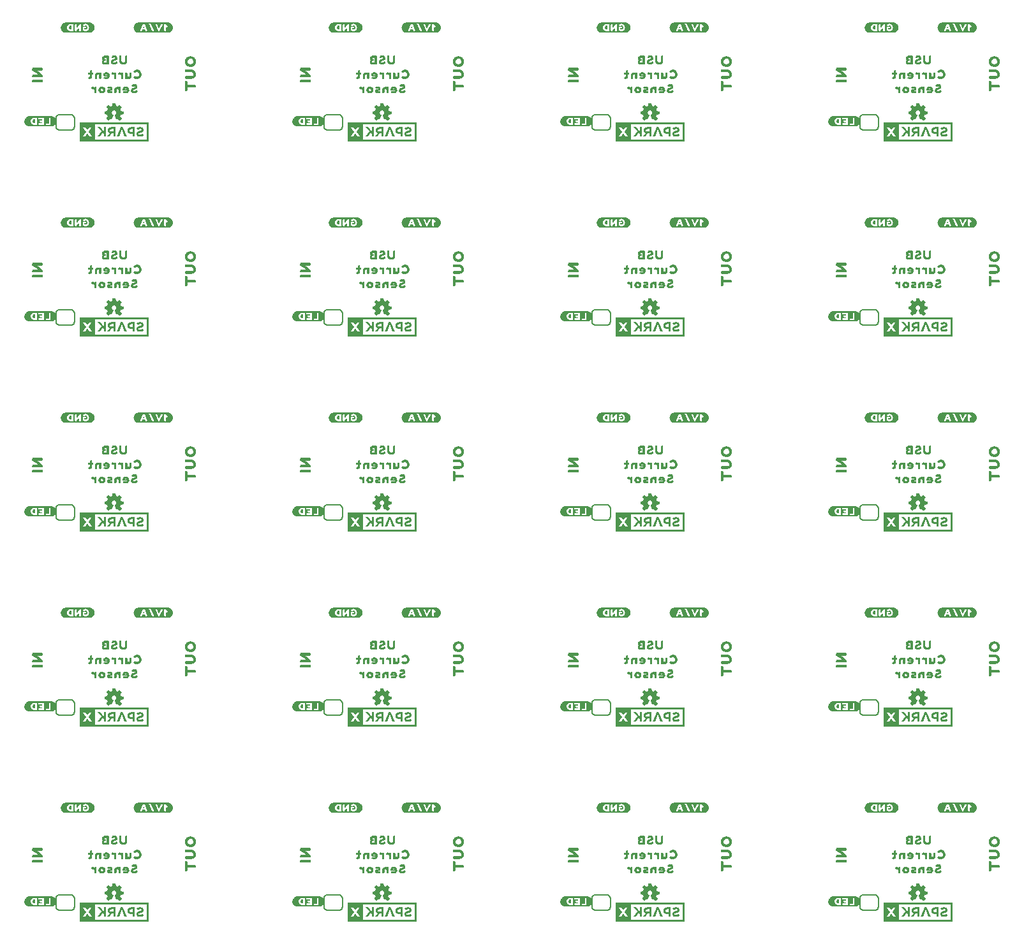
<source format=gbo>
G04 EAGLE Gerber RS-274X export*
G75*
%MOMM*%
%FSLAX34Y34*%
%LPD*%
%INSilkscreen Bottom*%
%IPPOS*%
%AMOC8*
5,1,8,0,0,1.08239X$1,22.5*%
G01*
%ADD10C,0.203200*%

G36*
X883967Y789971D02*
X883967Y789971D01*
X883962Y789979D01*
X883969Y789985D01*
X883969Y815295D01*
X883933Y815343D01*
X883926Y815337D01*
X883920Y815345D01*
X792480Y815345D01*
X792433Y815309D01*
X792438Y815301D01*
X792431Y815295D01*
X792431Y789985D01*
X792467Y789937D01*
X792474Y789943D01*
X792480Y789935D01*
X883920Y789935D01*
X883967Y789971D01*
G37*
G36*
X81267Y12697D02*
X81267Y12697D01*
X81274Y12703D01*
X81280Y12695D01*
X172720Y12695D01*
X172767Y12731D01*
X172762Y12739D01*
X172769Y12745D01*
X172769Y38055D01*
X172733Y38103D01*
X172726Y38097D01*
X172720Y38105D01*
X81280Y38105D01*
X81233Y38069D01*
X81238Y38061D01*
X81231Y38055D01*
X81231Y12745D01*
X81267Y12697D01*
G37*
G36*
X883967Y530891D02*
X883967Y530891D01*
X883962Y530899D01*
X883969Y530905D01*
X883969Y556215D01*
X883933Y556263D01*
X883926Y556257D01*
X883920Y556265D01*
X792480Y556265D01*
X792433Y556229D01*
X792438Y556221D01*
X792431Y556215D01*
X792431Y530905D01*
X792467Y530857D01*
X792474Y530863D01*
X792480Y530855D01*
X883920Y530855D01*
X883967Y530891D01*
G37*
G36*
X528367Y530891D02*
X528367Y530891D01*
X528362Y530899D01*
X528369Y530905D01*
X528369Y556215D01*
X528333Y556263D01*
X528326Y556257D01*
X528320Y556265D01*
X436880Y556265D01*
X436833Y556229D01*
X436838Y556221D01*
X436831Y556215D01*
X436831Y530905D01*
X436867Y530857D01*
X436874Y530863D01*
X436880Y530855D01*
X528320Y530855D01*
X528367Y530891D01*
G37*
G36*
X172767Y530891D02*
X172767Y530891D01*
X172762Y530899D01*
X172769Y530905D01*
X172769Y556215D01*
X172733Y556263D01*
X172726Y556257D01*
X172720Y556265D01*
X81280Y556265D01*
X81233Y556229D01*
X81238Y556221D01*
X81231Y556215D01*
X81231Y530905D01*
X81267Y530857D01*
X81274Y530863D01*
X81280Y530855D01*
X172720Y530855D01*
X172767Y530891D01*
G37*
G36*
X1239567Y530891D02*
X1239567Y530891D01*
X1239562Y530899D01*
X1239569Y530905D01*
X1239569Y556215D01*
X1239533Y556263D01*
X1239526Y556257D01*
X1239520Y556265D01*
X1148080Y556265D01*
X1148033Y556229D01*
X1148038Y556221D01*
X1148031Y556215D01*
X1148031Y530905D01*
X1148067Y530857D01*
X1148074Y530863D01*
X1148080Y530855D01*
X1239520Y530855D01*
X1239567Y530891D01*
G37*
G36*
X172767Y789971D02*
X172767Y789971D01*
X172762Y789979D01*
X172769Y789985D01*
X172769Y815295D01*
X172733Y815343D01*
X172726Y815337D01*
X172720Y815345D01*
X81280Y815345D01*
X81233Y815309D01*
X81238Y815301D01*
X81231Y815295D01*
X81231Y789985D01*
X81267Y789937D01*
X81274Y789943D01*
X81280Y789935D01*
X172720Y789935D01*
X172767Y789971D01*
G37*
G36*
X1239567Y789971D02*
X1239567Y789971D01*
X1239562Y789979D01*
X1239569Y789985D01*
X1239569Y815295D01*
X1239533Y815343D01*
X1239526Y815337D01*
X1239520Y815345D01*
X1148080Y815345D01*
X1148033Y815309D01*
X1148038Y815301D01*
X1148031Y815295D01*
X1148031Y789985D01*
X1148067Y789937D01*
X1148074Y789943D01*
X1148080Y789935D01*
X1239520Y789935D01*
X1239567Y789971D01*
G37*
G36*
X528367Y789971D02*
X528367Y789971D01*
X528362Y789979D01*
X528369Y789985D01*
X528369Y815295D01*
X528333Y815343D01*
X528326Y815337D01*
X528320Y815345D01*
X436880Y815345D01*
X436833Y815309D01*
X436838Y815301D01*
X436831Y815295D01*
X436831Y789985D01*
X436867Y789937D01*
X436874Y789943D01*
X436880Y789935D01*
X528320Y789935D01*
X528367Y789971D01*
G37*
G36*
X528367Y12731D02*
X528367Y12731D01*
X528362Y12739D01*
X528369Y12745D01*
X528369Y38055D01*
X528333Y38103D01*
X528326Y38097D01*
X528320Y38105D01*
X436880Y38105D01*
X436833Y38069D01*
X436838Y38061D01*
X436831Y38055D01*
X436831Y12745D01*
X436867Y12697D01*
X436874Y12703D01*
X436880Y12695D01*
X528320Y12695D01*
X528367Y12731D01*
G37*
G36*
X883967Y12731D02*
X883967Y12731D01*
X883962Y12739D01*
X883969Y12745D01*
X883969Y38055D01*
X883933Y38103D01*
X883926Y38097D01*
X883920Y38105D01*
X792480Y38105D01*
X792433Y38069D01*
X792438Y38061D01*
X792431Y38055D01*
X792431Y12745D01*
X792467Y12697D01*
X792474Y12703D01*
X792480Y12695D01*
X883920Y12695D01*
X883967Y12731D01*
G37*
G36*
X172767Y1049051D02*
X172767Y1049051D01*
X172762Y1049059D01*
X172769Y1049065D01*
X172769Y1074375D01*
X172733Y1074423D01*
X172726Y1074417D01*
X172720Y1074425D01*
X81280Y1074425D01*
X81233Y1074389D01*
X81238Y1074381D01*
X81231Y1074375D01*
X81231Y1049065D01*
X81267Y1049017D01*
X81274Y1049023D01*
X81280Y1049015D01*
X172720Y1049015D01*
X172767Y1049051D01*
G37*
G36*
X528367Y1049051D02*
X528367Y1049051D01*
X528362Y1049059D01*
X528369Y1049065D01*
X528369Y1074375D01*
X528333Y1074423D01*
X528326Y1074417D01*
X528320Y1074425D01*
X436880Y1074425D01*
X436833Y1074389D01*
X436838Y1074381D01*
X436831Y1074375D01*
X436831Y1049065D01*
X436867Y1049017D01*
X436874Y1049023D01*
X436880Y1049015D01*
X528320Y1049015D01*
X528367Y1049051D01*
G37*
G36*
X883967Y1049051D02*
X883967Y1049051D01*
X883962Y1049059D01*
X883969Y1049065D01*
X883969Y1074375D01*
X883933Y1074423D01*
X883926Y1074417D01*
X883920Y1074425D01*
X792480Y1074425D01*
X792433Y1074389D01*
X792438Y1074381D01*
X792431Y1074375D01*
X792431Y1049065D01*
X792467Y1049017D01*
X792474Y1049023D01*
X792480Y1049015D01*
X883920Y1049015D01*
X883967Y1049051D01*
G37*
G36*
X1239567Y1049051D02*
X1239567Y1049051D01*
X1239562Y1049059D01*
X1239569Y1049065D01*
X1239569Y1074375D01*
X1239533Y1074423D01*
X1239526Y1074417D01*
X1239520Y1074425D01*
X1148080Y1074425D01*
X1148033Y1074389D01*
X1148038Y1074381D01*
X1148031Y1074375D01*
X1148031Y1049065D01*
X1148067Y1049017D01*
X1148074Y1049023D01*
X1148080Y1049015D01*
X1239520Y1049015D01*
X1239567Y1049051D01*
G37*
G36*
X1239567Y12731D02*
X1239567Y12731D01*
X1239562Y12739D01*
X1239569Y12745D01*
X1239569Y38055D01*
X1239533Y38103D01*
X1239526Y38097D01*
X1239520Y38105D01*
X1148080Y38105D01*
X1148033Y38069D01*
X1148038Y38061D01*
X1148031Y38055D01*
X1148031Y12745D01*
X1148067Y12697D01*
X1148074Y12703D01*
X1148080Y12695D01*
X1239520Y12695D01*
X1239567Y12731D01*
G37*
G36*
X1239567Y271811D02*
X1239567Y271811D01*
X1239562Y271819D01*
X1239569Y271825D01*
X1239569Y297135D01*
X1239533Y297183D01*
X1239526Y297177D01*
X1239520Y297185D01*
X1148080Y297185D01*
X1148033Y297149D01*
X1148038Y297141D01*
X1148031Y297135D01*
X1148031Y271825D01*
X1148067Y271777D01*
X1148074Y271783D01*
X1148080Y271775D01*
X1239520Y271775D01*
X1239567Y271811D01*
G37*
G36*
X528367Y271811D02*
X528367Y271811D01*
X528362Y271819D01*
X528369Y271825D01*
X528369Y297135D01*
X528333Y297183D01*
X528326Y297177D01*
X528320Y297185D01*
X436880Y297185D01*
X436833Y297149D01*
X436838Y297141D01*
X436831Y297135D01*
X436831Y271825D01*
X436867Y271777D01*
X436874Y271783D01*
X436880Y271775D01*
X528320Y271775D01*
X528367Y271811D01*
G37*
G36*
X172767Y271811D02*
X172767Y271811D01*
X172762Y271819D01*
X172769Y271825D01*
X172769Y297135D01*
X172733Y297183D01*
X172726Y297177D01*
X172720Y297185D01*
X81280Y297185D01*
X81233Y297149D01*
X81238Y297141D01*
X81231Y297135D01*
X81231Y271825D01*
X81267Y271777D01*
X81274Y271783D01*
X81280Y271775D01*
X172720Y271775D01*
X172767Y271811D01*
G37*
G36*
X883967Y271811D02*
X883967Y271811D01*
X883962Y271819D01*
X883969Y271825D01*
X883969Y297135D01*
X883933Y297183D01*
X883926Y297177D01*
X883920Y297185D01*
X792480Y297185D01*
X792433Y297149D01*
X792438Y297141D01*
X792431Y297135D01*
X792431Y271825D01*
X792467Y271777D01*
X792474Y271783D01*
X792480Y271775D01*
X883920Y271775D01*
X883967Y271811D01*
G37*
%LPC*%
G36*
X457357Y792384D02*
X457357Y792384D01*
X457357Y812896D01*
X525921Y812896D01*
X525921Y792384D01*
X457357Y792384D01*
G37*
%LPD*%
%LPC*%
G36*
X101757Y792384D02*
X101757Y792384D01*
X101757Y812896D01*
X170321Y812896D01*
X170321Y792384D01*
X101757Y792384D01*
G37*
%LPD*%
%LPC*%
G36*
X101757Y533304D02*
X101757Y533304D01*
X101757Y553816D01*
X170321Y553816D01*
X170321Y533304D01*
X101757Y533304D01*
G37*
%LPD*%
%LPC*%
G36*
X1168557Y533304D02*
X1168557Y533304D01*
X1168557Y553816D01*
X1237121Y553816D01*
X1237121Y533304D01*
X1168557Y533304D01*
G37*
%LPD*%
%LPC*%
G36*
X812957Y533304D02*
X812957Y533304D01*
X812957Y553816D01*
X881521Y553816D01*
X881521Y533304D01*
X812957Y533304D01*
G37*
%LPD*%
%LPC*%
G36*
X457357Y533304D02*
X457357Y533304D01*
X457357Y553816D01*
X525921Y553816D01*
X525921Y533304D01*
X457357Y533304D01*
G37*
%LPD*%
%LPC*%
G36*
X1168557Y1051464D02*
X1168557Y1051464D01*
X1168557Y1071976D01*
X1237121Y1071976D01*
X1237121Y1051464D01*
X1168557Y1051464D01*
G37*
%LPD*%
%LPC*%
G36*
X812957Y1051464D02*
X812957Y1051464D01*
X812957Y1071976D01*
X881521Y1071976D01*
X881521Y1051464D01*
X812957Y1051464D01*
G37*
%LPD*%
%LPC*%
G36*
X101757Y1051464D02*
X101757Y1051464D01*
X101757Y1071976D01*
X170321Y1071976D01*
X170321Y1051464D01*
X101757Y1051464D01*
G37*
%LPD*%
%LPC*%
G36*
X457357Y1051464D02*
X457357Y1051464D01*
X457357Y1071976D01*
X525921Y1071976D01*
X525921Y1051464D01*
X457357Y1051464D01*
G37*
%LPD*%
%LPC*%
G36*
X1168557Y15144D02*
X1168557Y15144D01*
X1168557Y35656D01*
X1237121Y35656D01*
X1237121Y15144D01*
X1168557Y15144D01*
G37*
%LPD*%
%LPC*%
G36*
X101757Y274224D02*
X101757Y274224D01*
X101757Y294736D01*
X170321Y294736D01*
X170321Y274224D01*
X101757Y274224D01*
G37*
%LPD*%
%LPC*%
G36*
X1168557Y274224D02*
X1168557Y274224D01*
X1168557Y294736D01*
X1237121Y294736D01*
X1237121Y274224D01*
X1168557Y274224D01*
G37*
%LPD*%
%LPC*%
G36*
X812957Y274224D02*
X812957Y274224D01*
X812957Y294736D01*
X881521Y294736D01*
X881521Y274224D01*
X812957Y274224D01*
G37*
%LPD*%
%LPC*%
G36*
X457357Y274224D02*
X457357Y274224D01*
X457357Y294736D01*
X525921Y294736D01*
X525921Y274224D01*
X457357Y274224D01*
G37*
%LPD*%
%LPC*%
G36*
X170321Y35656D02*
X170321Y35656D01*
X170321Y15144D01*
X101757Y15144D01*
X101757Y35656D01*
X170321Y35656D01*
G37*
%LPD*%
%LPC*%
G36*
X457357Y15144D02*
X457357Y15144D01*
X457357Y35656D01*
X525921Y35656D01*
X525921Y15144D01*
X457357Y15144D01*
G37*
%LPD*%
%LPC*%
G36*
X812957Y15144D02*
X812957Y15144D01*
X812957Y35656D01*
X881521Y35656D01*
X881521Y15144D01*
X812957Y15144D01*
G37*
%LPD*%
%LPC*%
G36*
X812957Y792384D02*
X812957Y792384D01*
X812957Y812896D01*
X881521Y812896D01*
X881521Y792384D01*
X812957Y792384D01*
G37*
%LPD*%
%LPC*%
G36*
X1168557Y792384D02*
X1168557Y792384D01*
X1168557Y812896D01*
X1237121Y812896D01*
X1237121Y792384D01*
X1168557Y792384D01*
G37*
%LPD*%
G36*
X871599Y157003D02*
X871599Y157003D01*
X871612Y157004D01*
X871630Y157034D01*
X871635Y156996D01*
X871657Y156998D01*
X871670Y156981D01*
X909470Y156981D01*
X909482Y156990D01*
X909497Y156989D01*
X909498Y157002D01*
X909513Y157013D01*
X909539Y156992D01*
X909568Y156991D01*
X909578Y156981D01*
X910178Y157081D01*
X910877Y157181D01*
X911577Y157281D01*
X911585Y157289D01*
X911592Y157286D01*
X913392Y158186D01*
X913397Y158196D01*
X913405Y158195D01*
X913903Y158693D01*
X914401Y159092D01*
X914403Y159099D01*
X914408Y159099D01*
X914808Y159599D01*
X914809Y159603D01*
X914811Y159603D01*
X915611Y160803D01*
X915611Y160808D01*
X915612Y160809D01*
X915610Y160811D01*
X915610Y160812D01*
X915617Y160814D01*
X916017Y162014D01*
X916016Y162016D01*
X916017Y162016D01*
X916038Y162089D01*
X916052Y162139D01*
X916094Y162286D01*
X916095Y162286D01*
X916094Y162286D01*
X916137Y162434D01*
X916151Y162483D01*
X916193Y162631D01*
X916217Y162716D01*
X916216Y162721D01*
X916219Y162723D01*
X916319Y163423D01*
X916316Y163428D01*
X916319Y163430D01*
X916319Y164030D01*
X916316Y164034D01*
X916319Y164037D01*
X916119Y165437D01*
X916114Y165442D01*
X916117Y165446D01*
X915917Y166046D01*
X915914Y166047D01*
X915915Y166049D01*
X915615Y166749D01*
X915613Y166751D01*
X915614Y166752D01*
X915314Y167352D01*
X915311Y167353D01*
X915312Y167355D01*
X915012Y167855D01*
X915004Y167859D01*
X915005Y167865D01*
X913505Y169365D01*
X913496Y169366D01*
X913495Y169372D01*
X912995Y169672D01*
X912992Y169672D01*
X912992Y169674D01*
X912392Y169974D01*
X912390Y169974D01*
X912389Y169975D01*
X911689Y170275D01*
X911686Y170275D01*
X911686Y170277D01*
X911086Y170477D01*
X911081Y170475D01*
X911079Y170475D01*
X911077Y170479D01*
X909677Y170679D01*
X909672Y170676D01*
X909670Y170679D01*
X870870Y170679D01*
X870866Y170676D01*
X870863Y170679D01*
X870163Y170579D01*
X870162Y170578D01*
X870162Y170579D01*
X869562Y170479D01*
X869559Y170475D01*
X869556Y170477D01*
X868856Y170277D01*
X868855Y170276D01*
X868854Y170277D01*
X868254Y170077D01*
X868251Y170072D01*
X868248Y170074D01*
X867648Y169774D01*
X867646Y169770D01*
X867643Y169771D01*
X867043Y169371D01*
X867042Y169368D01*
X867039Y169368D01*
X866539Y168968D01*
X866538Y168964D01*
X866535Y168965D01*
X866035Y168465D01*
X866035Y168461D01*
X866032Y168461D01*
X865632Y167961D01*
X865631Y167957D01*
X865629Y167957D01*
X865229Y167357D01*
X865229Y167353D01*
X865226Y167352D01*
X864626Y166152D01*
X864627Y166145D01*
X864623Y166144D01*
X864612Y166105D01*
X864570Y165958D01*
X864527Y165810D01*
X864513Y165761D01*
X864471Y165613D01*
X864429Y165465D01*
X864423Y165444D01*
X864424Y165440D01*
X864421Y165438D01*
X864321Y164838D01*
X864322Y164837D01*
X864321Y164837D01*
X864221Y164137D01*
X864224Y164132D01*
X864221Y164130D01*
X864221Y163430D01*
X864224Y163425D01*
X864221Y163422D01*
X864321Y162822D01*
X864421Y162123D01*
X864426Y162118D01*
X864423Y162114D01*
X864623Y161514D01*
X864626Y161513D01*
X864625Y161511D01*
X864925Y160811D01*
X864927Y160809D01*
X864926Y160808D01*
X865226Y160208D01*
X865233Y160205D01*
X865232Y160199D01*
X865632Y159699D01*
X865636Y159698D01*
X865635Y159695D01*
X866133Y159197D01*
X866532Y158699D01*
X866542Y158697D01*
X866543Y158689D01*
X867141Y158290D01*
X867639Y157892D01*
X867647Y157891D01*
X867648Y157886D01*
X868248Y157586D01*
X868255Y157587D01*
X868256Y157583D01*
X868955Y157383D01*
X869554Y157183D01*
X869561Y157185D01*
X869563Y157181D01*
X870963Y156981D01*
X870968Y156984D01*
X870970Y156981D01*
X871570Y156981D01*
X871599Y157003D01*
G37*
G36*
X871599Y416083D02*
X871599Y416083D01*
X871612Y416084D01*
X871630Y416114D01*
X871635Y416076D01*
X871657Y416078D01*
X871670Y416061D01*
X909470Y416061D01*
X909482Y416070D01*
X909497Y416069D01*
X909498Y416082D01*
X909513Y416093D01*
X909539Y416072D01*
X909568Y416071D01*
X909578Y416061D01*
X910178Y416161D01*
X910877Y416261D01*
X911577Y416361D01*
X911585Y416369D01*
X911592Y416366D01*
X913392Y417266D01*
X913397Y417276D01*
X913405Y417275D01*
X913903Y417773D01*
X914401Y418172D01*
X914403Y418179D01*
X914408Y418179D01*
X914808Y418679D01*
X914809Y418683D01*
X914811Y418683D01*
X915611Y419883D01*
X915611Y419888D01*
X915612Y419889D01*
X915610Y419891D01*
X915610Y419892D01*
X915617Y419894D01*
X916017Y421094D01*
X916016Y421096D01*
X916017Y421096D01*
X916038Y421169D01*
X916052Y421219D01*
X916094Y421366D01*
X916095Y421366D01*
X916094Y421366D01*
X916137Y421514D01*
X916151Y421563D01*
X916193Y421711D01*
X916217Y421796D01*
X916216Y421801D01*
X916219Y421803D01*
X916319Y422503D01*
X916316Y422508D01*
X916319Y422510D01*
X916319Y423110D01*
X916316Y423114D01*
X916319Y423117D01*
X916119Y424517D01*
X916114Y424522D01*
X916117Y424526D01*
X915917Y425126D01*
X915914Y425127D01*
X915915Y425129D01*
X915615Y425829D01*
X915613Y425831D01*
X915614Y425832D01*
X915314Y426432D01*
X915311Y426433D01*
X915312Y426435D01*
X915012Y426935D01*
X915004Y426939D01*
X915005Y426945D01*
X913505Y428445D01*
X913496Y428446D01*
X913495Y428452D01*
X912995Y428752D01*
X912992Y428752D01*
X912992Y428754D01*
X912392Y429054D01*
X912390Y429054D01*
X912389Y429055D01*
X911689Y429355D01*
X911686Y429355D01*
X911686Y429357D01*
X911086Y429557D01*
X911081Y429555D01*
X911079Y429555D01*
X911077Y429559D01*
X909677Y429759D01*
X909672Y429756D01*
X909670Y429759D01*
X870870Y429759D01*
X870866Y429756D01*
X870863Y429759D01*
X870163Y429659D01*
X870162Y429658D01*
X870162Y429659D01*
X869562Y429559D01*
X869559Y429555D01*
X869556Y429557D01*
X868856Y429357D01*
X868855Y429356D01*
X868854Y429357D01*
X868254Y429157D01*
X868251Y429152D01*
X868248Y429154D01*
X867648Y428854D01*
X867646Y428850D01*
X867643Y428851D01*
X867043Y428451D01*
X867042Y428448D01*
X867039Y428448D01*
X866539Y428048D01*
X866538Y428044D01*
X866535Y428045D01*
X866035Y427545D01*
X866035Y427541D01*
X866032Y427541D01*
X865632Y427041D01*
X865631Y427037D01*
X865629Y427037D01*
X865229Y426437D01*
X865229Y426433D01*
X865226Y426432D01*
X864626Y425232D01*
X864627Y425225D01*
X864623Y425224D01*
X864612Y425185D01*
X864570Y425038D01*
X864527Y424890D01*
X864513Y424841D01*
X864471Y424693D01*
X864429Y424545D01*
X864423Y424524D01*
X864424Y424520D01*
X864421Y424518D01*
X864321Y423918D01*
X864322Y423917D01*
X864321Y423917D01*
X864221Y423217D01*
X864224Y423212D01*
X864221Y423210D01*
X864221Y422510D01*
X864224Y422505D01*
X864221Y422502D01*
X864321Y421902D01*
X864421Y421203D01*
X864426Y421198D01*
X864423Y421194D01*
X864623Y420594D01*
X864626Y420593D01*
X864625Y420591D01*
X864925Y419891D01*
X864927Y419889D01*
X864926Y419888D01*
X865226Y419288D01*
X865233Y419285D01*
X865232Y419279D01*
X865632Y418779D01*
X865636Y418778D01*
X865635Y418775D01*
X866133Y418277D01*
X866532Y417779D01*
X866542Y417777D01*
X866543Y417769D01*
X867141Y417370D01*
X867639Y416972D01*
X867647Y416971D01*
X867648Y416966D01*
X868248Y416666D01*
X868255Y416667D01*
X868256Y416663D01*
X868955Y416463D01*
X869554Y416263D01*
X869561Y416265D01*
X869563Y416261D01*
X870963Y416061D01*
X870968Y416064D01*
X870970Y416061D01*
X871570Y416061D01*
X871599Y416083D01*
G37*
G36*
X1227199Y1193323D02*
X1227199Y1193323D01*
X1227212Y1193324D01*
X1227230Y1193354D01*
X1227235Y1193316D01*
X1227257Y1193318D01*
X1227270Y1193301D01*
X1265070Y1193301D01*
X1265082Y1193310D01*
X1265097Y1193309D01*
X1265098Y1193322D01*
X1265113Y1193333D01*
X1265139Y1193312D01*
X1265168Y1193311D01*
X1265178Y1193301D01*
X1265778Y1193401D01*
X1266477Y1193501D01*
X1267177Y1193601D01*
X1267185Y1193609D01*
X1267192Y1193606D01*
X1268992Y1194506D01*
X1268997Y1194516D01*
X1269005Y1194515D01*
X1269503Y1195013D01*
X1270001Y1195412D01*
X1270003Y1195419D01*
X1270008Y1195419D01*
X1270408Y1195919D01*
X1270409Y1195923D01*
X1270411Y1195923D01*
X1271211Y1197123D01*
X1271211Y1197128D01*
X1271212Y1197129D01*
X1271210Y1197131D01*
X1271210Y1197132D01*
X1271217Y1197134D01*
X1271617Y1198334D01*
X1271616Y1198336D01*
X1271617Y1198336D01*
X1271638Y1198409D01*
X1271652Y1198459D01*
X1271694Y1198606D01*
X1271695Y1198606D01*
X1271694Y1198606D01*
X1271737Y1198754D01*
X1271751Y1198803D01*
X1271793Y1198951D01*
X1271817Y1199036D01*
X1271816Y1199041D01*
X1271819Y1199043D01*
X1271919Y1199743D01*
X1271916Y1199748D01*
X1271919Y1199750D01*
X1271919Y1200350D01*
X1271916Y1200354D01*
X1271919Y1200357D01*
X1271719Y1201757D01*
X1271714Y1201762D01*
X1271717Y1201766D01*
X1271517Y1202366D01*
X1271514Y1202367D01*
X1271515Y1202369D01*
X1271215Y1203069D01*
X1271213Y1203071D01*
X1271214Y1203072D01*
X1270914Y1203672D01*
X1270911Y1203673D01*
X1270912Y1203675D01*
X1270612Y1204175D01*
X1270604Y1204179D01*
X1270605Y1204185D01*
X1269105Y1205685D01*
X1269096Y1205686D01*
X1269095Y1205692D01*
X1268595Y1205992D01*
X1268592Y1205992D01*
X1268592Y1205994D01*
X1267992Y1206294D01*
X1267990Y1206294D01*
X1267989Y1206295D01*
X1267289Y1206595D01*
X1267286Y1206595D01*
X1267286Y1206597D01*
X1266686Y1206797D01*
X1266681Y1206795D01*
X1266679Y1206795D01*
X1266677Y1206799D01*
X1265277Y1206999D01*
X1265272Y1206996D01*
X1265270Y1206999D01*
X1226470Y1206999D01*
X1226466Y1206996D01*
X1226463Y1206999D01*
X1225763Y1206899D01*
X1225762Y1206898D01*
X1225762Y1206899D01*
X1225162Y1206799D01*
X1225159Y1206795D01*
X1225156Y1206797D01*
X1224456Y1206597D01*
X1224455Y1206596D01*
X1224454Y1206597D01*
X1223854Y1206397D01*
X1223851Y1206392D01*
X1223848Y1206394D01*
X1223248Y1206094D01*
X1223246Y1206090D01*
X1223243Y1206091D01*
X1222643Y1205691D01*
X1222642Y1205688D01*
X1222639Y1205688D01*
X1222139Y1205288D01*
X1222138Y1205284D01*
X1222135Y1205285D01*
X1221635Y1204785D01*
X1221635Y1204781D01*
X1221632Y1204781D01*
X1221232Y1204281D01*
X1221231Y1204277D01*
X1221229Y1204277D01*
X1220829Y1203677D01*
X1220829Y1203673D01*
X1220826Y1203672D01*
X1220226Y1202472D01*
X1220227Y1202465D01*
X1220223Y1202464D01*
X1220212Y1202425D01*
X1220170Y1202278D01*
X1220127Y1202130D01*
X1220113Y1202081D01*
X1220071Y1201933D01*
X1220029Y1201785D01*
X1220023Y1201764D01*
X1220024Y1201760D01*
X1220021Y1201758D01*
X1219921Y1201158D01*
X1219922Y1201157D01*
X1219921Y1201157D01*
X1219821Y1200457D01*
X1219824Y1200452D01*
X1219821Y1200450D01*
X1219821Y1199750D01*
X1219824Y1199745D01*
X1219821Y1199742D01*
X1219921Y1199142D01*
X1220021Y1198443D01*
X1220026Y1198438D01*
X1220023Y1198434D01*
X1220223Y1197834D01*
X1220226Y1197833D01*
X1220225Y1197831D01*
X1220525Y1197131D01*
X1220527Y1197129D01*
X1220526Y1197128D01*
X1220826Y1196528D01*
X1220833Y1196525D01*
X1220832Y1196519D01*
X1221232Y1196019D01*
X1221236Y1196018D01*
X1221235Y1196015D01*
X1221733Y1195517D01*
X1222132Y1195019D01*
X1222142Y1195017D01*
X1222143Y1195009D01*
X1222741Y1194610D01*
X1223239Y1194212D01*
X1223247Y1194211D01*
X1223248Y1194206D01*
X1223848Y1193906D01*
X1223855Y1193907D01*
X1223856Y1193903D01*
X1224555Y1193703D01*
X1225154Y1193503D01*
X1225161Y1193505D01*
X1225163Y1193501D01*
X1226563Y1193301D01*
X1226568Y1193304D01*
X1226570Y1193301D01*
X1227170Y1193301D01*
X1227199Y1193323D01*
G37*
G36*
X515999Y1193323D02*
X515999Y1193323D01*
X516012Y1193324D01*
X516030Y1193354D01*
X516035Y1193316D01*
X516057Y1193318D01*
X516070Y1193301D01*
X553870Y1193301D01*
X553882Y1193310D01*
X553897Y1193309D01*
X553898Y1193322D01*
X553913Y1193333D01*
X553939Y1193312D01*
X553968Y1193311D01*
X553978Y1193301D01*
X554578Y1193401D01*
X555277Y1193501D01*
X555977Y1193601D01*
X555985Y1193609D01*
X555992Y1193606D01*
X557792Y1194506D01*
X557797Y1194516D01*
X557805Y1194515D01*
X558303Y1195013D01*
X558801Y1195412D01*
X558803Y1195419D01*
X558808Y1195419D01*
X559208Y1195919D01*
X559209Y1195923D01*
X559211Y1195923D01*
X560011Y1197123D01*
X560011Y1197128D01*
X560012Y1197129D01*
X560010Y1197131D01*
X560010Y1197132D01*
X560017Y1197134D01*
X560417Y1198334D01*
X560416Y1198336D01*
X560417Y1198336D01*
X560438Y1198409D01*
X560452Y1198459D01*
X560494Y1198606D01*
X560495Y1198606D01*
X560494Y1198606D01*
X560537Y1198754D01*
X560551Y1198803D01*
X560593Y1198951D01*
X560617Y1199036D01*
X560616Y1199041D01*
X560619Y1199043D01*
X560719Y1199743D01*
X560716Y1199748D01*
X560719Y1199750D01*
X560719Y1200350D01*
X560716Y1200354D01*
X560719Y1200357D01*
X560519Y1201757D01*
X560514Y1201762D01*
X560517Y1201766D01*
X560317Y1202366D01*
X560314Y1202367D01*
X560315Y1202369D01*
X560015Y1203069D01*
X560013Y1203071D01*
X560014Y1203072D01*
X559714Y1203672D01*
X559711Y1203673D01*
X559712Y1203675D01*
X559412Y1204175D01*
X559404Y1204179D01*
X559405Y1204185D01*
X557905Y1205685D01*
X557896Y1205686D01*
X557895Y1205692D01*
X557395Y1205992D01*
X557392Y1205992D01*
X557392Y1205994D01*
X556792Y1206294D01*
X556790Y1206294D01*
X556789Y1206295D01*
X556089Y1206595D01*
X556086Y1206595D01*
X556086Y1206597D01*
X555486Y1206797D01*
X555481Y1206795D01*
X555479Y1206795D01*
X555477Y1206799D01*
X554077Y1206999D01*
X554072Y1206996D01*
X554070Y1206999D01*
X515270Y1206999D01*
X515266Y1206996D01*
X515263Y1206999D01*
X514563Y1206899D01*
X514562Y1206898D01*
X514562Y1206899D01*
X513962Y1206799D01*
X513959Y1206795D01*
X513956Y1206797D01*
X513256Y1206597D01*
X513255Y1206596D01*
X513254Y1206597D01*
X512654Y1206397D01*
X512651Y1206392D01*
X512648Y1206394D01*
X512048Y1206094D01*
X512046Y1206090D01*
X512043Y1206091D01*
X511443Y1205691D01*
X511442Y1205688D01*
X511439Y1205688D01*
X510939Y1205288D01*
X510938Y1205284D01*
X510935Y1205285D01*
X510435Y1204785D01*
X510435Y1204781D01*
X510432Y1204781D01*
X510032Y1204281D01*
X510031Y1204277D01*
X510029Y1204277D01*
X509629Y1203677D01*
X509629Y1203673D01*
X509626Y1203672D01*
X509026Y1202472D01*
X509027Y1202465D01*
X509023Y1202464D01*
X509012Y1202425D01*
X508970Y1202278D01*
X508927Y1202130D01*
X508913Y1202081D01*
X508871Y1201933D01*
X508829Y1201785D01*
X508823Y1201764D01*
X508824Y1201760D01*
X508821Y1201758D01*
X508721Y1201158D01*
X508722Y1201157D01*
X508721Y1201157D01*
X508621Y1200457D01*
X508624Y1200452D01*
X508621Y1200450D01*
X508621Y1199750D01*
X508624Y1199745D01*
X508621Y1199742D01*
X508721Y1199142D01*
X508821Y1198443D01*
X508826Y1198438D01*
X508823Y1198434D01*
X509023Y1197834D01*
X509026Y1197833D01*
X509025Y1197831D01*
X509325Y1197131D01*
X509327Y1197129D01*
X509326Y1197128D01*
X509626Y1196528D01*
X509633Y1196525D01*
X509632Y1196519D01*
X510032Y1196019D01*
X510036Y1196018D01*
X510035Y1196015D01*
X510533Y1195517D01*
X510932Y1195019D01*
X510942Y1195017D01*
X510943Y1195009D01*
X511541Y1194610D01*
X512039Y1194212D01*
X512047Y1194211D01*
X512048Y1194206D01*
X512648Y1193906D01*
X512655Y1193907D01*
X512656Y1193903D01*
X513355Y1193703D01*
X513954Y1193503D01*
X513961Y1193505D01*
X513963Y1193501D01*
X515363Y1193301D01*
X515368Y1193304D01*
X515370Y1193301D01*
X515970Y1193301D01*
X515999Y1193323D01*
G37*
G36*
X871599Y1193323D02*
X871599Y1193323D01*
X871612Y1193324D01*
X871630Y1193354D01*
X871635Y1193316D01*
X871657Y1193318D01*
X871670Y1193301D01*
X909470Y1193301D01*
X909482Y1193310D01*
X909497Y1193309D01*
X909498Y1193322D01*
X909513Y1193333D01*
X909539Y1193312D01*
X909568Y1193311D01*
X909578Y1193301D01*
X910178Y1193401D01*
X910877Y1193501D01*
X911577Y1193601D01*
X911585Y1193609D01*
X911592Y1193606D01*
X913392Y1194506D01*
X913397Y1194516D01*
X913405Y1194515D01*
X913903Y1195013D01*
X914401Y1195412D01*
X914403Y1195419D01*
X914408Y1195419D01*
X914808Y1195919D01*
X914809Y1195923D01*
X914811Y1195923D01*
X915611Y1197123D01*
X915611Y1197128D01*
X915612Y1197129D01*
X915610Y1197131D01*
X915610Y1197132D01*
X915617Y1197134D01*
X916017Y1198334D01*
X916016Y1198336D01*
X916017Y1198336D01*
X916038Y1198409D01*
X916052Y1198459D01*
X916094Y1198606D01*
X916095Y1198606D01*
X916094Y1198606D01*
X916137Y1198754D01*
X916151Y1198803D01*
X916193Y1198951D01*
X916217Y1199036D01*
X916216Y1199041D01*
X916219Y1199043D01*
X916319Y1199743D01*
X916316Y1199748D01*
X916319Y1199750D01*
X916319Y1200350D01*
X916316Y1200354D01*
X916319Y1200357D01*
X916119Y1201757D01*
X916114Y1201762D01*
X916117Y1201766D01*
X915917Y1202366D01*
X915914Y1202367D01*
X915915Y1202369D01*
X915615Y1203069D01*
X915613Y1203071D01*
X915614Y1203072D01*
X915314Y1203672D01*
X915311Y1203673D01*
X915312Y1203675D01*
X915012Y1204175D01*
X915004Y1204179D01*
X915005Y1204185D01*
X913505Y1205685D01*
X913496Y1205686D01*
X913495Y1205692D01*
X912995Y1205992D01*
X912992Y1205992D01*
X912992Y1205994D01*
X912392Y1206294D01*
X912390Y1206294D01*
X912389Y1206295D01*
X911689Y1206595D01*
X911686Y1206595D01*
X911686Y1206597D01*
X911086Y1206797D01*
X911081Y1206795D01*
X911079Y1206795D01*
X911077Y1206799D01*
X909677Y1206999D01*
X909672Y1206996D01*
X909670Y1206999D01*
X870870Y1206999D01*
X870866Y1206996D01*
X870863Y1206999D01*
X870163Y1206899D01*
X870162Y1206898D01*
X870162Y1206899D01*
X869562Y1206799D01*
X869559Y1206795D01*
X869556Y1206797D01*
X868856Y1206597D01*
X868855Y1206596D01*
X868854Y1206597D01*
X868254Y1206397D01*
X868251Y1206392D01*
X868248Y1206394D01*
X867648Y1206094D01*
X867646Y1206090D01*
X867643Y1206091D01*
X867043Y1205691D01*
X867042Y1205688D01*
X867039Y1205688D01*
X866539Y1205288D01*
X866538Y1205284D01*
X866535Y1205285D01*
X866035Y1204785D01*
X866035Y1204781D01*
X866032Y1204781D01*
X865632Y1204281D01*
X865631Y1204277D01*
X865629Y1204277D01*
X865229Y1203677D01*
X865229Y1203673D01*
X865226Y1203672D01*
X864626Y1202472D01*
X864627Y1202465D01*
X864623Y1202464D01*
X864612Y1202425D01*
X864570Y1202278D01*
X864527Y1202130D01*
X864513Y1202081D01*
X864471Y1201933D01*
X864429Y1201785D01*
X864423Y1201764D01*
X864424Y1201760D01*
X864421Y1201758D01*
X864321Y1201158D01*
X864322Y1201157D01*
X864321Y1201157D01*
X864221Y1200457D01*
X864224Y1200452D01*
X864221Y1200450D01*
X864221Y1199750D01*
X864224Y1199745D01*
X864221Y1199742D01*
X864321Y1199142D01*
X864421Y1198443D01*
X864426Y1198438D01*
X864423Y1198434D01*
X864623Y1197834D01*
X864626Y1197833D01*
X864625Y1197831D01*
X864925Y1197131D01*
X864927Y1197129D01*
X864926Y1197128D01*
X865226Y1196528D01*
X865233Y1196525D01*
X865232Y1196519D01*
X865632Y1196019D01*
X865636Y1196018D01*
X865635Y1196015D01*
X866133Y1195517D01*
X866532Y1195019D01*
X866542Y1195017D01*
X866543Y1195009D01*
X867141Y1194610D01*
X867639Y1194212D01*
X867647Y1194211D01*
X867648Y1194206D01*
X868248Y1193906D01*
X868255Y1193907D01*
X868256Y1193903D01*
X868955Y1193703D01*
X869554Y1193503D01*
X869561Y1193505D01*
X869563Y1193501D01*
X870963Y1193301D01*
X870968Y1193304D01*
X870970Y1193301D01*
X871570Y1193301D01*
X871599Y1193323D01*
G37*
G36*
X160399Y1193323D02*
X160399Y1193323D01*
X160412Y1193324D01*
X160430Y1193354D01*
X160435Y1193316D01*
X160457Y1193318D01*
X160470Y1193301D01*
X198270Y1193301D01*
X198282Y1193310D01*
X198297Y1193309D01*
X198298Y1193322D01*
X198313Y1193333D01*
X198339Y1193312D01*
X198368Y1193311D01*
X198378Y1193301D01*
X198978Y1193401D01*
X199677Y1193501D01*
X200377Y1193601D01*
X200385Y1193609D01*
X200392Y1193606D01*
X202192Y1194506D01*
X202197Y1194516D01*
X202205Y1194515D01*
X202703Y1195013D01*
X203201Y1195412D01*
X203203Y1195419D01*
X203208Y1195419D01*
X203608Y1195919D01*
X203609Y1195923D01*
X203611Y1195923D01*
X204411Y1197123D01*
X204411Y1197128D01*
X204412Y1197129D01*
X204410Y1197131D01*
X204410Y1197132D01*
X204417Y1197134D01*
X204817Y1198334D01*
X204816Y1198336D01*
X204817Y1198336D01*
X204838Y1198409D01*
X204852Y1198459D01*
X204894Y1198606D01*
X204895Y1198606D01*
X204894Y1198606D01*
X204937Y1198754D01*
X204951Y1198803D01*
X204993Y1198951D01*
X205017Y1199036D01*
X205016Y1199041D01*
X205019Y1199043D01*
X205119Y1199743D01*
X205116Y1199748D01*
X205119Y1199750D01*
X205119Y1200350D01*
X205116Y1200354D01*
X205119Y1200357D01*
X204919Y1201757D01*
X204914Y1201762D01*
X204917Y1201766D01*
X204717Y1202366D01*
X204714Y1202367D01*
X204715Y1202369D01*
X204415Y1203069D01*
X204413Y1203071D01*
X204414Y1203072D01*
X204114Y1203672D01*
X204111Y1203673D01*
X204112Y1203675D01*
X203812Y1204175D01*
X203804Y1204179D01*
X203805Y1204185D01*
X202305Y1205685D01*
X202296Y1205686D01*
X202295Y1205692D01*
X201795Y1205992D01*
X201792Y1205992D01*
X201792Y1205994D01*
X201192Y1206294D01*
X201190Y1206294D01*
X201189Y1206295D01*
X200489Y1206595D01*
X200486Y1206595D01*
X200486Y1206597D01*
X199886Y1206797D01*
X199881Y1206795D01*
X199879Y1206795D01*
X199877Y1206799D01*
X198477Y1206999D01*
X198472Y1206996D01*
X198470Y1206999D01*
X159670Y1206999D01*
X159666Y1206996D01*
X159663Y1206999D01*
X158963Y1206899D01*
X158962Y1206898D01*
X158962Y1206899D01*
X158362Y1206799D01*
X158359Y1206795D01*
X158356Y1206797D01*
X157656Y1206597D01*
X157655Y1206596D01*
X157654Y1206597D01*
X157054Y1206397D01*
X157051Y1206392D01*
X157048Y1206394D01*
X156448Y1206094D01*
X156446Y1206090D01*
X156443Y1206091D01*
X155843Y1205691D01*
X155842Y1205688D01*
X155839Y1205688D01*
X155339Y1205288D01*
X155338Y1205284D01*
X155335Y1205285D01*
X154835Y1204785D01*
X154835Y1204781D01*
X154832Y1204781D01*
X154432Y1204281D01*
X154431Y1204277D01*
X154429Y1204277D01*
X154029Y1203677D01*
X154029Y1203673D01*
X154026Y1203672D01*
X153426Y1202472D01*
X153427Y1202465D01*
X153423Y1202464D01*
X153412Y1202425D01*
X153370Y1202278D01*
X153327Y1202130D01*
X153313Y1202081D01*
X153271Y1201933D01*
X153229Y1201785D01*
X153223Y1201764D01*
X153224Y1201760D01*
X153221Y1201758D01*
X153121Y1201158D01*
X153122Y1201157D01*
X153121Y1201157D01*
X153021Y1200457D01*
X153024Y1200452D01*
X153021Y1200450D01*
X153021Y1199750D01*
X153024Y1199745D01*
X153021Y1199742D01*
X153121Y1199142D01*
X153221Y1198443D01*
X153226Y1198438D01*
X153223Y1198434D01*
X153423Y1197834D01*
X153426Y1197833D01*
X153425Y1197831D01*
X153725Y1197131D01*
X153727Y1197129D01*
X153726Y1197128D01*
X154026Y1196528D01*
X154033Y1196525D01*
X154032Y1196519D01*
X154432Y1196019D01*
X154436Y1196018D01*
X154435Y1196015D01*
X154933Y1195517D01*
X155332Y1195019D01*
X155342Y1195017D01*
X155343Y1195009D01*
X155941Y1194610D01*
X156439Y1194212D01*
X156447Y1194211D01*
X156448Y1194206D01*
X157048Y1193906D01*
X157055Y1193907D01*
X157056Y1193903D01*
X157755Y1193703D01*
X158354Y1193503D01*
X158361Y1193505D01*
X158363Y1193501D01*
X159763Y1193301D01*
X159768Y1193304D01*
X159770Y1193301D01*
X160370Y1193301D01*
X160399Y1193323D01*
G37*
G36*
X871599Y934243D02*
X871599Y934243D01*
X871612Y934244D01*
X871630Y934274D01*
X871635Y934236D01*
X871657Y934238D01*
X871670Y934221D01*
X909470Y934221D01*
X909482Y934230D01*
X909497Y934229D01*
X909498Y934242D01*
X909513Y934253D01*
X909539Y934232D01*
X909568Y934231D01*
X909578Y934221D01*
X910178Y934321D01*
X910877Y934421D01*
X911577Y934521D01*
X911585Y934529D01*
X911592Y934526D01*
X913392Y935426D01*
X913397Y935436D01*
X913405Y935435D01*
X913903Y935933D01*
X914401Y936332D01*
X914403Y936339D01*
X914408Y936339D01*
X914808Y936839D01*
X914809Y936843D01*
X914811Y936843D01*
X915611Y938043D01*
X915611Y938048D01*
X915612Y938049D01*
X915610Y938051D01*
X915610Y938052D01*
X915617Y938054D01*
X916017Y939254D01*
X916016Y939256D01*
X916017Y939256D01*
X916038Y939329D01*
X916052Y939379D01*
X916094Y939526D01*
X916095Y939526D01*
X916094Y939526D01*
X916137Y939674D01*
X916151Y939723D01*
X916193Y939871D01*
X916217Y939956D01*
X916216Y939961D01*
X916219Y939963D01*
X916319Y940663D01*
X916316Y940668D01*
X916319Y940670D01*
X916319Y941270D01*
X916316Y941274D01*
X916319Y941277D01*
X916119Y942677D01*
X916114Y942682D01*
X916117Y942686D01*
X915917Y943286D01*
X915914Y943287D01*
X915915Y943289D01*
X915615Y943989D01*
X915613Y943991D01*
X915614Y943992D01*
X915314Y944592D01*
X915311Y944593D01*
X915312Y944595D01*
X915012Y945095D01*
X915004Y945099D01*
X915005Y945105D01*
X913505Y946605D01*
X913496Y946606D01*
X913495Y946612D01*
X912995Y946912D01*
X912992Y946912D01*
X912992Y946914D01*
X912392Y947214D01*
X912390Y947214D01*
X912389Y947215D01*
X911689Y947515D01*
X911686Y947515D01*
X911686Y947517D01*
X911086Y947717D01*
X911081Y947715D01*
X911079Y947715D01*
X911077Y947719D01*
X909677Y947919D01*
X909672Y947916D01*
X909670Y947919D01*
X870870Y947919D01*
X870866Y947916D01*
X870863Y947919D01*
X870163Y947819D01*
X870162Y947818D01*
X870162Y947819D01*
X869562Y947719D01*
X869559Y947715D01*
X869556Y947717D01*
X868856Y947517D01*
X868855Y947516D01*
X868854Y947517D01*
X868254Y947317D01*
X868251Y947312D01*
X868248Y947314D01*
X867648Y947014D01*
X867646Y947010D01*
X867643Y947011D01*
X867043Y946611D01*
X867042Y946608D01*
X867039Y946608D01*
X866539Y946208D01*
X866538Y946204D01*
X866535Y946205D01*
X866035Y945705D01*
X866035Y945701D01*
X866032Y945701D01*
X865632Y945201D01*
X865631Y945197D01*
X865629Y945197D01*
X865229Y944597D01*
X865229Y944593D01*
X865226Y944592D01*
X864626Y943392D01*
X864627Y943385D01*
X864623Y943384D01*
X864612Y943345D01*
X864570Y943198D01*
X864527Y943050D01*
X864513Y943001D01*
X864471Y942853D01*
X864429Y942705D01*
X864423Y942684D01*
X864424Y942680D01*
X864421Y942678D01*
X864321Y942078D01*
X864322Y942077D01*
X864321Y942077D01*
X864221Y941377D01*
X864224Y941372D01*
X864221Y941370D01*
X864221Y940670D01*
X864224Y940665D01*
X864221Y940662D01*
X864321Y940062D01*
X864421Y939363D01*
X864426Y939358D01*
X864423Y939354D01*
X864623Y938754D01*
X864626Y938753D01*
X864625Y938751D01*
X864925Y938051D01*
X864927Y938049D01*
X864926Y938048D01*
X865226Y937448D01*
X865233Y937445D01*
X865232Y937439D01*
X865632Y936939D01*
X865636Y936938D01*
X865635Y936935D01*
X866133Y936437D01*
X866532Y935939D01*
X866542Y935937D01*
X866543Y935929D01*
X867141Y935530D01*
X867639Y935132D01*
X867647Y935131D01*
X867648Y935126D01*
X868248Y934826D01*
X868255Y934827D01*
X868256Y934823D01*
X868955Y934623D01*
X869554Y934423D01*
X869561Y934425D01*
X869563Y934421D01*
X870963Y934221D01*
X870968Y934224D01*
X870970Y934221D01*
X871570Y934221D01*
X871599Y934243D01*
G37*
G36*
X160399Y157003D02*
X160399Y157003D01*
X160412Y157004D01*
X160430Y157034D01*
X160435Y156996D01*
X160457Y156998D01*
X160470Y156981D01*
X198270Y156981D01*
X198282Y156990D01*
X198297Y156989D01*
X198298Y157002D01*
X198313Y157013D01*
X198339Y156992D01*
X198368Y156991D01*
X198378Y156981D01*
X198978Y157081D01*
X199677Y157181D01*
X200377Y157281D01*
X200385Y157289D01*
X200392Y157286D01*
X202192Y158186D01*
X202197Y158196D01*
X202205Y158195D01*
X202703Y158693D01*
X203201Y159092D01*
X203203Y159099D01*
X203208Y159099D01*
X203608Y159599D01*
X203609Y159603D01*
X203611Y159603D01*
X204411Y160803D01*
X204411Y160808D01*
X204412Y160809D01*
X204410Y160811D01*
X204410Y160812D01*
X204417Y160814D01*
X204817Y162014D01*
X204816Y162016D01*
X204817Y162016D01*
X204838Y162089D01*
X204852Y162139D01*
X204894Y162286D01*
X204895Y162286D01*
X204894Y162286D01*
X204937Y162434D01*
X204951Y162483D01*
X204993Y162631D01*
X205017Y162716D01*
X205016Y162721D01*
X205019Y162723D01*
X205119Y163423D01*
X205116Y163428D01*
X205119Y163430D01*
X205119Y164030D01*
X205116Y164034D01*
X205119Y164037D01*
X204919Y165437D01*
X204914Y165442D01*
X204917Y165446D01*
X204717Y166046D01*
X204714Y166047D01*
X204715Y166049D01*
X204415Y166749D01*
X204413Y166751D01*
X204414Y166752D01*
X204114Y167352D01*
X204111Y167353D01*
X204112Y167355D01*
X203812Y167855D01*
X203804Y167859D01*
X203805Y167865D01*
X202305Y169365D01*
X202296Y169366D01*
X202295Y169372D01*
X201795Y169672D01*
X201792Y169672D01*
X201792Y169674D01*
X201192Y169974D01*
X201190Y169974D01*
X201189Y169975D01*
X200489Y170275D01*
X200486Y170275D01*
X200486Y170277D01*
X199886Y170477D01*
X199881Y170475D01*
X199879Y170475D01*
X199877Y170479D01*
X198477Y170679D01*
X198472Y170676D01*
X198470Y170679D01*
X159670Y170679D01*
X159666Y170676D01*
X159663Y170679D01*
X158963Y170579D01*
X158962Y170578D01*
X158962Y170579D01*
X158362Y170479D01*
X158359Y170475D01*
X158356Y170477D01*
X157656Y170277D01*
X157655Y170276D01*
X157654Y170277D01*
X157054Y170077D01*
X157051Y170072D01*
X157048Y170074D01*
X156448Y169774D01*
X156446Y169770D01*
X156443Y169771D01*
X155843Y169371D01*
X155842Y169368D01*
X155839Y169368D01*
X155339Y168968D01*
X155338Y168964D01*
X155335Y168965D01*
X154835Y168465D01*
X154835Y168461D01*
X154832Y168461D01*
X154432Y167961D01*
X154431Y167957D01*
X154429Y167957D01*
X154029Y167357D01*
X154029Y167353D01*
X154026Y167352D01*
X153426Y166152D01*
X153427Y166145D01*
X153423Y166144D01*
X153412Y166105D01*
X153370Y165958D01*
X153327Y165810D01*
X153313Y165761D01*
X153271Y165613D01*
X153229Y165465D01*
X153223Y165444D01*
X153224Y165440D01*
X153221Y165438D01*
X153121Y164838D01*
X153122Y164837D01*
X153121Y164837D01*
X153021Y164137D01*
X153024Y164132D01*
X153021Y164130D01*
X153021Y163430D01*
X153024Y163425D01*
X153021Y163422D01*
X153121Y162822D01*
X153221Y162123D01*
X153226Y162118D01*
X153223Y162114D01*
X153423Y161514D01*
X153426Y161513D01*
X153425Y161511D01*
X153725Y160811D01*
X153727Y160809D01*
X153726Y160808D01*
X154026Y160208D01*
X154033Y160205D01*
X154032Y160199D01*
X154432Y159699D01*
X154436Y159698D01*
X154435Y159695D01*
X154933Y159197D01*
X155332Y158699D01*
X155342Y158697D01*
X155343Y158689D01*
X155941Y158290D01*
X156439Y157892D01*
X156447Y157891D01*
X156448Y157886D01*
X157048Y157586D01*
X157055Y157587D01*
X157056Y157583D01*
X157755Y157383D01*
X158354Y157183D01*
X158361Y157185D01*
X158363Y157181D01*
X159763Y156981D01*
X159768Y156984D01*
X159770Y156981D01*
X160370Y156981D01*
X160399Y157003D01*
G37*
G36*
X160399Y934243D02*
X160399Y934243D01*
X160412Y934244D01*
X160430Y934274D01*
X160435Y934236D01*
X160457Y934238D01*
X160470Y934221D01*
X198270Y934221D01*
X198282Y934230D01*
X198297Y934229D01*
X198298Y934242D01*
X198313Y934253D01*
X198339Y934232D01*
X198368Y934231D01*
X198378Y934221D01*
X198978Y934321D01*
X199677Y934421D01*
X200377Y934521D01*
X200385Y934529D01*
X200392Y934526D01*
X202192Y935426D01*
X202197Y935436D01*
X202205Y935435D01*
X202703Y935933D01*
X203201Y936332D01*
X203203Y936339D01*
X203208Y936339D01*
X203608Y936839D01*
X203609Y936843D01*
X203611Y936843D01*
X204411Y938043D01*
X204411Y938048D01*
X204412Y938049D01*
X204410Y938051D01*
X204410Y938052D01*
X204417Y938054D01*
X204817Y939254D01*
X204816Y939256D01*
X204817Y939256D01*
X204838Y939329D01*
X204852Y939379D01*
X204894Y939526D01*
X204895Y939526D01*
X204894Y939526D01*
X204937Y939674D01*
X204951Y939723D01*
X204993Y939871D01*
X205017Y939956D01*
X205016Y939961D01*
X205019Y939963D01*
X205119Y940663D01*
X205116Y940668D01*
X205119Y940670D01*
X205119Y941270D01*
X205116Y941274D01*
X205119Y941277D01*
X204919Y942677D01*
X204914Y942682D01*
X204917Y942686D01*
X204717Y943286D01*
X204714Y943287D01*
X204715Y943289D01*
X204415Y943989D01*
X204413Y943991D01*
X204414Y943992D01*
X204114Y944592D01*
X204111Y944593D01*
X204112Y944595D01*
X203812Y945095D01*
X203804Y945099D01*
X203805Y945105D01*
X202305Y946605D01*
X202296Y946606D01*
X202295Y946612D01*
X201795Y946912D01*
X201792Y946912D01*
X201792Y946914D01*
X201192Y947214D01*
X201190Y947214D01*
X201189Y947215D01*
X200489Y947515D01*
X200486Y947515D01*
X200486Y947517D01*
X199886Y947717D01*
X199881Y947715D01*
X199879Y947715D01*
X199877Y947719D01*
X198477Y947919D01*
X198472Y947916D01*
X198470Y947919D01*
X159670Y947919D01*
X159666Y947916D01*
X159663Y947919D01*
X158963Y947819D01*
X158962Y947818D01*
X158962Y947819D01*
X158362Y947719D01*
X158359Y947715D01*
X158356Y947717D01*
X157656Y947517D01*
X157655Y947516D01*
X157654Y947517D01*
X157054Y947317D01*
X157051Y947312D01*
X157048Y947314D01*
X156448Y947014D01*
X156446Y947010D01*
X156443Y947011D01*
X155843Y946611D01*
X155842Y946608D01*
X155839Y946608D01*
X155339Y946208D01*
X155338Y946204D01*
X155335Y946205D01*
X154835Y945705D01*
X154835Y945701D01*
X154832Y945701D01*
X154432Y945201D01*
X154431Y945197D01*
X154429Y945197D01*
X154029Y944597D01*
X154029Y944593D01*
X154026Y944592D01*
X153426Y943392D01*
X153427Y943385D01*
X153423Y943384D01*
X153412Y943345D01*
X153370Y943198D01*
X153327Y943050D01*
X153313Y943001D01*
X153271Y942853D01*
X153229Y942705D01*
X153223Y942684D01*
X153224Y942680D01*
X153221Y942678D01*
X153121Y942078D01*
X153122Y942077D01*
X153121Y942077D01*
X153021Y941377D01*
X153024Y941372D01*
X153021Y941370D01*
X153021Y940670D01*
X153024Y940665D01*
X153021Y940662D01*
X153121Y940062D01*
X153221Y939363D01*
X153226Y939358D01*
X153223Y939354D01*
X153423Y938754D01*
X153426Y938753D01*
X153425Y938751D01*
X153725Y938051D01*
X153727Y938049D01*
X153726Y938048D01*
X154026Y937448D01*
X154033Y937445D01*
X154032Y937439D01*
X154432Y936939D01*
X154436Y936938D01*
X154435Y936935D01*
X154933Y936437D01*
X155332Y935939D01*
X155342Y935937D01*
X155343Y935929D01*
X155941Y935530D01*
X156439Y935132D01*
X156447Y935131D01*
X156448Y935126D01*
X157048Y934826D01*
X157055Y934827D01*
X157056Y934823D01*
X157755Y934623D01*
X158354Y934423D01*
X158361Y934425D01*
X158363Y934421D01*
X159763Y934221D01*
X159768Y934224D01*
X159770Y934221D01*
X160370Y934221D01*
X160399Y934243D01*
G37*
G36*
X160399Y675163D02*
X160399Y675163D01*
X160412Y675164D01*
X160430Y675194D01*
X160435Y675156D01*
X160457Y675158D01*
X160470Y675141D01*
X198270Y675141D01*
X198282Y675150D01*
X198297Y675149D01*
X198298Y675162D01*
X198313Y675173D01*
X198339Y675152D01*
X198368Y675151D01*
X198378Y675141D01*
X198978Y675241D01*
X199677Y675341D01*
X200377Y675441D01*
X200385Y675449D01*
X200392Y675446D01*
X202192Y676346D01*
X202197Y676356D01*
X202205Y676355D01*
X202703Y676853D01*
X203201Y677252D01*
X203203Y677259D01*
X203208Y677259D01*
X203608Y677759D01*
X203609Y677763D01*
X203611Y677763D01*
X204411Y678963D01*
X204411Y678968D01*
X204412Y678969D01*
X204410Y678971D01*
X204410Y678972D01*
X204417Y678974D01*
X204817Y680174D01*
X204816Y680176D01*
X204817Y680176D01*
X204838Y680249D01*
X204852Y680299D01*
X204894Y680446D01*
X204895Y680446D01*
X204894Y680446D01*
X204937Y680594D01*
X204951Y680643D01*
X204993Y680791D01*
X205017Y680876D01*
X205016Y680881D01*
X205019Y680883D01*
X205119Y681583D01*
X205116Y681588D01*
X205119Y681590D01*
X205119Y682190D01*
X205116Y682194D01*
X205119Y682197D01*
X204919Y683597D01*
X204914Y683602D01*
X204917Y683606D01*
X204717Y684206D01*
X204714Y684207D01*
X204715Y684209D01*
X204415Y684909D01*
X204413Y684911D01*
X204414Y684912D01*
X204114Y685512D01*
X204111Y685513D01*
X204112Y685515D01*
X203812Y686015D01*
X203804Y686019D01*
X203805Y686025D01*
X202305Y687525D01*
X202296Y687526D01*
X202295Y687532D01*
X201795Y687832D01*
X201792Y687832D01*
X201792Y687834D01*
X201192Y688134D01*
X201190Y688134D01*
X201189Y688135D01*
X200489Y688435D01*
X200486Y688435D01*
X200486Y688437D01*
X199886Y688637D01*
X199881Y688635D01*
X199879Y688635D01*
X199877Y688639D01*
X198477Y688839D01*
X198472Y688836D01*
X198470Y688839D01*
X159670Y688839D01*
X159666Y688836D01*
X159663Y688839D01*
X158963Y688739D01*
X158962Y688738D01*
X158962Y688739D01*
X158362Y688639D01*
X158359Y688635D01*
X158356Y688637D01*
X157656Y688437D01*
X157655Y688436D01*
X157654Y688437D01*
X157054Y688237D01*
X157051Y688232D01*
X157048Y688234D01*
X156448Y687934D01*
X156446Y687930D01*
X156443Y687931D01*
X155843Y687531D01*
X155842Y687528D01*
X155839Y687528D01*
X155339Y687128D01*
X155338Y687124D01*
X155335Y687125D01*
X154835Y686625D01*
X154835Y686621D01*
X154832Y686621D01*
X154432Y686121D01*
X154431Y686117D01*
X154429Y686117D01*
X154029Y685517D01*
X154029Y685513D01*
X154026Y685512D01*
X153426Y684312D01*
X153427Y684305D01*
X153423Y684304D01*
X153412Y684265D01*
X153370Y684118D01*
X153327Y683970D01*
X153313Y683921D01*
X153271Y683773D01*
X153229Y683625D01*
X153223Y683604D01*
X153224Y683600D01*
X153221Y683598D01*
X153121Y682998D01*
X153122Y682997D01*
X153121Y682997D01*
X153021Y682297D01*
X153024Y682292D01*
X153021Y682290D01*
X153021Y681590D01*
X153024Y681585D01*
X153021Y681582D01*
X153121Y680982D01*
X153221Y680283D01*
X153226Y680278D01*
X153223Y680274D01*
X153423Y679674D01*
X153426Y679673D01*
X153425Y679671D01*
X153725Y678971D01*
X153727Y678969D01*
X153726Y678968D01*
X154026Y678368D01*
X154033Y678365D01*
X154032Y678359D01*
X154432Y677859D01*
X154436Y677858D01*
X154435Y677855D01*
X154933Y677357D01*
X155332Y676859D01*
X155342Y676857D01*
X155343Y676849D01*
X155941Y676450D01*
X156439Y676052D01*
X156447Y676051D01*
X156448Y676046D01*
X157048Y675746D01*
X157055Y675747D01*
X157056Y675743D01*
X157755Y675543D01*
X158354Y675343D01*
X158361Y675345D01*
X158363Y675341D01*
X159763Y675141D01*
X159768Y675144D01*
X159770Y675141D01*
X160370Y675141D01*
X160399Y675163D01*
G37*
G36*
X1227199Y675163D02*
X1227199Y675163D01*
X1227212Y675164D01*
X1227230Y675194D01*
X1227235Y675156D01*
X1227257Y675158D01*
X1227270Y675141D01*
X1265070Y675141D01*
X1265082Y675150D01*
X1265097Y675149D01*
X1265098Y675162D01*
X1265113Y675173D01*
X1265139Y675152D01*
X1265168Y675151D01*
X1265178Y675141D01*
X1265778Y675241D01*
X1266477Y675341D01*
X1267177Y675441D01*
X1267185Y675449D01*
X1267192Y675446D01*
X1268992Y676346D01*
X1268997Y676356D01*
X1269005Y676355D01*
X1269503Y676853D01*
X1270001Y677252D01*
X1270003Y677259D01*
X1270008Y677259D01*
X1270408Y677759D01*
X1270409Y677763D01*
X1270411Y677763D01*
X1271211Y678963D01*
X1271211Y678968D01*
X1271212Y678969D01*
X1271210Y678971D01*
X1271210Y678972D01*
X1271217Y678974D01*
X1271617Y680174D01*
X1271616Y680176D01*
X1271617Y680176D01*
X1271638Y680249D01*
X1271652Y680299D01*
X1271694Y680446D01*
X1271695Y680446D01*
X1271694Y680446D01*
X1271737Y680594D01*
X1271751Y680643D01*
X1271793Y680791D01*
X1271817Y680876D01*
X1271816Y680881D01*
X1271819Y680883D01*
X1271919Y681583D01*
X1271916Y681588D01*
X1271919Y681590D01*
X1271919Y682190D01*
X1271916Y682194D01*
X1271919Y682197D01*
X1271719Y683597D01*
X1271714Y683602D01*
X1271717Y683606D01*
X1271517Y684206D01*
X1271514Y684207D01*
X1271515Y684209D01*
X1271215Y684909D01*
X1271213Y684911D01*
X1271214Y684912D01*
X1270914Y685512D01*
X1270911Y685513D01*
X1270912Y685515D01*
X1270612Y686015D01*
X1270604Y686019D01*
X1270605Y686025D01*
X1269105Y687525D01*
X1269096Y687526D01*
X1269095Y687532D01*
X1268595Y687832D01*
X1268592Y687832D01*
X1268592Y687834D01*
X1267992Y688134D01*
X1267990Y688134D01*
X1267989Y688135D01*
X1267289Y688435D01*
X1267286Y688435D01*
X1267286Y688437D01*
X1266686Y688637D01*
X1266681Y688635D01*
X1266679Y688635D01*
X1266677Y688639D01*
X1265277Y688839D01*
X1265272Y688836D01*
X1265270Y688839D01*
X1226470Y688839D01*
X1226466Y688836D01*
X1226463Y688839D01*
X1225763Y688739D01*
X1225762Y688738D01*
X1225762Y688739D01*
X1225162Y688639D01*
X1225159Y688635D01*
X1225156Y688637D01*
X1224456Y688437D01*
X1224455Y688436D01*
X1224454Y688437D01*
X1223854Y688237D01*
X1223851Y688232D01*
X1223848Y688234D01*
X1223248Y687934D01*
X1223246Y687930D01*
X1223243Y687931D01*
X1222643Y687531D01*
X1222642Y687528D01*
X1222639Y687528D01*
X1222139Y687128D01*
X1222138Y687124D01*
X1222135Y687125D01*
X1221635Y686625D01*
X1221635Y686621D01*
X1221632Y686621D01*
X1221232Y686121D01*
X1221231Y686117D01*
X1221229Y686117D01*
X1220829Y685517D01*
X1220829Y685513D01*
X1220826Y685512D01*
X1220226Y684312D01*
X1220227Y684305D01*
X1220223Y684304D01*
X1220212Y684265D01*
X1220170Y684118D01*
X1220127Y683970D01*
X1220113Y683921D01*
X1220071Y683773D01*
X1220029Y683625D01*
X1220023Y683604D01*
X1220024Y683600D01*
X1220021Y683598D01*
X1219921Y682998D01*
X1219922Y682997D01*
X1219921Y682997D01*
X1219821Y682297D01*
X1219824Y682292D01*
X1219821Y682290D01*
X1219821Y681590D01*
X1219824Y681585D01*
X1219821Y681582D01*
X1219921Y680982D01*
X1220021Y680283D01*
X1220026Y680278D01*
X1220023Y680274D01*
X1220223Y679674D01*
X1220226Y679673D01*
X1220225Y679671D01*
X1220525Y678971D01*
X1220527Y678969D01*
X1220526Y678968D01*
X1220826Y678368D01*
X1220833Y678365D01*
X1220832Y678359D01*
X1221232Y677859D01*
X1221236Y677858D01*
X1221235Y677855D01*
X1221733Y677357D01*
X1222132Y676859D01*
X1222142Y676857D01*
X1222143Y676849D01*
X1222741Y676450D01*
X1223239Y676052D01*
X1223247Y676051D01*
X1223248Y676046D01*
X1223848Y675746D01*
X1223855Y675747D01*
X1223856Y675743D01*
X1224555Y675543D01*
X1225154Y675343D01*
X1225161Y675345D01*
X1225163Y675341D01*
X1226563Y675141D01*
X1226568Y675144D01*
X1226570Y675141D01*
X1227170Y675141D01*
X1227199Y675163D01*
G37*
G36*
X515999Y675163D02*
X515999Y675163D01*
X516012Y675164D01*
X516030Y675194D01*
X516035Y675156D01*
X516057Y675158D01*
X516070Y675141D01*
X553870Y675141D01*
X553882Y675150D01*
X553897Y675149D01*
X553898Y675162D01*
X553913Y675173D01*
X553939Y675152D01*
X553968Y675151D01*
X553978Y675141D01*
X554578Y675241D01*
X555277Y675341D01*
X555977Y675441D01*
X555985Y675449D01*
X555992Y675446D01*
X557792Y676346D01*
X557797Y676356D01*
X557805Y676355D01*
X558303Y676853D01*
X558801Y677252D01*
X558803Y677259D01*
X558808Y677259D01*
X559208Y677759D01*
X559209Y677763D01*
X559211Y677763D01*
X560011Y678963D01*
X560011Y678968D01*
X560012Y678969D01*
X560010Y678971D01*
X560010Y678972D01*
X560017Y678974D01*
X560417Y680174D01*
X560416Y680176D01*
X560417Y680176D01*
X560438Y680249D01*
X560452Y680299D01*
X560494Y680446D01*
X560495Y680446D01*
X560494Y680446D01*
X560537Y680594D01*
X560551Y680643D01*
X560593Y680791D01*
X560617Y680876D01*
X560616Y680881D01*
X560619Y680883D01*
X560719Y681583D01*
X560716Y681588D01*
X560719Y681590D01*
X560719Y682190D01*
X560716Y682194D01*
X560719Y682197D01*
X560519Y683597D01*
X560514Y683602D01*
X560517Y683606D01*
X560317Y684206D01*
X560314Y684207D01*
X560315Y684209D01*
X560015Y684909D01*
X560013Y684911D01*
X560014Y684912D01*
X559714Y685512D01*
X559711Y685513D01*
X559712Y685515D01*
X559412Y686015D01*
X559404Y686019D01*
X559405Y686025D01*
X557905Y687525D01*
X557896Y687526D01*
X557895Y687532D01*
X557395Y687832D01*
X557392Y687832D01*
X557392Y687834D01*
X556792Y688134D01*
X556790Y688134D01*
X556789Y688135D01*
X556089Y688435D01*
X556086Y688435D01*
X556086Y688437D01*
X555486Y688637D01*
X555481Y688635D01*
X555479Y688635D01*
X555477Y688639D01*
X554077Y688839D01*
X554072Y688836D01*
X554070Y688839D01*
X515270Y688839D01*
X515266Y688836D01*
X515263Y688839D01*
X514563Y688739D01*
X514562Y688738D01*
X514562Y688739D01*
X513962Y688639D01*
X513959Y688635D01*
X513956Y688637D01*
X513256Y688437D01*
X513255Y688436D01*
X513254Y688437D01*
X512654Y688237D01*
X512651Y688232D01*
X512648Y688234D01*
X512048Y687934D01*
X512046Y687930D01*
X512043Y687931D01*
X511443Y687531D01*
X511442Y687528D01*
X511439Y687528D01*
X510939Y687128D01*
X510938Y687124D01*
X510935Y687125D01*
X510435Y686625D01*
X510435Y686621D01*
X510432Y686621D01*
X510032Y686121D01*
X510031Y686117D01*
X510029Y686117D01*
X509629Y685517D01*
X509629Y685513D01*
X509626Y685512D01*
X509026Y684312D01*
X509027Y684305D01*
X509023Y684304D01*
X509012Y684265D01*
X508970Y684118D01*
X508927Y683970D01*
X508913Y683921D01*
X508871Y683773D01*
X508829Y683625D01*
X508823Y683604D01*
X508824Y683600D01*
X508821Y683598D01*
X508721Y682998D01*
X508722Y682997D01*
X508721Y682997D01*
X508621Y682297D01*
X508624Y682292D01*
X508621Y682290D01*
X508621Y681590D01*
X508624Y681585D01*
X508621Y681582D01*
X508721Y680982D01*
X508821Y680283D01*
X508826Y680278D01*
X508823Y680274D01*
X509023Y679674D01*
X509026Y679673D01*
X509025Y679671D01*
X509325Y678971D01*
X509327Y678969D01*
X509326Y678968D01*
X509626Y678368D01*
X509633Y678365D01*
X509632Y678359D01*
X510032Y677859D01*
X510036Y677858D01*
X510035Y677855D01*
X510533Y677357D01*
X510932Y676859D01*
X510942Y676857D01*
X510943Y676849D01*
X511541Y676450D01*
X512039Y676052D01*
X512047Y676051D01*
X512048Y676046D01*
X512648Y675746D01*
X512655Y675747D01*
X512656Y675743D01*
X513355Y675543D01*
X513954Y675343D01*
X513961Y675345D01*
X513963Y675341D01*
X515363Y675141D01*
X515368Y675144D01*
X515370Y675141D01*
X515970Y675141D01*
X515999Y675163D01*
G37*
G36*
X871599Y675163D02*
X871599Y675163D01*
X871612Y675164D01*
X871630Y675194D01*
X871635Y675156D01*
X871657Y675158D01*
X871670Y675141D01*
X909470Y675141D01*
X909482Y675150D01*
X909497Y675149D01*
X909498Y675162D01*
X909513Y675173D01*
X909539Y675152D01*
X909568Y675151D01*
X909578Y675141D01*
X910178Y675241D01*
X910877Y675341D01*
X911577Y675441D01*
X911585Y675449D01*
X911592Y675446D01*
X913392Y676346D01*
X913397Y676356D01*
X913405Y676355D01*
X913903Y676853D01*
X914401Y677252D01*
X914403Y677259D01*
X914408Y677259D01*
X914808Y677759D01*
X914809Y677763D01*
X914811Y677763D01*
X915611Y678963D01*
X915611Y678968D01*
X915612Y678969D01*
X915610Y678971D01*
X915610Y678972D01*
X915617Y678974D01*
X916017Y680174D01*
X916016Y680176D01*
X916017Y680176D01*
X916038Y680249D01*
X916052Y680299D01*
X916094Y680446D01*
X916095Y680446D01*
X916094Y680446D01*
X916137Y680594D01*
X916151Y680643D01*
X916193Y680791D01*
X916217Y680876D01*
X916216Y680881D01*
X916219Y680883D01*
X916319Y681583D01*
X916316Y681588D01*
X916319Y681590D01*
X916319Y682190D01*
X916316Y682194D01*
X916319Y682197D01*
X916119Y683597D01*
X916114Y683602D01*
X916117Y683606D01*
X915917Y684206D01*
X915914Y684207D01*
X915915Y684209D01*
X915615Y684909D01*
X915613Y684911D01*
X915614Y684912D01*
X915314Y685512D01*
X915311Y685513D01*
X915312Y685515D01*
X915012Y686015D01*
X915004Y686019D01*
X915005Y686025D01*
X913505Y687525D01*
X913496Y687526D01*
X913495Y687532D01*
X912995Y687832D01*
X912992Y687832D01*
X912992Y687834D01*
X912392Y688134D01*
X912390Y688134D01*
X912389Y688135D01*
X911689Y688435D01*
X911686Y688435D01*
X911686Y688437D01*
X911086Y688637D01*
X911081Y688635D01*
X911079Y688635D01*
X911077Y688639D01*
X909677Y688839D01*
X909672Y688836D01*
X909670Y688839D01*
X870870Y688839D01*
X870866Y688836D01*
X870863Y688839D01*
X870163Y688739D01*
X870162Y688738D01*
X870162Y688739D01*
X869562Y688639D01*
X869559Y688635D01*
X869556Y688637D01*
X868856Y688437D01*
X868855Y688436D01*
X868854Y688437D01*
X868254Y688237D01*
X868251Y688232D01*
X868248Y688234D01*
X867648Y687934D01*
X867646Y687930D01*
X867643Y687931D01*
X867043Y687531D01*
X867042Y687528D01*
X867039Y687528D01*
X866539Y687128D01*
X866538Y687124D01*
X866535Y687125D01*
X866035Y686625D01*
X866035Y686621D01*
X866032Y686621D01*
X865632Y686121D01*
X865631Y686117D01*
X865629Y686117D01*
X865229Y685517D01*
X865229Y685513D01*
X865226Y685512D01*
X864626Y684312D01*
X864627Y684305D01*
X864623Y684304D01*
X864612Y684265D01*
X864570Y684118D01*
X864527Y683970D01*
X864513Y683921D01*
X864471Y683773D01*
X864429Y683625D01*
X864423Y683604D01*
X864424Y683600D01*
X864421Y683598D01*
X864321Y682998D01*
X864322Y682997D01*
X864321Y682997D01*
X864221Y682297D01*
X864224Y682292D01*
X864221Y682290D01*
X864221Y681590D01*
X864224Y681585D01*
X864221Y681582D01*
X864321Y680982D01*
X864421Y680283D01*
X864426Y680278D01*
X864423Y680274D01*
X864623Y679674D01*
X864626Y679673D01*
X864625Y679671D01*
X864925Y678971D01*
X864927Y678969D01*
X864926Y678968D01*
X865226Y678368D01*
X865233Y678365D01*
X865232Y678359D01*
X865632Y677859D01*
X865636Y677858D01*
X865635Y677855D01*
X866133Y677357D01*
X866532Y676859D01*
X866542Y676857D01*
X866543Y676849D01*
X867141Y676450D01*
X867639Y676052D01*
X867647Y676051D01*
X867648Y676046D01*
X868248Y675746D01*
X868255Y675747D01*
X868256Y675743D01*
X868955Y675543D01*
X869554Y675343D01*
X869561Y675345D01*
X869563Y675341D01*
X870963Y675141D01*
X870968Y675144D01*
X870970Y675141D01*
X871570Y675141D01*
X871599Y675163D01*
G37*
G36*
X515999Y157003D02*
X515999Y157003D01*
X516012Y157004D01*
X516030Y157034D01*
X516035Y156996D01*
X516057Y156998D01*
X516070Y156981D01*
X553870Y156981D01*
X553882Y156990D01*
X553897Y156989D01*
X553898Y157002D01*
X553913Y157013D01*
X553939Y156992D01*
X553968Y156991D01*
X553978Y156981D01*
X554578Y157081D01*
X555277Y157181D01*
X555977Y157281D01*
X555985Y157289D01*
X555992Y157286D01*
X557792Y158186D01*
X557797Y158196D01*
X557805Y158195D01*
X558303Y158693D01*
X558801Y159092D01*
X558803Y159099D01*
X558808Y159099D01*
X559208Y159599D01*
X559209Y159603D01*
X559211Y159603D01*
X560011Y160803D01*
X560011Y160808D01*
X560012Y160809D01*
X560010Y160811D01*
X560010Y160812D01*
X560017Y160814D01*
X560417Y162014D01*
X560416Y162016D01*
X560417Y162016D01*
X560438Y162089D01*
X560452Y162139D01*
X560494Y162286D01*
X560495Y162286D01*
X560494Y162286D01*
X560537Y162434D01*
X560551Y162483D01*
X560593Y162631D01*
X560617Y162716D01*
X560616Y162721D01*
X560619Y162723D01*
X560719Y163423D01*
X560716Y163428D01*
X560719Y163430D01*
X560719Y164030D01*
X560716Y164034D01*
X560719Y164037D01*
X560519Y165437D01*
X560514Y165442D01*
X560517Y165446D01*
X560317Y166046D01*
X560314Y166047D01*
X560315Y166049D01*
X560015Y166749D01*
X560013Y166751D01*
X560014Y166752D01*
X559714Y167352D01*
X559711Y167353D01*
X559712Y167355D01*
X559412Y167855D01*
X559404Y167859D01*
X559405Y167865D01*
X557905Y169365D01*
X557896Y169366D01*
X557895Y169372D01*
X557395Y169672D01*
X557392Y169672D01*
X557392Y169674D01*
X556792Y169974D01*
X556790Y169974D01*
X556789Y169975D01*
X556089Y170275D01*
X556086Y170275D01*
X556086Y170277D01*
X555486Y170477D01*
X555481Y170475D01*
X555479Y170475D01*
X555477Y170479D01*
X554077Y170679D01*
X554072Y170676D01*
X554070Y170679D01*
X515270Y170679D01*
X515266Y170676D01*
X515263Y170679D01*
X514563Y170579D01*
X514562Y170578D01*
X514562Y170579D01*
X513962Y170479D01*
X513959Y170475D01*
X513956Y170477D01*
X513256Y170277D01*
X513255Y170276D01*
X513254Y170277D01*
X512654Y170077D01*
X512651Y170072D01*
X512648Y170074D01*
X512048Y169774D01*
X512046Y169770D01*
X512043Y169771D01*
X511443Y169371D01*
X511442Y169368D01*
X511439Y169368D01*
X510939Y168968D01*
X510938Y168964D01*
X510935Y168965D01*
X510435Y168465D01*
X510435Y168461D01*
X510432Y168461D01*
X510032Y167961D01*
X510031Y167957D01*
X510029Y167957D01*
X509629Y167357D01*
X509629Y167353D01*
X509626Y167352D01*
X509026Y166152D01*
X509027Y166145D01*
X509023Y166144D01*
X509012Y166105D01*
X508970Y165958D01*
X508927Y165810D01*
X508913Y165761D01*
X508871Y165613D01*
X508829Y165465D01*
X508823Y165444D01*
X508824Y165440D01*
X508821Y165438D01*
X508721Y164838D01*
X508722Y164837D01*
X508721Y164837D01*
X508621Y164137D01*
X508624Y164132D01*
X508621Y164130D01*
X508621Y163430D01*
X508624Y163425D01*
X508621Y163422D01*
X508721Y162822D01*
X508821Y162123D01*
X508826Y162118D01*
X508823Y162114D01*
X509023Y161514D01*
X509026Y161513D01*
X509025Y161511D01*
X509325Y160811D01*
X509327Y160809D01*
X509326Y160808D01*
X509626Y160208D01*
X509633Y160205D01*
X509632Y160199D01*
X510032Y159699D01*
X510036Y159698D01*
X510035Y159695D01*
X510533Y159197D01*
X510932Y158699D01*
X510942Y158697D01*
X510943Y158689D01*
X511541Y158290D01*
X512039Y157892D01*
X512047Y157891D01*
X512048Y157886D01*
X512648Y157586D01*
X512655Y157587D01*
X512656Y157583D01*
X513355Y157383D01*
X513954Y157183D01*
X513961Y157185D01*
X513963Y157181D01*
X515363Y156981D01*
X515368Y156984D01*
X515370Y156981D01*
X515970Y156981D01*
X515999Y157003D01*
G37*
G36*
X160399Y416083D02*
X160399Y416083D01*
X160412Y416084D01*
X160430Y416114D01*
X160435Y416076D01*
X160457Y416078D01*
X160470Y416061D01*
X198270Y416061D01*
X198282Y416070D01*
X198297Y416069D01*
X198298Y416082D01*
X198313Y416093D01*
X198339Y416072D01*
X198368Y416071D01*
X198378Y416061D01*
X198978Y416161D01*
X199677Y416261D01*
X200377Y416361D01*
X200385Y416369D01*
X200392Y416366D01*
X202192Y417266D01*
X202197Y417276D01*
X202205Y417275D01*
X202703Y417773D01*
X203201Y418172D01*
X203203Y418179D01*
X203208Y418179D01*
X203608Y418679D01*
X203609Y418683D01*
X203611Y418683D01*
X204411Y419883D01*
X204411Y419888D01*
X204412Y419889D01*
X204410Y419891D01*
X204410Y419892D01*
X204417Y419894D01*
X204817Y421094D01*
X204816Y421096D01*
X204817Y421096D01*
X204838Y421169D01*
X204852Y421219D01*
X204894Y421366D01*
X204895Y421366D01*
X204894Y421366D01*
X204937Y421514D01*
X204951Y421563D01*
X204993Y421711D01*
X205017Y421796D01*
X205016Y421801D01*
X205019Y421803D01*
X205119Y422503D01*
X205116Y422508D01*
X205119Y422510D01*
X205119Y423110D01*
X205116Y423114D01*
X205119Y423117D01*
X204919Y424517D01*
X204914Y424522D01*
X204917Y424526D01*
X204717Y425126D01*
X204714Y425127D01*
X204715Y425129D01*
X204415Y425829D01*
X204413Y425831D01*
X204414Y425832D01*
X204114Y426432D01*
X204111Y426433D01*
X204112Y426435D01*
X203812Y426935D01*
X203804Y426939D01*
X203805Y426945D01*
X202305Y428445D01*
X202296Y428446D01*
X202295Y428452D01*
X201795Y428752D01*
X201792Y428752D01*
X201792Y428754D01*
X201192Y429054D01*
X201190Y429054D01*
X201189Y429055D01*
X200489Y429355D01*
X200486Y429355D01*
X200486Y429357D01*
X199886Y429557D01*
X199881Y429555D01*
X199879Y429555D01*
X199877Y429559D01*
X198477Y429759D01*
X198472Y429756D01*
X198470Y429759D01*
X159670Y429759D01*
X159666Y429756D01*
X159663Y429759D01*
X158963Y429659D01*
X158962Y429658D01*
X158962Y429659D01*
X158362Y429559D01*
X158359Y429555D01*
X158356Y429557D01*
X157656Y429357D01*
X157655Y429356D01*
X157654Y429357D01*
X157054Y429157D01*
X157051Y429152D01*
X157048Y429154D01*
X156448Y428854D01*
X156446Y428850D01*
X156443Y428851D01*
X155843Y428451D01*
X155842Y428448D01*
X155839Y428448D01*
X155339Y428048D01*
X155338Y428044D01*
X155335Y428045D01*
X154835Y427545D01*
X154835Y427541D01*
X154832Y427541D01*
X154432Y427041D01*
X154431Y427037D01*
X154429Y427037D01*
X154029Y426437D01*
X154029Y426433D01*
X154026Y426432D01*
X153426Y425232D01*
X153427Y425225D01*
X153423Y425224D01*
X153412Y425185D01*
X153370Y425038D01*
X153327Y424890D01*
X153313Y424841D01*
X153271Y424693D01*
X153229Y424545D01*
X153223Y424524D01*
X153224Y424520D01*
X153221Y424518D01*
X153121Y423918D01*
X153122Y423917D01*
X153121Y423917D01*
X153021Y423217D01*
X153024Y423212D01*
X153021Y423210D01*
X153021Y422510D01*
X153024Y422505D01*
X153021Y422502D01*
X153121Y421902D01*
X153221Y421203D01*
X153226Y421198D01*
X153223Y421194D01*
X153423Y420594D01*
X153426Y420593D01*
X153425Y420591D01*
X153725Y419891D01*
X153727Y419889D01*
X153726Y419888D01*
X154026Y419288D01*
X154033Y419285D01*
X154032Y419279D01*
X154432Y418779D01*
X154436Y418778D01*
X154435Y418775D01*
X154933Y418277D01*
X155332Y417779D01*
X155342Y417777D01*
X155343Y417769D01*
X155941Y417370D01*
X156439Y416972D01*
X156447Y416971D01*
X156448Y416966D01*
X157048Y416666D01*
X157055Y416667D01*
X157056Y416663D01*
X157755Y416463D01*
X158354Y416263D01*
X158361Y416265D01*
X158363Y416261D01*
X159763Y416061D01*
X159768Y416064D01*
X159770Y416061D01*
X160370Y416061D01*
X160399Y416083D01*
G37*
G36*
X515999Y416083D02*
X515999Y416083D01*
X516012Y416084D01*
X516030Y416114D01*
X516035Y416076D01*
X516057Y416078D01*
X516070Y416061D01*
X553870Y416061D01*
X553882Y416070D01*
X553897Y416069D01*
X553898Y416082D01*
X553913Y416093D01*
X553939Y416072D01*
X553968Y416071D01*
X553978Y416061D01*
X554578Y416161D01*
X555277Y416261D01*
X555977Y416361D01*
X555985Y416369D01*
X555992Y416366D01*
X557792Y417266D01*
X557797Y417276D01*
X557805Y417275D01*
X558303Y417773D01*
X558801Y418172D01*
X558803Y418179D01*
X558808Y418179D01*
X559208Y418679D01*
X559209Y418683D01*
X559211Y418683D01*
X560011Y419883D01*
X560011Y419888D01*
X560012Y419889D01*
X560010Y419891D01*
X560010Y419892D01*
X560017Y419894D01*
X560417Y421094D01*
X560416Y421096D01*
X560417Y421096D01*
X560438Y421169D01*
X560452Y421219D01*
X560494Y421366D01*
X560495Y421366D01*
X560494Y421366D01*
X560537Y421514D01*
X560551Y421563D01*
X560593Y421711D01*
X560617Y421796D01*
X560616Y421801D01*
X560619Y421803D01*
X560719Y422503D01*
X560716Y422508D01*
X560719Y422510D01*
X560719Y423110D01*
X560716Y423114D01*
X560719Y423117D01*
X560519Y424517D01*
X560514Y424522D01*
X560517Y424526D01*
X560317Y425126D01*
X560314Y425127D01*
X560315Y425129D01*
X560015Y425829D01*
X560013Y425831D01*
X560014Y425832D01*
X559714Y426432D01*
X559711Y426433D01*
X559712Y426435D01*
X559412Y426935D01*
X559404Y426939D01*
X559405Y426945D01*
X557905Y428445D01*
X557896Y428446D01*
X557895Y428452D01*
X557395Y428752D01*
X557392Y428752D01*
X557392Y428754D01*
X556792Y429054D01*
X556790Y429054D01*
X556789Y429055D01*
X556089Y429355D01*
X556086Y429355D01*
X556086Y429357D01*
X555486Y429557D01*
X555481Y429555D01*
X555479Y429555D01*
X555477Y429559D01*
X554077Y429759D01*
X554072Y429756D01*
X554070Y429759D01*
X515270Y429759D01*
X515266Y429756D01*
X515263Y429759D01*
X514563Y429659D01*
X514562Y429658D01*
X514562Y429659D01*
X513962Y429559D01*
X513959Y429555D01*
X513956Y429557D01*
X513256Y429357D01*
X513255Y429356D01*
X513254Y429357D01*
X512654Y429157D01*
X512651Y429152D01*
X512648Y429154D01*
X512048Y428854D01*
X512046Y428850D01*
X512043Y428851D01*
X511443Y428451D01*
X511442Y428448D01*
X511439Y428448D01*
X510939Y428048D01*
X510938Y428044D01*
X510935Y428045D01*
X510435Y427545D01*
X510435Y427541D01*
X510432Y427541D01*
X510032Y427041D01*
X510031Y427037D01*
X510029Y427037D01*
X509629Y426437D01*
X509629Y426433D01*
X509626Y426432D01*
X509026Y425232D01*
X509027Y425225D01*
X509023Y425224D01*
X509012Y425185D01*
X508970Y425038D01*
X508927Y424890D01*
X508913Y424841D01*
X508871Y424693D01*
X508829Y424545D01*
X508823Y424524D01*
X508824Y424520D01*
X508821Y424518D01*
X508721Y423918D01*
X508722Y423917D01*
X508721Y423917D01*
X508621Y423217D01*
X508624Y423212D01*
X508621Y423210D01*
X508621Y422510D01*
X508624Y422505D01*
X508621Y422502D01*
X508721Y421902D01*
X508821Y421203D01*
X508826Y421198D01*
X508823Y421194D01*
X509023Y420594D01*
X509026Y420593D01*
X509025Y420591D01*
X509325Y419891D01*
X509327Y419889D01*
X509326Y419888D01*
X509626Y419288D01*
X509633Y419285D01*
X509632Y419279D01*
X510032Y418779D01*
X510036Y418778D01*
X510035Y418775D01*
X510533Y418277D01*
X510932Y417779D01*
X510942Y417777D01*
X510943Y417769D01*
X511541Y417370D01*
X512039Y416972D01*
X512047Y416971D01*
X512048Y416966D01*
X512648Y416666D01*
X512655Y416667D01*
X512656Y416663D01*
X513355Y416463D01*
X513954Y416263D01*
X513961Y416265D01*
X513963Y416261D01*
X515363Y416061D01*
X515368Y416064D01*
X515370Y416061D01*
X515970Y416061D01*
X515999Y416083D01*
G37*
G36*
X1227199Y416083D02*
X1227199Y416083D01*
X1227212Y416084D01*
X1227230Y416114D01*
X1227235Y416076D01*
X1227257Y416078D01*
X1227270Y416061D01*
X1265070Y416061D01*
X1265082Y416070D01*
X1265097Y416069D01*
X1265098Y416082D01*
X1265113Y416093D01*
X1265139Y416072D01*
X1265168Y416071D01*
X1265178Y416061D01*
X1265778Y416161D01*
X1266477Y416261D01*
X1267177Y416361D01*
X1267185Y416369D01*
X1267192Y416366D01*
X1268992Y417266D01*
X1268997Y417276D01*
X1269005Y417275D01*
X1269503Y417773D01*
X1270001Y418172D01*
X1270003Y418179D01*
X1270008Y418179D01*
X1270408Y418679D01*
X1270409Y418683D01*
X1270411Y418683D01*
X1271211Y419883D01*
X1271211Y419888D01*
X1271212Y419889D01*
X1271210Y419891D01*
X1271210Y419892D01*
X1271217Y419894D01*
X1271617Y421094D01*
X1271616Y421096D01*
X1271617Y421096D01*
X1271638Y421169D01*
X1271652Y421219D01*
X1271694Y421366D01*
X1271695Y421366D01*
X1271694Y421366D01*
X1271737Y421514D01*
X1271751Y421563D01*
X1271793Y421711D01*
X1271817Y421796D01*
X1271816Y421801D01*
X1271819Y421803D01*
X1271919Y422503D01*
X1271916Y422508D01*
X1271919Y422510D01*
X1271919Y423110D01*
X1271916Y423114D01*
X1271919Y423117D01*
X1271719Y424517D01*
X1271714Y424522D01*
X1271717Y424526D01*
X1271517Y425126D01*
X1271514Y425127D01*
X1271515Y425129D01*
X1271215Y425829D01*
X1271213Y425831D01*
X1271214Y425832D01*
X1270914Y426432D01*
X1270911Y426433D01*
X1270912Y426435D01*
X1270612Y426935D01*
X1270604Y426939D01*
X1270605Y426945D01*
X1269105Y428445D01*
X1269096Y428446D01*
X1269095Y428452D01*
X1268595Y428752D01*
X1268592Y428752D01*
X1268592Y428754D01*
X1267992Y429054D01*
X1267990Y429054D01*
X1267989Y429055D01*
X1267289Y429355D01*
X1267286Y429355D01*
X1267286Y429357D01*
X1266686Y429557D01*
X1266681Y429555D01*
X1266679Y429555D01*
X1266677Y429559D01*
X1265277Y429759D01*
X1265272Y429756D01*
X1265270Y429759D01*
X1226470Y429759D01*
X1226466Y429756D01*
X1226463Y429759D01*
X1225763Y429659D01*
X1225762Y429658D01*
X1225762Y429659D01*
X1225162Y429559D01*
X1225159Y429555D01*
X1225156Y429557D01*
X1224456Y429357D01*
X1224455Y429356D01*
X1224454Y429357D01*
X1223854Y429157D01*
X1223851Y429152D01*
X1223848Y429154D01*
X1223248Y428854D01*
X1223246Y428850D01*
X1223243Y428851D01*
X1222643Y428451D01*
X1222642Y428448D01*
X1222639Y428448D01*
X1222139Y428048D01*
X1222138Y428044D01*
X1222135Y428045D01*
X1221635Y427545D01*
X1221635Y427541D01*
X1221632Y427541D01*
X1221232Y427041D01*
X1221231Y427037D01*
X1221229Y427037D01*
X1220829Y426437D01*
X1220829Y426433D01*
X1220826Y426432D01*
X1220226Y425232D01*
X1220227Y425225D01*
X1220223Y425224D01*
X1220212Y425185D01*
X1220170Y425038D01*
X1220127Y424890D01*
X1220113Y424841D01*
X1220071Y424693D01*
X1220029Y424545D01*
X1220023Y424524D01*
X1220024Y424520D01*
X1220021Y424518D01*
X1219921Y423918D01*
X1219922Y423917D01*
X1219921Y423917D01*
X1219821Y423217D01*
X1219824Y423212D01*
X1219821Y423210D01*
X1219821Y422510D01*
X1219824Y422505D01*
X1219821Y422502D01*
X1219921Y421902D01*
X1220021Y421203D01*
X1220026Y421198D01*
X1220023Y421194D01*
X1220223Y420594D01*
X1220226Y420593D01*
X1220225Y420591D01*
X1220525Y419891D01*
X1220527Y419889D01*
X1220526Y419888D01*
X1220826Y419288D01*
X1220833Y419285D01*
X1220832Y419279D01*
X1221232Y418779D01*
X1221236Y418778D01*
X1221235Y418775D01*
X1221733Y418277D01*
X1222132Y417779D01*
X1222142Y417777D01*
X1222143Y417769D01*
X1222741Y417370D01*
X1223239Y416972D01*
X1223247Y416971D01*
X1223248Y416966D01*
X1223848Y416666D01*
X1223855Y416667D01*
X1223856Y416663D01*
X1224555Y416463D01*
X1225154Y416263D01*
X1225161Y416265D01*
X1225163Y416261D01*
X1226563Y416061D01*
X1226568Y416064D01*
X1226570Y416061D01*
X1227170Y416061D01*
X1227199Y416083D01*
G37*
G36*
X515999Y934243D02*
X515999Y934243D01*
X516012Y934244D01*
X516030Y934274D01*
X516035Y934236D01*
X516057Y934238D01*
X516070Y934221D01*
X553870Y934221D01*
X553882Y934230D01*
X553897Y934229D01*
X553898Y934242D01*
X553913Y934253D01*
X553939Y934232D01*
X553968Y934231D01*
X553978Y934221D01*
X554578Y934321D01*
X555277Y934421D01*
X555977Y934521D01*
X555985Y934529D01*
X555992Y934526D01*
X557792Y935426D01*
X557797Y935436D01*
X557805Y935435D01*
X558303Y935933D01*
X558801Y936332D01*
X558803Y936339D01*
X558808Y936339D01*
X559208Y936839D01*
X559209Y936843D01*
X559211Y936843D01*
X560011Y938043D01*
X560011Y938048D01*
X560012Y938049D01*
X560010Y938051D01*
X560010Y938052D01*
X560017Y938054D01*
X560417Y939254D01*
X560416Y939256D01*
X560417Y939256D01*
X560438Y939329D01*
X560452Y939379D01*
X560494Y939526D01*
X560495Y939526D01*
X560494Y939526D01*
X560537Y939674D01*
X560551Y939723D01*
X560593Y939871D01*
X560617Y939956D01*
X560616Y939961D01*
X560619Y939963D01*
X560719Y940663D01*
X560716Y940668D01*
X560719Y940670D01*
X560719Y941270D01*
X560716Y941274D01*
X560719Y941277D01*
X560519Y942677D01*
X560514Y942682D01*
X560517Y942686D01*
X560317Y943286D01*
X560314Y943287D01*
X560315Y943289D01*
X560015Y943989D01*
X560013Y943991D01*
X560014Y943992D01*
X559714Y944592D01*
X559711Y944593D01*
X559712Y944595D01*
X559412Y945095D01*
X559404Y945099D01*
X559405Y945105D01*
X557905Y946605D01*
X557896Y946606D01*
X557895Y946612D01*
X557395Y946912D01*
X557392Y946912D01*
X557392Y946914D01*
X556792Y947214D01*
X556790Y947214D01*
X556789Y947215D01*
X556089Y947515D01*
X556086Y947515D01*
X556086Y947517D01*
X555486Y947717D01*
X555481Y947715D01*
X555479Y947715D01*
X555477Y947719D01*
X554077Y947919D01*
X554072Y947916D01*
X554070Y947919D01*
X515270Y947919D01*
X515266Y947916D01*
X515263Y947919D01*
X514563Y947819D01*
X514562Y947818D01*
X514562Y947819D01*
X513962Y947719D01*
X513959Y947715D01*
X513956Y947717D01*
X513256Y947517D01*
X513255Y947516D01*
X513254Y947517D01*
X512654Y947317D01*
X512651Y947312D01*
X512648Y947314D01*
X512048Y947014D01*
X512046Y947010D01*
X512043Y947011D01*
X511443Y946611D01*
X511442Y946608D01*
X511439Y946608D01*
X510939Y946208D01*
X510938Y946204D01*
X510935Y946205D01*
X510435Y945705D01*
X510435Y945701D01*
X510432Y945701D01*
X510032Y945201D01*
X510031Y945197D01*
X510029Y945197D01*
X509629Y944597D01*
X509629Y944593D01*
X509626Y944592D01*
X509026Y943392D01*
X509027Y943385D01*
X509023Y943384D01*
X509012Y943345D01*
X508970Y943198D01*
X508927Y943050D01*
X508913Y943001D01*
X508871Y942853D01*
X508829Y942705D01*
X508823Y942684D01*
X508824Y942680D01*
X508821Y942678D01*
X508721Y942078D01*
X508722Y942077D01*
X508721Y942077D01*
X508621Y941377D01*
X508624Y941372D01*
X508621Y941370D01*
X508621Y940670D01*
X508624Y940665D01*
X508621Y940662D01*
X508721Y940062D01*
X508821Y939363D01*
X508826Y939358D01*
X508823Y939354D01*
X509023Y938754D01*
X509026Y938753D01*
X509025Y938751D01*
X509325Y938051D01*
X509327Y938049D01*
X509326Y938048D01*
X509626Y937448D01*
X509633Y937445D01*
X509632Y937439D01*
X510032Y936939D01*
X510036Y936938D01*
X510035Y936935D01*
X510533Y936437D01*
X510932Y935939D01*
X510942Y935937D01*
X510943Y935929D01*
X511541Y935530D01*
X512039Y935132D01*
X512047Y935131D01*
X512048Y935126D01*
X512648Y934826D01*
X512655Y934827D01*
X512656Y934823D01*
X513355Y934623D01*
X513954Y934423D01*
X513961Y934425D01*
X513963Y934421D01*
X515363Y934221D01*
X515368Y934224D01*
X515370Y934221D01*
X515970Y934221D01*
X515999Y934243D01*
G37*
G36*
X1227199Y934243D02*
X1227199Y934243D01*
X1227212Y934244D01*
X1227230Y934274D01*
X1227235Y934236D01*
X1227257Y934238D01*
X1227270Y934221D01*
X1265070Y934221D01*
X1265082Y934230D01*
X1265097Y934229D01*
X1265098Y934242D01*
X1265113Y934253D01*
X1265139Y934232D01*
X1265168Y934231D01*
X1265178Y934221D01*
X1265778Y934321D01*
X1266477Y934421D01*
X1267177Y934521D01*
X1267185Y934529D01*
X1267192Y934526D01*
X1268992Y935426D01*
X1268997Y935436D01*
X1269005Y935435D01*
X1269503Y935933D01*
X1270001Y936332D01*
X1270003Y936339D01*
X1270008Y936339D01*
X1270408Y936839D01*
X1270409Y936843D01*
X1270411Y936843D01*
X1271211Y938043D01*
X1271211Y938048D01*
X1271212Y938049D01*
X1271210Y938051D01*
X1271210Y938052D01*
X1271217Y938054D01*
X1271617Y939254D01*
X1271616Y939256D01*
X1271617Y939256D01*
X1271638Y939329D01*
X1271652Y939379D01*
X1271694Y939526D01*
X1271695Y939526D01*
X1271694Y939526D01*
X1271737Y939674D01*
X1271751Y939723D01*
X1271793Y939871D01*
X1271817Y939956D01*
X1271816Y939961D01*
X1271819Y939963D01*
X1271919Y940663D01*
X1271916Y940668D01*
X1271919Y940670D01*
X1271919Y941270D01*
X1271916Y941274D01*
X1271919Y941277D01*
X1271719Y942677D01*
X1271714Y942682D01*
X1271717Y942686D01*
X1271517Y943286D01*
X1271514Y943287D01*
X1271515Y943289D01*
X1271215Y943989D01*
X1271213Y943991D01*
X1271214Y943992D01*
X1270914Y944592D01*
X1270911Y944593D01*
X1270912Y944595D01*
X1270612Y945095D01*
X1270604Y945099D01*
X1270605Y945105D01*
X1269105Y946605D01*
X1269096Y946606D01*
X1269095Y946612D01*
X1268595Y946912D01*
X1268592Y946912D01*
X1268592Y946914D01*
X1267992Y947214D01*
X1267990Y947214D01*
X1267989Y947215D01*
X1267289Y947515D01*
X1267286Y947515D01*
X1267286Y947517D01*
X1266686Y947717D01*
X1266681Y947715D01*
X1266679Y947715D01*
X1266677Y947719D01*
X1265277Y947919D01*
X1265272Y947916D01*
X1265270Y947919D01*
X1226470Y947919D01*
X1226466Y947916D01*
X1226463Y947919D01*
X1225763Y947819D01*
X1225762Y947818D01*
X1225762Y947819D01*
X1225162Y947719D01*
X1225159Y947715D01*
X1225156Y947717D01*
X1224456Y947517D01*
X1224455Y947516D01*
X1224454Y947517D01*
X1223854Y947317D01*
X1223851Y947312D01*
X1223848Y947314D01*
X1223248Y947014D01*
X1223246Y947010D01*
X1223243Y947011D01*
X1222643Y946611D01*
X1222642Y946608D01*
X1222639Y946608D01*
X1222139Y946208D01*
X1222138Y946204D01*
X1222135Y946205D01*
X1221635Y945705D01*
X1221635Y945701D01*
X1221632Y945701D01*
X1221232Y945201D01*
X1221231Y945197D01*
X1221229Y945197D01*
X1220829Y944597D01*
X1220829Y944593D01*
X1220826Y944592D01*
X1220226Y943392D01*
X1220227Y943385D01*
X1220223Y943384D01*
X1220212Y943345D01*
X1220170Y943198D01*
X1220127Y943050D01*
X1220113Y943001D01*
X1220071Y942853D01*
X1220029Y942705D01*
X1220023Y942684D01*
X1220024Y942680D01*
X1220021Y942678D01*
X1219921Y942078D01*
X1219922Y942077D01*
X1219921Y942077D01*
X1219821Y941377D01*
X1219824Y941372D01*
X1219821Y941370D01*
X1219821Y940670D01*
X1219824Y940665D01*
X1219821Y940662D01*
X1219921Y940062D01*
X1220021Y939363D01*
X1220026Y939358D01*
X1220023Y939354D01*
X1220223Y938754D01*
X1220226Y938753D01*
X1220225Y938751D01*
X1220525Y938051D01*
X1220527Y938049D01*
X1220526Y938048D01*
X1220826Y937448D01*
X1220833Y937445D01*
X1220832Y937439D01*
X1221232Y936939D01*
X1221236Y936938D01*
X1221235Y936935D01*
X1221733Y936437D01*
X1222132Y935939D01*
X1222142Y935937D01*
X1222143Y935929D01*
X1222741Y935530D01*
X1223239Y935132D01*
X1223247Y935131D01*
X1223248Y935126D01*
X1223848Y934826D01*
X1223855Y934827D01*
X1223856Y934823D01*
X1224555Y934623D01*
X1225154Y934423D01*
X1225161Y934425D01*
X1225163Y934421D01*
X1226563Y934221D01*
X1226568Y934224D01*
X1226570Y934221D01*
X1227170Y934221D01*
X1227199Y934243D01*
G37*
G36*
X1227199Y157003D02*
X1227199Y157003D01*
X1227212Y157004D01*
X1227230Y157034D01*
X1227235Y156996D01*
X1227257Y156998D01*
X1227270Y156981D01*
X1265070Y156981D01*
X1265082Y156990D01*
X1265097Y156989D01*
X1265098Y157002D01*
X1265113Y157013D01*
X1265139Y156992D01*
X1265168Y156991D01*
X1265178Y156981D01*
X1265778Y157081D01*
X1266477Y157181D01*
X1267177Y157281D01*
X1267185Y157289D01*
X1267192Y157286D01*
X1268992Y158186D01*
X1268997Y158196D01*
X1269005Y158195D01*
X1269503Y158693D01*
X1270001Y159092D01*
X1270003Y159099D01*
X1270008Y159099D01*
X1270408Y159599D01*
X1270409Y159603D01*
X1270411Y159603D01*
X1271211Y160803D01*
X1271211Y160808D01*
X1271212Y160809D01*
X1271210Y160811D01*
X1271210Y160812D01*
X1271217Y160814D01*
X1271617Y162014D01*
X1271616Y162016D01*
X1271617Y162016D01*
X1271638Y162089D01*
X1271652Y162139D01*
X1271694Y162286D01*
X1271695Y162286D01*
X1271694Y162286D01*
X1271737Y162434D01*
X1271751Y162483D01*
X1271793Y162631D01*
X1271817Y162716D01*
X1271816Y162721D01*
X1271819Y162723D01*
X1271919Y163423D01*
X1271916Y163428D01*
X1271919Y163430D01*
X1271919Y164030D01*
X1271916Y164034D01*
X1271919Y164037D01*
X1271719Y165437D01*
X1271714Y165442D01*
X1271717Y165446D01*
X1271517Y166046D01*
X1271514Y166047D01*
X1271515Y166049D01*
X1271215Y166749D01*
X1271213Y166751D01*
X1271214Y166752D01*
X1270914Y167352D01*
X1270911Y167353D01*
X1270912Y167355D01*
X1270612Y167855D01*
X1270604Y167859D01*
X1270605Y167865D01*
X1269105Y169365D01*
X1269096Y169366D01*
X1269095Y169372D01*
X1268595Y169672D01*
X1268592Y169672D01*
X1268592Y169674D01*
X1267992Y169974D01*
X1267990Y169974D01*
X1267989Y169975D01*
X1267289Y170275D01*
X1267286Y170275D01*
X1267286Y170277D01*
X1266686Y170477D01*
X1266681Y170475D01*
X1266679Y170475D01*
X1266677Y170479D01*
X1265277Y170679D01*
X1265272Y170676D01*
X1265270Y170679D01*
X1226470Y170679D01*
X1226466Y170676D01*
X1226463Y170679D01*
X1225763Y170579D01*
X1225762Y170578D01*
X1225762Y170579D01*
X1225162Y170479D01*
X1225159Y170475D01*
X1225156Y170477D01*
X1224456Y170277D01*
X1224455Y170276D01*
X1224454Y170277D01*
X1223854Y170077D01*
X1223851Y170072D01*
X1223848Y170074D01*
X1223248Y169774D01*
X1223246Y169770D01*
X1223243Y169771D01*
X1222643Y169371D01*
X1222642Y169368D01*
X1222639Y169368D01*
X1222139Y168968D01*
X1222138Y168964D01*
X1222135Y168965D01*
X1221635Y168465D01*
X1221635Y168461D01*
X1221632Y168461D01*
X1221232Y167961D01*
X1221231Y167957D01*
X1221229Y167957D01*
X1220829Y167357D01*
X1220829Y167353D01*
X1220826Y167352D01*
X1220226Y166152D01*
X1220227Y166145D01*
X1220223Y166144D01*
X1220212Y166105D01*
X1220170Y165958D01*
X1220127Y165810D01*
X1220113Y165761D01*
X1220071Y165613D01*
X1220029Y165465D01*
X1220023Y165444D01*
X1220024Y165440D01*
X1220021Y165438D01*
X1219921Y164838D01*
X1219922Y164837D01*
X1219921Y164837D01*
X1219821Y164137D01*
X1219824Y164132D01*
X1219821Y164130D01*
X1219821Y163430D01*
X1219824Y163425D01*
X1219821Y163422D01*
X1219921Y162822D01*
X1220021Y162123D01*
X1220026Y162118D01*
X1220023Y162114D01*
X1220223Y161514D01*
X1220226Y161513D01*
X1220225Y161511D01*
X1220525Y160811D01*
X1220527Y160809D01*
X1220526Y160808D01*
X1220826Y160208D01*
X1220833Y160205D01*
X1220832Y160199D01*
X1221232Y159699D01*
X1221236Y159698D01*
X1221235Y159695D01*
X1221733Y159197D01*
X1222132Y158699D01*
X1222142Y158697D01*
X1222143Y158689D01*
X1222741Y158290D01*
X1223239Y157892D01*
X1223247Y157891D01*
X1223248Y157886D01*
X1223848Y157586D01*
X1223855Y157587D01*
X1223856Y157583D01*
X1224555Y157383D01*
X1225154Y157183D01*
X1225161Y157185D01*
X1225163Y157181D01*
X1226563Y156981D01*
X1226568Y156984D01*
X1226570Y156981D01*
X1227170Y156981D01*
X1227199Y157003D01*
G37*
G36*
X1161044Y416064D02*
X1161044Y416064D01*
X1161047Y416061D01*
X1161747Y416161D01*
X1161748Y416162D01*
X1161748Y416161D01*
X1162348Y416261D01*
X1163047Y416361D01*
X1163052Y416366D01*
X1163056Y416363D01*
X1163656Y416563D01*
X1163657Y416566D01*
X1163659Y416565D01*
X1164359Y416865D01*
X1164364Y416873D01*
X1164371Y416872D01*
X1164869Y417270D01*
X1165467Y417669D01*
X1165468Y417672D01*
X1165471Y417672D01*
X1165971Y418072D01*
X1165973Y418082D01*
X1165981Y418083D01*
X1166380Y418681D01*
X1166778Y419179D01*
X1166779Y419183D01*
X1166781Y419183D01*
X1167181Y419783D01*
X1167181Y419788D01*
X1167183Y419790D01*
X1167182Y419793D01*
X1167187Y419794D01*
X1167386Y420392D01*
X1167685Y421091D01*
X1167683Y421099D01*
X1167689Y421102D01*
X1167789Y421702D01*
X1167788Y421703D01*
X1167789Y421703D01*
X1167889Y422403D01*
X1167886Y422408D01*
X1167889Y422410D01*
X1167889Y423710D01*
X1167883Y423718D01*
X1167887Y423724D01*
X1167688Y424420D01*
X1167589Y425117D01*
X1167581Y425125D01*
X1167584Y425132D01*
X1166984Y426332D01*
X1166980Y426334D01*
X1166981Y426337D01*
X1166581Y426937D01*
X1166578Y426938D01*
X1166578Y426941D01*
X1166178Y427441D01*
X1166174Y427442D01*
X1166175Y427445D01*
X1165675Y427945D01*
X1165671Y427945D01*
X1165671Y427948D01*
X1164671Y428748D01*
X1164663Y428749D01*
X1164662Y428754D01*
X1164062Y429054D01*
X1164060Y429054D01*
X1164059Y429055D01*
X1163359Y429355D01*
X1163356Y429355D01*
X1163356Y429357D01*
X1162756Y429557D01*
X1162751Y429555D01*
X1162749Y429555D01*
X1162747Y429559D01*
X1162048Y429659D01*
X1161448Y429759D01*
X1161443Y429756D01*
X1161440Y429759D01*
X1161140Y429759D01*
X1161116Y429741D01*
X1161103Y429742D01*
X1161079Y429715D01*
X1161080Y429738D01*
X1161055Y429739D01*
X1161040Y429759D01*
X1129940Y429759D01*
X1129936Y429756D01*
X1129933Y429759D01*
X1128533Y429559D01*
X1128530Y429555D01*
X1128528Y429555D01*
X1128527Y429555D01*
X1128524Y429557D01*
X1127925Y429357D01*
X1127226Y429157D01*
X1127222Y429152D01*
X1127218Y429154D01*
X1126618Y428854D01*
X1126616Y428850D01*
X1126613Y428851D01*
X1126013Y428451D01*
X1126012Y428448D01*
X1126009Y428448D01*
X1125509Y428048D01*
X1125508Y428044D01*
X1125505Y428045D01*
X1125005Y427545D01*
X1125005Y427541D01*
X1125002Y427541D01*
X1124202Y426541D01*
X1124201Y426533D01*
X1124196Y426532D01*
X1123896Y425932D01*
X1123896Y425930D01*
X1123895Y425929D01*
X1123595Y425229D01*
X1123596Y425226D01*
X1123593Y425226D01*
X1123393Y424626D01*
X1123395Y424619D01*
X1123391Y424617D01*
X1123291Y423918D01*
X1123191Y423318D01*
X1123193Y423314D01*
X1123194Y423312D01*
X1123191Y423310D01*
X1123191Y422610D01*
X1123194Y422606D01*
X1123191Y422603D01*
X1123391Y421203D01*
X1123396Y421198D01*
X1123393Y421194D01*
X1123793Y419994D01*
X1123801Y419989D01*
X1123799Y419983D01*
X1124599Y418783D01*
X1124602Y418782D01*
X1124602Y418779D01*
X1125002Y418279D01*
X1125006Y418278D01*
X1125005Y418275D01*
X1125505Y417775D01*
X1125509Y417775D01*
X1125509Y417772D01*
X1126009Y417372D01*
X1126013Y417371D01*
X1126013Y417369D01*
X1126613Y416969D01*
X1126617Y416969D01*
X1126618Y416966D01*
X1127218Y416666D01*
X1127223Y416667D01*
X1127224Y416663D01*
X1127824Y416463D01*
X1127826Y416464D01*
X1127826Y416463D01*
X1128526Y416263D01*
X1128530Y416264D01*
X1128532Y416261D01*
X1129132Y416161D01*
X1129133Y416162D01*
X1129133Y416161D01*
X1129833Y416061D01*
X1129838Y416064D01*
X1129840Y416061D01*
X1161040Y416061D01*
X1161044Y416064D01*
G37*
G36*
X449844Y416064D02*
X449844Y416064D01*
X449847Y416061D01*
X450547Y416161D01*
X450548Y416162D01*
X450548Y416161D01*
X451148Y416261D01*
X451847Y416361D01*
X451852Y416366D01*
X451856Y416363D01*
X452456Y416563D01*
X452457Y416566D01*
X452459Y416565D01*
X453159Y416865D01*
X453164Y416873D01*
X453171Y416872D01*
X453669Y417270D01*
X454267Y417669D01*
X454268Y417672D01*
X454271Y417672D01*
X454771Y418072D01*
X454773Y418082D01*
X454781Y418083D01*
X455180Y418681D01*
X455578Y419179D01*
X455579Y419183D01*
X455581Y419183D01*
X455981Y419783D01*
X455981Y419788D01*
X455983Y419790D01*
X455982Y419793D01*
X455987Y419794D01*
X456186Y420392D01*
X456485Y421091D01*
X456483Y421099D01*
X456489Y421102D01*
X456589Y421702D01*
X456588Y421703D01*
X456589Y421703D01*
X456689Y422403D01*
X456686Y422408D01*
X456689Y422410D01*
X456689Y423710D01*
X456683Y423718D01*
X456687Y423724D01*
X456488Y424420D01*
X456389Y425117D01*
X456381Y425125D01*
X456384Y425132D01*
X455784Y426332D01*
X455780Y426334D01*
X455781Y426337D01*
X455381Y426937D01*
X455378Y426938D01*
X455378Y426941D01*
X454978Y427441D01*
X454974Y427442D01*
X454975Y427445D01*
X454475Y427945D01*
X454471Y427945D01*
X454471Y427948D01*
X453471Y428748D01*
X453463Y428749D01*
X453462Y428754D01*
X452862Y429054D01*
X452860Y429054D01*
X452859Y429055D01*
X452159Y429355D01*
X452156Y429355D01*
X452156Y429357D01*
X451556Y429557D01*
X451551Y429555D01*
X451549Y429555D01*
X451547Y429559D01*
X450848Y429659D01*
X450248Y429759D01*
X450243Y429756D01*
X450240Y429759D01*
X449940Y429759D01*
X449916Y429741D01*
X449903Y429742D01*
X449879Y429715D01*
X449880Y429738D01*
X449855Y429739D01*
X449840Y429759D01*
X418740Y429759D01*
X418736Y429756D01*
X418733Y429759D01*
X417333Y429559D01*
X417330Y429555D01*
X417328Y429555D01*
X417327Y429555D01*
X417324Y429557D01*
X416725Y429357D01*
X416026Y429157D01*
X416022Y429152D01*
X416018Y429154D01*
X415418Y428854D01*
X415416Y428850D01*
X415413Y428851D01*
X414813Y428451D01*
X414812Y428448D01*
X414809Y428448D01*
X414309Y428048D01*
X414308Y428044D01*
X414305Y428045D01*
X413805Y427545D01*
X413805Y427541D01*
X413802Y427541D01*
X413002Y426541D01*
X413001Y426533D01*
X412996Y426532D01*
X412696Y425932D01*
X412696Y425930D01*
X412695Y425929D01*
X412395Y425229D01*
X412396Y425226D01*
X412393Y425226D01*
X412193Y424626D01*
X412195Y424619D01*
X412191Y424617D01*
X412091Y423918D01*
X411991Y423318D01*
X411993Y423314D01*
X411994Y423312D01*
X411991Y423310D01*
X411991Y422610D01*
X411994Y422606D01*
X411991Y422603D01*
X412191Y421203D01*
X412196Y421198D01*
X412193Y421194D01*
X412593Y419994D01*
X412601Y419989D01*
X412599Y419983D01*
X413399Y418783D01*
X413402Y418782D01*
X413402Y418779D01*
X413802Y418279D01*
X413806Y418278D01*
X413805Y418275D01*
X414305Y417775D01*
X414309Y417775D01*
X414309Y417772D01*
X414809Y417372D01*
X414813Y417371D01*
X414813Y417369D01*
X415413Y416969D01*
X415417Y416969D01*
X415418Y416966D01*
X416018Y416666D01*
X416023Y416667D01*
X416024Y416663D01*
X416624Y416463D01*
X416626Y416464D01*
X416626Y416463D01*
X417326Y416263D01*
X417330Y416264D01*
X417332Y416261D01*
X417932Y416161D01*
X417933Y416162D01*
X417933Y416161D01*
X418633Y416061D01*
X418638Y416064D01*
X418640Y416061D01*
X449840Y416061D01*
X449844Y416064D01*
G37*
G36*
X449844Y675144D02*
X449844Y675144D01*
X449847Y675141D01*
X450547Y675241D01*
X450548Y675242D01*
X450548Y675241D01*
X451148Y675341D01*
X451847Y675441D01*
X451852Y675446D01*
X451856Y675443D01*
X452456Y675643D01*
X452457Y675646D01*
X452459Y675645D01*
X453159Y675945D01*
X453164Y675953D01*
X453171Y675952D01*
X453669Y676350D01*
X454267Y676749D01*
X454268Y676752D01*
X454271Y676752D01*
X454771Y677152D01*
X454773Y677162D01*
X454781Y677163D01*
X455180Y677761D01*
X455578Y678259D01*
X455579Y678263D01*
X455581Y678263D01*
X455981Y678863D01*
X455981Y678868D01*
X455983Y678870D01*
X455982Y678873D01*
X455987Y678874D01*
X456186Y679472D01*
X456485Y680171D01*
X456483Y680179D01*
X456489Y680182D01*
X456589Y680782D01*
X456588Y680783D01*
X456589Y680783D01*
X456689Y681483D01*
X456686Y681488D01*
X456689Y681490D01*
X456689Y682790D01*
X456683Y682798D01*
X456687Y682804D01*
X456488Y683500D01*
X456389Y684197D01*
X456381Y684205D01*
X456384Y684212D01*
X455784Y685412D01*
X455780Y685414D01*
X455781Y685417D01*
X455381Y686017D01*
X455378Y686018D01*
X455378Y686021D01*
X454978Y686521D01*
X454974Y686522D01*
X454975Y686525D01*
X454475Y687025D01*
X454471Y687025D01*
X454471Y687028D01*
X453471Y687828D01*
X453463Y687829D01*
X453462Y687834D01*
X452862Y688134D01*
X452860Y688134D01*
X452859Y688135D01*
X452159Y688435D01*
X452156Y688435D01*
X452156Y688437D01*
X451556Y688637D01*
X451551Y688635D01*
X451549Y688635D01*
X451547Y688639D01*
X450848Y688739D01*
X450248Y688839D01*
X450243Y688836D01*
X450240Y688839D01*
X449940Y688839D01*
X449916Y688821D01*
X449903Y688822D01*
X449879Y688795D01*
X449880Y688818D01*
X449855Y688819D01*
X449840Y688839D01*
X418740Y688839D01*
X418736Y688836D01*
X418733Y688839D01*
X417333Y688639D01*
X417330Y688635D01*
X417328Y688635D01*
X417327Y688635D01*
X417324Y688637D01*
X416725Y688437D01*
X416026Y688237D01*
X416022Y688232D01*
X416018Y688234D01*
X415418Y687934D01*
X415416Y687930D01*
X415413Y687931D01*
X414813Y687531D01*
X414812Y687528D01*
X414809Y687528D01*
X414309Y687128D01*
X414308Y687124D01*
X414305Y687125D01*
X413805Y686625D01*
X413805Y686621D01*
X413802Y686621D01*
X413002Y685621D01*
X413001Y685613D01*
X412996Y685612D01*
X412696Y685012D01*
X412696Y685010D01*
X412695Y685009D01*
X412395Y684309D01*
X412396Y684306D01*
X412393Y684306D01*
X412193Y683706D01*
X412195Y683699D01*
X412191Y683697D01*
X412091Y682998D01*
X411991Y682398D01*
X411993Y682394D01*
X411994Y682392D01*
X411991Y682390D01*
X411991Y681690D01*
X411994Y681686D01*
X411991Y681683D01*
X412191Y680283D01*
X412196Y680278D01*
X412193Y680274D01*
X412593Y679074D01*
X412601Y679069D01*
X412599Y679063D01*
X413399Y677863D01*
X413402Y677862D01*
X413402Y677859D01*
X413802Y677359D01*
X413806Y677358D01*
X413805Y677355D01*
X414305Y676855D01*
X414309Y676855D01*
X414309Y676852D01*
X414809Y676452D01*
X414813Y676451D01*
X414813Y676449D01*
X415413Y676049D01*
X415417Y676049D01*
X415418Y676046D01*
X416018Y675746D01*
X416023Y675747D01*
X416024Y675743D01*
X416624Y675543D01*
X416626Y675544D01*
X416626Y675543D01*
X417326Y675343D01*
X417330Y675344D01*
X417332Y675341D01*
X417932Y675241D01*
X417933Y675242D01*
X417933Y675241D01*
X418633Y675141D01*
X418638Y675144D01*
X418640Y675141D01*
X449840Y675141D01*
X449844Y675144D01*
G37*
G36*
X805444Y416064D02*
X805444Y416064D01*
X805447Y416061D01*
X806147Y416161D01*
X806148Y416162D01*
X806148Y416161D01*
X806748Y416261D01*
X807447Y416361D01*
X807452Y416366D01*
X807456Y416363D01*
X808056Y416563D01*
X808057Y416566D01*
X808059Y416565D01*
X808759Y416865D01*
X808764Y416873D01*
X808771Y416872D01*
X809269Y417270D01*
X809867Y417669D01*
X809868Y417672D01*
X809871Y417672D01*
X810371Y418072D01*
X810373Y418082D01*
X810381Y418083D01*
X810780Y418681D01*
X811178Y419179D01*
X811179Y419183D01*
X811181Y419183D01*
X811581Y419783D01*
X811581Y419788D01*
X811583Y419790D01*
X811582Y419793D01*
X811587Y419794D01*
X811786Y420392D01*
X812085Y421091D01*
X812083Y421099D01*
X812089Y421102D01*
X812189Y421702D01*
X812188Y421703D01*
X812189Y421703D01*
X812289Y422403D01*
X812286Y422408D01*
X812289Y422410D01*
X812289Y423710D01*
X812283Y423718D01*
X812287Y423724D01*
X812088Y424420D01*
X811989Y425117D01*
X811981Y425125D01*
X811984Y425132D01*
X811384Y426332D01*
X811380Y426334D01*
X811381Y426337D01*
X810981Y426937D01*
X810978Y426938D01*
X810978Y426941D01*
X810578Y427441D01*
X810574Y427442D01*
X810575Y427445D01*
X810075Y427945D01*
X810071Y427945D01*
X810071Y427948D01*
X809071Y428748D01*
X809063Y428749D01*
X809062Y428754D01*
X808462Y429054D01*
X808460Y429054D01*
X808459Y429055D01*
X807759Y429355D01*
X807756Y429355D01*
X807756Y429357D01*
X807156Y429557D01*
X807151Y429555D01*
X807149Y429555D01*
X807147Y429559D01*
X806448Y429659D01*
X805848Y429759D01*
X805843Y429756D01*
X805840Y429759D01*
X805540Y429759D01*
X805516Y429741D01*
X805503Y429742D01*
X805479Y429715D01*
X805480Y429738D01*
X805455Y429739D01*
X805440Y429759D01*
X774340Y429759D01*
X774336Y429756D01*
X774333Y429759D01*
X772933Y429559D01*
X772930Y429555D01*
X772928Y429555D01*
X772927Y429555D01*
X772924Y429557D01*
X772325Y429357D01*
X771626Y429157D01*
X771622Y429152D01*
X771618Y429154D01*
X771018Y428854D01*
X771016Y428850D01*
X771013Y428851D01*
X770413Y428451D01*
X770412Y428448D01*
X770409Y428448D01*
X769909Y428048D01*
X769908Y428044D01*
X769905Y428045D01*
X769405Y427545D01*
X769405Y427541D01*
X769402Y427541D01*
X768602Y426541D01*
X768601Y426533D01*
X768596Y426532D01*
X768296Y425932D01*
X768296Y425930D01*
X768295Y425929D01*
X767995Y425229D01*
X767996Y425226D01*
X767993Y425226D01*
X767793Y424626D01*
X767795Y424619D01*
X767791Y424617D01*
X767691Y423918D01*
X767591Y423318D01*
X767593Y423314D01*
X767594Y423312D01*
X767591Y423310D01*
X767591Y422610D01*
X767594Y422606D01*
X767591Y422603D01*
X767791Y421203D01*
X767796Y421198D01*
X767793Y421194D01*
X768193Y419994D01*
X768201Y419989D01*
X768199Y419983D01*
X768999Y418783D01*
X769002Y418782D01*
X769002Y418779D01*
X769402Y418279D01*
X769406Y418278D01*
X769405Y418275D01*
X769905Y417775D01*
X769909Y417775D01*
X769909Y417772D01*
X770409Y417372D01*
X770413Y417371D01*
X770413Y417369D01*
X771013Y416969D01*
X771017Y416969D01*
X771018Y416966D01*
X771618Y416666D01*
X771623Y416667D01*
X771624Y416663D01*
X772224Y416463D01*
X772226Y416464D01*
X772226Y416463D01*
X772926Y416263D01*
X772930Y416264D01*
X772932Y416261D01*
X773532Y416161D01*
X773533Y416162D01*
X773533Y416161D01*
X774233Y416061D01*
X774238Y416064D01*
X774240Y416061D01*
X805440Y416061D01*
X805444Y416064D01*
G37*
G36*
X805444Y1193304D02*
X805444Y1193304D01*
X805447Y1193301D01*
X806147Y1193401D01*
X806148Y1193402D01*
X806148Y1193401D01*
X806748Y1193501D01*
X807447Y1193601D01*
X807452Y1193606D01*
X807456Y1193603D01*
X808056Y1193803D01*
X808057Y1193806D01*
X808059Y1193805D01*
X808759Y1194105D01*
X808764Y1194113D01*
X808771Y1194112D01*
X809269Y1194510D01*
X809867Y1194909D01*
X809868Y1194912D01*
X809871Y1194912D01*
X810371Y1195312D01*
X810373Y1195322D01*
X810381Y1195323D01*
X810780Y1195921D01*
X811178Y1196419D01*
X811179Y1196423D01*
X811181Y1196423D01*
X811581Y1197023D01*
X811581Y1197028D01*
X811583Y1197030D01*
X811582Y1197033D01*
X811587Y1197034D01*
X811786Y1197632D01*
X812085Y1198331D01*
X812083Y1198339D01*
X812089Y1198342D01*
X812189Y1198942D01*
X812188Y1198943D01*
X812189Y1198943D01*
X812289Y1199643D01*
X812286Y1199648D01*
X812289Y1199650D01*
X812289Y1200950D01*
X812283Y1200958D01*
X812287Y1200964D01*
X812088Y1201660D01*
X811989Y1202357D01*
X811981Y1202365D01*
X811984Y1202372D01*
X811384Y1203572D01*
X811380Y1203574D01*
X811381Y1203577D01*
X810981Y1204177D01*
X810978Y1204178D01*
X810978Y1204181D01*
X810578Y1204681D01*
X810574Y1204682D01*
X810575Y1204685D01*
X810075Y1205185D01*
X810071Y1205185D01*
X810071Y1205188D01*
X809071Y1205988D01*
X809063Y1205989D01*
X809062Y1205994D01*
X808462Y1206294D01*
X808460Y1206294D01*
X808459Y1206295D01*
X807759Y1206595D01*
X807756Y1206595D01*
X807756Y1206597D01*
X807156Y1206797D01*
X807151Y1206795D01*
X807149Y1206795D01*
X807147Y1206799D01*
X806448Y1206899D01*
X805848Y1206999D01*
X805843Y1206996D01*
X805840Y1206999D01*
X805540Y1206999D01*
X805516Y1206981D01*
X805503Y1206982D01*
X805479Y1206955D01*
X805480Y1206978D01*
X805455Y1206979D01*
X805440Y1206999D01*
X774340Y1206999D01*
X774336Y1206996D01*
X774333Y1206999D01*
X772933Y1206799D01*
X772930Y1206795D01*
X772928Y1206795D01*
X772927Y1206795D01*
X772924Y1206797D01*
X772325Y1206597D01*
X771626Y1206397D01*
X771622Y1206392D01*
X771618Y1206394D01*
X771018Y1206094D01*
X771016Y1206090D01*
X771013Y1206091D01*
X770413Y1205691D01*
X770412Y1205688D01*
X770409Y1205688D01*
X769909Y1205288D01*
X769908Y1205284D01*
X769905Y1205285D01*
X769405Y1204785D01*
X769405Y1204781D01*
X769402Y1204781D01*
X768602Y1203781D01*
X768601Y1203773D01*
X768596Y1203772D01*
X768296Y1203172D01*
X768296Y1203170D01*
X768295Y1203169D01*
X767995Y1202469D01*
X767996Y1202466D01*
X767993Y1202466D01*
X767793Y1201866D01*
X767795Y1201859D01*
X767791Y1201857D01*
X767691Y1201158D01*
X767591Y1200558D01*
X767593Y1200554D01*
X767594Y1200552D01*
X767591Y1200550D01*
X767591Y1199850D01*
X767594Y1199846D01*
X767591Y1199843D01*
X767791Y1198443D01*
X767796Y1198438D01*
X767793Y1198434D01*
X768193Y1197234D01*
X768201Y1197229D01*
X768199Y1197223D01*
X768999Y1196023D01*
X769002Y1196022D01*
X769002Y1196019D01*
X769402Y1195519D01*
X769406Y1195518D01*
X769405Y1195515D01*
X769905Y1195015D01*
X769909Y1195015D01*
X769909Y1195012D01*
X770409Y1194612D01*
X770413Y1194611D01*
X770413Y1194609D01*
X771013Y1194209D01*
X771017Y1194209D01*
X771018Y1194206D01*
X771618Y1193906D01*
X771623Y1193907D01*
X771624Y1193903D01*
X772224Y1193703D01*
X772226Y1193704D01*
X772226Y1193703D01*
X772926Y1193503D01*
X772930Y1193504D01*
X772932Y1193501D01*
X773532Y1193401D01*
X773533Y1193402D01*
X773533Y1193401D01*
X774233Y1193301D01*
X774238Y1193304D01*
X774240Y1193301D01*
X805440Y1193301D01*
X805444Y1193304D01*
G37*
G36*
X1161044Y1193304D02*
X1161044Y1193304D01*
X1161047Y1193301D01*
X1161747Y1193401D01*
X1161748Y1193402D01*
X1161748Y1193401D01*
X1162348Y1193501D01*
X1163047Y1193601D01*
X1163052Y1193606D01*
X1163056Y1193603D01*
X1163656Y1193803D01*
X1163657Y1193806D01*
X1163659Y1193805D01*
X1164359Y1194105D01*
X1164364Y1194113D01*
X1164371Y1194112D01*
X1164869Y1194510D01*
X1165467Y1194909D01*
X1165468Y1194912D01*
X1165471Y1194912D01*
X1165971Y1195312D01*
X1165973Y1195322D01*
X1165981Y1195323D01*
X1166380Y1195921D01*
X1166778Y1196419D01*
X1166779Y1196423D01*
X1166781Y1196423D01*
X1167181Y1197023D01*
X1167181Y1197028D01*
X1167183Y1197030D01*
X1167182Y1197033D01*
X1167187Y1197034D01*
X1167386Y1197632D01*
X1167685Y1198331D01*
X1167683Y1198339D01*
X1167689Y1198342D01*
X1167789Y1198942D01*
X1167788Y1198943D01*
X1167789Y1198943D01*
X1167889Y1199643D01*
X1167886Y1199648D01*
X1167889Y1199650D01*
X1167889Y1200950D01*
X1167883Y1200958D01*
X1167887Y1200964D01*
X1167688Y1201660D01*
X1167589Y1202357D01*
X1167581Y1202365D01*
X1167584Y1202372D01*
X1166984Y1203572D01*
X1166980Y1203574D01*
X1166981Y1203577D01*
X1166581Y1204177D01*
X1166578Y1204178D01*
X1166578Y1204181D01*
X1166178Y1204681D01*
X1166174Y1204682D01*
X1166175Y1204685D01*
X1165675Y1205185D01*
X1165671Y1205185D01*
X1165671Y1205188D01*
X1164671Y1205988D01*
X1164663Y1205989D01*
X1164662Y1205994D01*
X1164062Y1206294D01*
X1164060Y1206294D01*
X1164059Y1206295D01*
X1163359Y1206595D01*
X1163356Y1206595D01*
X1163356Y1206597D01*
X1162756Y1206797D01*
X1162751Y1206795D01*
X1162749Y1206795D01*
X1162747Y1206799D01*
X1162048Y1206899D01*
X1161448Y1206999D01*
X1161443Y1206996D01*
X1161440Y1206999D01*
X1161140Y1206999D01*
X1161116Y1206981D01*
X1161103Y1206982D01*
X1161079Y1206955D01*
X1161080Y1206978D01*
X1161055Y1206979D01*
X1161040Y1206999D01*
X1129940Y1206999D01*
X1129936Y1206996D01*
X1129933Y1206999D01*
X1128533Y1206799D01*
X1128530Y1206795D01*
X1128528Y1206795D01*
X1128527Y1206795D01*
X1128524Y1206797D01*
X1127925Y1206597D01*
X1127226Y1206397D01*
X1127222Y1206392D01*
X1127218Y1206394D01*
X1126618Y1206094D01*
X1126616Y1206090D01*
X1126613Y1206091D01*
X1126013Y1205691D01*
X1126012Y1205688D01*
X1126009Y1205688D01*
X1125509Y1205288D01*
X1125508Y1205284D01*
X1125505Y1205285D01*
X1125005Y1204785D01*
X1125005Y1204781D01*
X1125002Y1204781D01*
X1124202Y1203781D01*
X1124201Y1203773D01*
X1124196Y1203772D01*
X1123896Y1203172D01*
X1123896Y1203170D01*
X1123895Y1203169D01*
X1123595Y1202469D01*
X1123596Y1202466D01*
X1123593Y1202466D01*
X1123393Y1201866D01*
X1123395Y1201859D01*
X1123391Y1201857D01*
X1123291Y1201158D01*
X1123191Y1200558D01*
X1123193Y1200554D01*
X1123194Y1200552D01*
X1123191Y1200550D01*
X1123191Y1199850D01*
X1123194Y1199846D01*
X1123191Y1199843D01*
X1123391Y1198443D01*
X1123396Y1198438D01*
X1123393Y1198434D01*
X1123793Y1197234D01*
X1123801Y1197229D01*
X1123799Y1197223D01*
X1124599Y1196023D01*
X1124602Y1196022D01*
X1124602Y1196019D01*
X1125002Y1195519D01*
X1125006Y1195518D01*
X1125005Y1195515D01*
X1125505Y1195015D01*
X1125509Y1195015D01*
X1125509Y1195012D01*
X1126009Y1194612D01*
X1126013Y1194611D01*
X1126013Y1194609D01*
X1126613Y1194209D01*
X1126617Y1194209D01*
X1126618Y1194206D01*
X1127218Y1193906D01*
X1127223Y1193907D01*
X1127224Y1193903D01*
X1127824Y1193703D01*
X1127826Y1193704D01*
X1127826Y1193703D01*
X1128526Y1193503D01*
X1128530Y1193504D01*
X1128532Y1193501D01*
X1129132Y1193401D01*
X1129133Y1193402D01*
X1129133Y1193401D01*
X1129833Y1193301D01*
X1129838Y1193304D01*
X1129840Y1193301D01*
X1161040Y1193301D01*
X1161044Y1193304D01*
G37*
G36*
X449844Y1193304D02*
X449844Y1193304D01*
X449847Y1193301D01*
X450547Y1193401D01*
X450548Y1193402D01*
X450548Y1193401D01*
X451148Y1193501D01*
X451847Y1193601D01*
X451852Y1193606D01*
X451856Y1193603D01*
X452456Y1193803D01*
X452457Y1193806D01*
X452459Y1193805D01*
X453159Y1194105D01*
X453164Y1194113D01*
X453171Y1194112D01*
X453669Y1194510D01*
X454267Y1194909D01*
X454268Y1194912D01*
X454271Y1194912D01*
X454771Y1195312D01*
X454773Y1195322D01*
X454781Y1195323D01*
X455180Y1195921D01*
X455578Y1196419D01*
X455579Y1196423D01*
X455581Y1196423D01*
X455981Y1197023D01*
X455981Y1197028D01*
X455983Y1197030D01*
X455982Y1197033D01*
X455987Y1197034D01*
X456186Y1197632D01*
X456485Y1198331D01*
X456483Y1198339D01*
X456489Y1198342D01*
X456589Y1198942D01*
X456588Y1198943D01*
X456589Y1198943D01*
X456689Y1199643D01*
X456686Y1199648D01*
X456689Y1199650D01*
X456689Y1200950D01*
X456683Y1200958D01*
X456687Y1200964D01*
X456488Y1201660D01*
X456389Y1202357D01*
X456381Y1202365D01*
X456384Y1202372D01*
X455784Y1203572D01*
X455780Y1203574D01*
X455781Y1203577D01*
X455381Y1204177D01*
X455378Y1204178D01*
X455378Y1204181D01*
X454978Y1204681D01*
X454974Y1204682D01*
X454975Y1204685D01*
X454475Y1205185D01*
X454471Y1205185D01*
X454471Y1205188D01*
X453471Y1205988D01*
X453463Y1205989D01*
X453462Y1205994D01*
X452862Y1206294D01*
X452860Y1206294D01*
X452859Y1206295D01*
X452159Y1206595D01*
X452156Y1206595D01*
X452156Y1206597D01*
X451556Y1206797D01*
X451551Y1206795D01*
X451549Y1206795D01*
X451547Y1206799D01*
X450848Y1206899D01*
X450248Y1206999D01*
X450243Y1206996D01*
X450240Y1206999D01*
X449940Y1206999D01*
X449916Y1206981D01*
X449903Y1206982D01*
X449879Y1206955D01*
X449880Y1206978D01*
X449855Y1206979D01*
X449840Y1206999D01*
X418740Y1206999D01*
X418736Y1206996D01*
X418733Y1206999D01*
X417333Y1206799D01*
X417330Y1206795D01*
X417328Y1206795D01*
X417327Y1206795D01*
X417324Y1206797D01*
X416725Y1206597D01*
X416026Y1206397D01*
X416022Y1206392D01*
X416018Y1206394D01*
X415418Y1206094D01*
X415416Y1206090D01*
X415413Y1206091D01*
X414813Y1205691D01*
X414812Y1205688D01*
X414809Y1205688D01*
X414309Y1205288D01*
X414308Y1205284D01*
X414305Y1205285D01*
X413805Y1204785D01*
X413805Y1204781D01*
X413802Y1204781D01*
X413002Y1203781D01*
X413001Y1203773D01*
X412996Y1203772D01*
X412696Y1203172D01*
X412696Y1203170D01*
X412695Y1203169D01*
X412395Y1202469D01*
X412396Y1202466D01*
X412393Y1202466D01*
X412193Y1201866D01*
X412195Y1201859D01*
X412191Y1201857D01*
X412091Y1201158D01*
X411991Y1200558D01*
X411993Y1200554D01*
X411994Y1200552D01*
X411991Y1200550D01*
X411991Y1199850D01*
X411994Y1199846D01*
X411991Y1199843D01*
X412191Y1198443D01*
X412196Y1198438D01*
X412193Y1198434D01*
X412593Y1197234D01*
X412601Y1197229D01*
X412599Y1197223D01*
X413399Y1196023D01*
X413402Y1196022D01*
X413402Y1196019D01*
X413802Y1195519D01*
X413806Y1195518D01*
X413805Y1195515D01*
X414305Y1195015D01*
X414309Y1195015D01*
X414309Y1195012D01*
X414809Y1194612D01*
X414813Y1194611D01*
X414813Y1194609D01*
X415413Y1194209D01*
X415417Y1194209D01*
X415418Y1194206D01*
X416018Y1193906D01*
X416023Y1193907D01*
X416024Y1193903D01*
X416624Y1193703D01*
X416626Y1193704D01*
X416626Y1193703D01*
X417326Y1193503D01*
X417330Y1193504D01*
X417332Y1193501D01*
X417932Y1193401D01*
X417933Y1193402D01*
X417933Y1193401D01*
X418633Y1193301D01*
X418638Y1193304D01*
X418640Y1193301D01*
X449840Y1193301D01*
X449844Y1193304D01*
G37*
G36*
X805444Y675144D02*
X805444Y675144D01*
X805447Y675141D01*
X806147Y675241D01*
X806148Y675242D01*
X806148Y675241D01*
X806748Y675341D01*
X807447Y675441D01*
X807452Y675446D01*
X807456Y675443D01*
X808056Y675643D01*
X808057Y675646D01*
X808059Y675645D01*
X808759Y675945D01*
X808764Y675953D01*
X808771Y675952D01*
X809269Y676350D01*
X809867Y676749D01*
X809868Y676752D01*
X809871Y676752D01*
X810371Y677152D01*
X810373Y677162D01*
X810381Y677163D01*
X810780Y677761D01*
X811178Y678259D01*
X811179Y678263D01*
X811181Y678263D01*
X811581Y678863D01*
X811581Y678868D01*
X811583Y678870D01*
X811582Y678873D01*
X811587Y678874D01*
X811786Y679472D01*
X812085Y680171D01*
X812083Y680179D01*
X812089Y680182D01*
X812189Y680782D01*
X812188Y680783D01*
X812189Y680783D01*
X812289Y681483D01*
X812286Y681488D01*
X812289Y681490D01*
X812289Y682790D01*
X812283Y682798D01*
X812287Y682804D01*
X812088Y683500D01*
X811989Y684197D01*
X811981Y684205D01*
X811984Y684212D01*
X811384Y685412D01*
X811380Y685414D01*
X811381Y685417D01*
X810981Y686017D01*
X810978Y686018D01*
X810978Y686021D01*
X810578Y686521D01*
X810574Y686522D01*
X810575Y686525D01*
X810075Y687025D01*
X810071Y687025D01*
X810071Y687028D01*
X809071Y687828D01*
X809063Y687829D01*
X809062Y687834D01*
X808462Y688134D01*
X808460Y688134D01*
X808459Y688135D01*
X807759Y688435D01*
X807756Y688435D01*
X807756Y688437D01*
X807156Y688637D01*
X807151Y688635D01*
X807149Y688635D01*
X807147Y688639D01*
X806448Y688739D01*
X805848Y688839D01*
X805843Y688836D01*
X805840Y688839D01*
X805540Y688839D01*
X805516Y688821D01*
X805503Y688822D01*
X805479Y688795D01*
X805480Y688818D01*
X805455Y688819D01*
X805440Y688839D01*
X774340Y688839D01*
X774336Y688836D01*
X774333Y688839D01*
X772933Y688639D01*
X772930Y688635D01*
X772928Y688635D01*
X772927Y688635D01*
X772924Y688637D01*
X772325Y688437D01*
X771626Y688237D01*
X771622Y688232D01*
X771618Y688234D01*
X771018Y687934D01*
X771016Y687930D01*
X771013Y687931D01*
X770413Y687531D01*
X770412Y687528D01*
X770409Y687528D01*
X769909Y687128D01*
X769908Y687124D01*
X769905Y687125D01*
X769405Y686625D01*
X769405Y686621D01*
X769402Y686621D01*
X768602Y685621D01*
X768601Y685613D01*
X768596Y685612D01*
X768296Y685012D01*
X768296Y685010D01*
X768295Y685009D01*
X767995Y684309D01*
X767996Y684306D01*
X767993Y684306D01*
X767793Y683706D01*
X767795Y683699D01*
X767791Y683697D01*
X767691Y682998D01*
X767591Y682398D01*
X767593Y682394D01*
X767594Y682392D01*
X767591Y682390D01*
X767591Y681690D01*
X767594Y681686D01*
X767591Y681683D01*
X767791Y680283D01*
X767796Y680278D01*
X767793Y680274D01*
X768193Y679074D01*
X768201Y679069D01*
X768199Y679063D01*
X768999Y677863D01*
X769002Y677862D01*
X769002Y677859D01*
X769402Y677359D01*
X769406Y677358D01*
X769405Y677355D01*
X769905Y676855D01*
X769909Y676855D01*
X769909Y676852D01*
X770409Y676452D01*
X770413Y676451D01*
X770413Y676449D01*
X771013Y676049D01*
X771017Y676049D01*
X771018Y676046D01*
X771618Y675746D01*
X771623Y675747D01*
X771624Y675743D01*
X772224Y675543D01*
X772226Y675544D01*
X772226Y675543D01*
X772926Y675343D01*
X772930Y675344D01*
X772932Y675341D01*
X773532Y675241D01*
X773533Y675242D01*
X773533Y675241D01*
X774233Y675141D01*
X774238Y675144D01*
X774240Y675141D01*
X805440Y675141D01*
X805444Y675144D01*
G37*
G36*
X1161044Y675144D02*
X1161044Y675144D01*
X1161047Y675141D01*
X1161747Y675241D01*
X1161748Y675242D01*
X1161748Y675241D01*
X1162348Y675341D01*
X1163047Y675441D01*
X1163052Y675446D01*
X1163056Y675443D01*
X1163656Y675643D01*
X1163657Y675646D01*
X1163659Y675645D01*
X1164359Y675945D01*
X1164364Y675953D01*
X1164371Y675952D01*
X1164869Y676350D01*
X1165467Y676749D01*
X1165468Y676752D01*
X1165471Y676752D01*
X1165971Y677152D01*
X1165973Y677162D01*
X1165981Y677163D01*
X1166380Y677761D01*
X1166778Y678259D01*
X1166779Y678263D01*
X1166781Y678263D01*
X1167181Y678863D01*
X1167181Y678868D01*
X1167183Y678870D01*
X1167182Y678873D01*
X1167187Y678874D01*
X1167386Y679472D01*
X1167685Y680171D01*
X1167683Y680179D01*
X1167689Y680182D01*
X1167789Y680782D01*
X1167788Y680783D01*
X1167789Y680783D01*
X1167889Y681483D01*
X1167886Y681488D01*
X1167889Y681490D01*
X1167889Y682790D01*
X1167883Y682798D01*
X1167887Y682804D01*
X1167688Y683500D01*
X1167589Y684197D01*
X1167581Y684205D01*
X1167584Y684212D01*
X1166984Y685412D01*
X1166980Y685414D01*
X1166981Y685417D01*
X1166581Y686017D01*
X1166578Y686018D01*
X1166578Y686021D01*
X1166178Y686521D01*
X1166174Y686522D01*
X1166175Y686525D01*
X1165675Y687025D01*
X1165671Y687025D01*
X1165671Y687028D01*
X1164671Y687828D01*
X1164663Y687829D01*
X1164662Y687834D01*
X1164062Y688134D01*
X1164060Y688134D01*
X1164059Y688135D01*
X1163359Y688435D01*
X1163356Y688435D01*
X1163356Y688437D01*
X1162756Y688637D01*
X1162751Y688635D01*
X1162749Y688635D01*
X1162747Y688639D01*
X1162048Y688739D01*
X1161448Y688839D01*
X1161443Y688836D01*
X1161440Y688839D01*
X1161140Y688839D01*
X1161116Y688821D01*
X1161103Y688822D01*
X1161079Y688795D01*
X1161080Y688818D01*
X1161055Y688819D01*
X1161040Y688839D01*
X1129940Y688839D01*
X1129936Y688836D01*
X1129933Y688839D01*
X1128533Y688639D01*
X1128530Y688635D01*
X1128528Y688635D01*
X1128527Y688635D01*
X1128524Y688637D01*
X1127925Y688437D01*
X1127226Y688237D01*
X1127222Y688232D01*
X1127218Y688234D01*
X1126618Y687934D01*
X1126616Y687930D01*
X1126613Y687931D01*
X1126013Y687531D01*
X1126012Y687528D01*
X1126009Y687528D01*
X1125509Y687128D01*
X1125508Y687124D01*
X1125505Y687125D01*
X1125005Y686625D01*
X1125005Y686621D01*
X1125002Y686621D01*
X1124202Y685621D01*
X1124201Y685613D01*
X1124196Y685612D01*
X1123896Y685012D01*
X1123896Y685010D01*
X1123895Y685009D01*
X1123595Y684309D01*
X1123596Y684306D01*
X1123593Y684306D01*
X1123393Y683706D01*
X1123395Y683699D01*
X1123391Y683697D01*
X1123291Y682998D01*
X1123191Y682398D01*
X1123193Y682394D01*
X1123194Y682392D01*
X1123191Y682390D01*
X1123191Y681690D01*
X1123194Y681686D01*
X1123191Y681683D01*
X1123391Y680283D01*
X1123396Y680278D01*
X1123393Y680274D01*
X1123793Y679074D01*
X1123801Y679069D01*
X1123799Y679063D01*
X1124599Y677863D01*
X1124602Y677862D01*
X1124602Y677859D01*
X1125002Y677359D01*
X1125006Y677358D01*
X1125005Y677355D01*
X1125505Y676855D01*
X1125509Y676855D01*
X1125509Y676852D01*
X1126009Y676452D01*
X1126013Y676451D01*
X1126013Y676449D01*
X1126613Y676049D01*
X1126617Y676049D01*
X1126618Y676046D01*
X1127218Y675746D01*
X1127223Y675747D01*
X1127224Y675743D01*
X1127824Y675543D01*
X1127826Y675544D01*
X1127826Y675543D01*
X1128526Y675343D01*
X1128530Y675344D01*
X1128532Y675341D01*
X1129132Y675241D01*
X1129133Y675242D01*
X1129133Y675241D01*
X1129833Y675141D01*
X1129838Y675144D01*
X1129840Y675141D01*
X1161040Y675141D01*
X1161044Y675144D01*
G37*
G36*
X1161044Y156984D02*
X1161044Y156984D01*
X1161047Y156981D01*
X1161747Y157081D01*
X1161748Y157082D01*
X1161748Y157081D01*
X1162348Y157181D01*
X1163047Y157281D01*
X1163052Y157286D01*
X1163056Y157283D01*
X1163656Y157483D01*
X1163657Y157486D01*
X1163659Y157485D01*
X1164359Y157785D01*
X1164364Y157793D01*
X1164371Y157792D01*
X1164869Y158190D01*
X1165467Y158589D01*
X1165468Y158592D01*
X1165471Y158592D01*
X1165971Y158992D01*
X1165973Y159002D01*
X1165981Y159003D01*
X1166380Y159601D01*
X1166778Y160099D01*
X1166779Y160103D01*
X1166781Y160103D01*
X1167181Y160703D01*
X1167181Y160708D01*
X1167183Y160710D01*
X1167182Y160713D01*
X1167187Y160714D01*
X1167386Y161312D01*
X1167685Y162011D01*
X1167683Y162019D01*
X1167689Y162022D01*
X1167789Y162622D01*
X1167788Y162623D01*
X1167789Y162623D01*
X1167889Y163323D01*
X1167886Y163328D01*
X1167889Y163330D01*
X1167889Y164630D01*
X1167883Y164638D01*
X1167887Y164644D01*
X1167688Y165340D01*
X1167589Y166037D01*
X1167581Y166045D01*
X1167584Y166052D01*
X1166984Y167252D01*
X1166980Y167254D01*
X1166981Y167257D01*
X1166581Y167857D01*
X1166578Y167858D01*
X1166578Y167861D01*
X1166178Y168361D01*
X1166174Y168362D01*
X1166175Y168365D01*
X1165675Y168865D01*
X1165671Y168865D01*
X1165671Y168868D01*
X1164671Y169668D01*
X1164663Y169669D01*
X1164662Y169674D01*
X1164062Y169974D01*
X1164060Y169974D01*
X1164059Y169975D01*
X1163359Y170275D01*
X1163356Y170275D01*
X1163356Y170277D01*
X1162756Y170477D01*
X1162751Y170475D01*
X1162749Y170475D01*
X1162747Y170479D01*
X1162048Y170579D01*
X1161448Y170679D01*
X1161443Y170676D01*
X1161440Y170679D01*
X1161140Y170679D01*
X1161116Y170661D01*
X1161103Y170662D01*
X1161079Y170635D01*
X1161080Y170658D01*
X1161055Y170659D01*
X1161040Y170679D01*
X1129940Y170679D01*
X1129936Y170676D01*
X1129933Y170679D01*
X1128533Y170479D01*
X1128530Y170475D01*
X1128528Y170475D01*
X1128527Y170475D01*
X1128524Y170477D01*
X1127925Y170277D01*
X1127226Y170077D01*
X1127222Y170072D01*
X1127218Y170074D01*
X1126618Y169774D01*
X1126616Y169770D01*
X1126613Y169771D01*
X1126013Y169371D01*
X1126012Y169368D01*
X1126009Y169368D01*
X1125509Y168968D01*
X1125508Y168964D01*
X1125505Y168965D01*
X1125005Y168465D01*
X1125005Y168461D01*
X1125002Y168461D01*
X1124202Y167461D01*
X1124201Y167453D01*
X1124196Y167452D01*
X1123896Y166852D01*
X1123896Y166850D01*
X1123895Y166849D01*
X1123595Y166149D01*
X1123596Y166146D01*
X1123593Y166146D01*
X1123393Y165546D01*
X1123395Y165539D01*
X1123391Y165537D01*
X1123291Y164838D01*
X1123191Y164238D01*
X1123193Y164234D01*
X1123194Y164232D01*
X1123191Y164230D01*
X1123191Y163530D01*
X1123194Y163526D01*
X1123191Y163523D01*
X1123391Y162123D01*
X1123396Y162118D01*
X1123393Y162114D01*
X1123793Y160914D01*
X1123801Y160909D01*
X1123799Y160903D01*
X1124599Y159703D01*
X1124602Y159702D01*
X1124602Y159699D01*
X1125002Y159199D01*
X1125006Y159198D01*
X1125005Y159195D01*
X1125505Y158695D01*
X1125509Y158695D01*
X1125509Y158692D01*
X1126009Y158292D01*
X1126013Y158291D01*
X1126013Y158289D01*
X1126613Y157889D01*
X1126617Y157889D01*
X1126618Y157886D01*
X1127218Y157586D01*
X1127223Y157587D01*
X1127224Y157583D01*
X1127824Y157383D01*
X1127826Y157384D01*
X1127826Y157383D01*
X1128526Y157183D01*
X1128530Y157184D01*
X1128532Y157181D01*
X1129132Y157081D01*
X1129133Y157082D01*
X1129133Y157081D01*
X1129833Y156981D01*
X1129838Y156984D01*
X1129840Y156981D01*
X1161040Y156981D01*
X1161044Y156984D01*
G37*
G36*
X805444Y156984D02*
X805444Y156984D01*
X805447Y156981D01*
X806147Y157081D01*
X806148Y157082D01*
X806148Y157081D01*
X806748Y157181D01*
X807447Y157281D01*
X807452Y157286D01*
X807456Y157283D01*
X808056Y157483D01*
X808057Y157486D01*
X808059Y157485D01*
X808759Y157785D01*
X808764Y157793D01*
X808771Y157792D01*
X809269Y158190D01*
X809867Y158589D01*
X809868Y158592D01*
X809871Y158592D01*
X810371Y158992D01*
X810373Y159002D01*
X810381Y159003D01*
X810780Y159601D01*
X811178Y160099D01*
X811179Y160103D01*
X811181Y160103D01*
X811581Y160703D01*
X811581Y160708D01*
X811583Y160710D01*
X811582Y160713D01*
X811587Y160714D01*
X811786Y161312D01*
X812085Y162011D01*
X812083Y162019D01*
X812089Y162022D01*
X812189Y162622D01*
X812188Y162623D01*
X812189Y162623D01*
X812289Y163323D01*
X812286Y163328D01*
X812289Y163330D01*
X812289Y164630D01*
X812283Y164638D01*
X812287Y164644D01*
X812088Y165340D01*
X811989Y166037D01*
X811981Y166045D01*
X811984Y166052D01*
X811384Y167252D01*
X811380Y167254D01*
X811381Y167257D01*
X810981Y167857D01*
X810978Y167858D01*
X810978Y167861D01*
X810578Y168361D01*
X810574Y168362D01*
X810575Y168365D01*
X810075Y168865D01*
X810071Y168865D01*
X810071Y168868D01*
X809071Y169668D01*
X809063Y169669D01*
X809062Y169674D01*
X808462Y169974D01*
X808460Y169974D01*
X808459Y169975D01*
X807759Y170275D01*
X807756Y170275D01*
X807756Y170277D01*
X807156Y170477D01*
X807151Y170475D01*
X807149Y170475D01*
X807147Y170479D01*
X806448Y170579D01*
X805848Y170679D01*
X805843Y170676D01*
X805840Y170679D01*
X805540Y170679D01*
X805516Y170661D01*
X805503Y170662D01*
X805479Y170635D01*
X805480Y170658D01*
X805455Y170659D01*
X805440Y170679D01*
X774340Y170679D01*
X774336Y170676D01*
X774333Y170679D01*
X772933Y170479D01*
X772930Y170475D01*
X772928Y170475D01*
X772927Y170475D01*
X772924Y170477D01*
X772325Y170277D01*
X771626Y170077D01*
X771622Y170072D01*
X771618Y170074D01*
X771018Y169774D01*
X771016Y169770D01*
X771013Y169771D01*
X770413Y169371D01*
X770412Y169368D01*
X770409Y169368D01*
X769909Y168968D01*
X769908Y168964D01*
X769905Y168965D01*
X769405Y168465D01*
X769405Y168461D01*
X769402Y168461D01*
X768602Y167461D01*
X768601Y167453D01*
X768596Y167452D01*
X768296Y166852D01*
X768296Y166850D01*
X768295Y166849D01*
X767995Y166149D01*
X767996Y166146D01*
X767993Y166146D01*
X767793Y165546D01*
X767795Y165539D01*
X767791Y165537D01*
X767691Y164838D01*
X767591Y164238D01*
X767593Y164234D01*
X767594Y164232D01*
X767591Y164230D01*
X767591Y163530D01*
X767594Y163526D01*
X767591Y163523D01*
X767791Y162123D01*
X767796Y162118D01*
X767793Y162114D01*
X768193Y160914D01*
X768201Y160909D01*
X768199Y160903D01*
X768999Y159703D01*
X769002Y159702D01*
X769002Y159699D01*
X769402Y159199D01*
X769406Y159198D01*
X769405Y159195D01*
X769905Y158695D01*
X769909Y158695D01*
X769909Y158692D01*
X770409Y158292D01*
X770413Y158291D01*
X770413Y158289D01*
X771013Y157889D01*
X771017Y157889D01*
X771018Y157886D01*
X771618Y157586D01*
X771623Y157587D01*
X771624Y157583D01*
X772224Y157383D01*
X772226Y157384D01*
X772226Y157383D01*
X772926Y157183D01*
X772930Y157184D01*
X772932Y157181D01*
X773532Y157081D01*
X773533Y157082D01*
X773533Y157081D01*
X774233Y156981D01*
X774238Y156984D01*
X774240Y156981D01*
X805440Y156981D01*
X805444Y156984D01*
G37*
G36*
X94244Y1193304D02*
X94244Y1193304D01*
X94247Y1193301D01*
X94947Y1193401D01*
X94948Y1193402D01*
X94948Y1193401D01*
X95548Y1193501D01*
X96247Y1193601D01*
X96252Y1193606D01*
X96256Y1193603D01*
X96856Y1193803D01*
X96857Y1193806D01*
X96859Y1193805D01*
X97559Y1194105D01*
X97564Y1194113D01*
X97571Y1194112D01*
X98069Y1194510D01*
X98667Y1194909D01*
X98668Y1194912D01*
X98671Y1194912D01*
X99171Y1195312D01*
X99173Y1195322D01*
X99181Y1195323D01*
X99580Y1195921D01*
X99978Y1196419D01*
X99979Y1196423D01*
X99981Y1196423D01*
X100381Y1197023D01*
X100381Y1197028D01*
X100383Y1197030D01*
X100382Y1197033D01*
X100387Y1197034D01*
X100586Y1197632D01*
X100885Y1198331D01*
X100883Y1198339D01*
X100889Y1198342D01*
X100989Y1198942D01*
X100988Y1198943D01*
X100989Y1198943D01*
X101089Y1199643D01*
X101086Y1199648D01*
X101089Y1199650D01*
X101089Y1200950D01*
X101083Y1200958D01*
X101087Y1200964D01*
X100888Y1201660D01*
X100789Y1202357D01*
X100781Y1202365D01*
X100784Y1202372D01*
X100184Y1203572D01*
X100180Y1203574D01*
X100181Y1203577D01*
X99781Y1204177D01*
X99778Y1204178D01*
X99778Y1204181D01*
X99378Y1204681D01*
X99374Y1204682D01*
X99375Y1204685D01*
X98875Y1205185D01*
X98871Y1205185D01*
X98871Y1205188D01*
X97871Y1205988D01*
X97863Y1205989D01*
X97862Y1205994D01*
X97262Y1206294D01*
X97260Y1206294D01*
X97259Y1206295D01*
X96559Y1206595D01*
X96556Y1206595D01*
X96556Y1206597D01*
X95956Y1206797D01*
X95951Y1206795D01*
X95949Y1206795D01*
X95947Y1206799D01*
X95248Y1206899D01*
X94648Y1206999D01*
X94643Y1206996D01*
X94640Y1206999D01*
X94340Y1206999D01*
X94316Y1206981D01*
X94303Y1206982D01*
X94279Y1206955D01*
X94280Y1206978D01*
X94255Y1206979D01*
X94240Y1206999D01*
X63140Y1206999D01*
X63136Y1206996D01*
X63133Y1206999D01*
X61733Y1206799D01*
X61730Y1206795D01*
X61728Y1206795D01*
X61727Y1206795D01*
X61724Y1206797D01*
X61125Y1206597D01*
X60426Y1206397D01*
X60422Y1206392D01*
X60418Y1206394D01*
X59818Y1206094D01*
X59816Y1206090D01*
X59813Y1206091D01*
X59213Y1205691D01*
X59212Y1205688D01*
X59209Y1205688D01*
X58709Y1205288D01*
X58708Y1205284D01*
X58705Y1205285D01*
X58205Y1204785D01*
X58205Y1204781D01*
X58202Y1204781D01*
X57402Y1203781D01*
X57401Y1203773D01*
X57396Y1203772D01*
X57096Y1203172D01*
X57096Y1203170D01*
X57095Y1203169D01*
X56795Y1202469D01*
X56796Y1202466D01*
X56793Y1202466D01*
X56593Y1201866D01*
X56595Y1201859D01*
X56591Y1201857D01*
X56491Y1201158D01*
X56391Y1200558D01*
X56393Y1200554D01*
X56394Y1200552D01*
X56391Y1200550D01*
X56391Y1199850D01*
X56394Y1199846D01*
X56391Y1199843D01*
X56591Y1198443D01*
X56596Y1198438D01*
X56593Y1198434D01*
X56993Y1197234D01*
X57001Y1197229D01*
X56999Y1197223D01*
X57799Y1196023D01*
X57802Y1196022D01*
X57802Y1196019D01*
X58202Y1195519D01*
X58206Y1195518D01*
X58205Y1195515D01*
X58705Y1195015D01*
X58709Y1195015D01*
X58709Y1195012D01*
X59209Y1194612D01*
X59213Y1194611D01*
X59213Y1194609D01*
X59813Y1194209D01*
X59817Y1194209D01*
X59818Y1194206D01*
X60418Y1193906D01*
X60423Y1193907D01*
X60424Y1193903D01*
X61024Y1193703D01*
X61026Y1193704D01*
X61026Y1193703D01*
X61726Y1193503D01*
X61730Y1193504D01*
X61732Y1193501D01*
X62332Y1193401D01*
X62333Y1193402D01*
X62333Y1193401D01*
X63033Y1193301D01*
X63038Y1193304D01*
X63040Y1193301D01*
X94240Y1193301D01*
X94244Y1193304D01*
G37*
G36*
X94244Y156984D02*
X94244Y156984D01*
X94247Y156981D01*
X94947Y157081D01*
X94948Y157082D01*
X94948Y157081D01*
X95548Y157181D01*
X96247Y157281D01*
X96252Y157286D01*
X96256Y157283D01*
X96856Y157483D01*
X96857Y157486D01*
X96859Y157485D01*
X97559Y157785D01*
X97564Y157793D01*
X97571Y157792D01*
X98069Y158190D01*
X98667Y158589D01*
X98668Y158592D01*
X98671Y158592D01*
X99171Y158992D01*
X99173Y159002D01*
X99181Y159003D01*
X99580Y159601D01*
X99978Y160099D01*
X99979Y160103D01*
X99981Y160103D01*
X100381Y160703D01*
X100381Y160708D01*
X100383Y160710D01*
X100382Y160713D01*
X100387Y160714D01*
X100586Y161312D01*
X100885Y162011D01*
X100883Y162019D01*
X100889Y162022D01*
X100989Y162622D01*
X100988Y162623D01*
X100989Y162623D01*
X101089Y163323D01*
X101086Y163328D01*
X101089Y163330D01*
X101089Y164630D01*
X101083Y164638D01*
X101087Y164644D01*
X100888Y165340D01*
X100789Y166037D01*
X100781Y166045D01*
X100784Y166052D01*
X100184Y167252D01*
X100180Y167254D01*
X100181Y167257D01*
X99781Y167857D01*
X99778Y167858D01*
X99778Y167861D01*
X99378Y168361D01*
X99374Y168362D01*
X99375Y168365D01*
X98875Y168865D01*
X98871Y168865D01*
X98871Y168868D01*
X97871Y169668D01*
X97863Y169669D01*
X97862Y169674D01*
X97262Y169974D01*
X97260Y169974D01*
X97259Y169975D01*
X96559Y170275D01*
X96556Y170275D01*
X96556Y170277D01*
X95956Y170477D01*
X95951Y170475D01*
X95949Y170475D01*
X95947Y170479D01*
X95248Y170579D01*
X94648Y170679D01*
X94643Y170676D01*
X94640Y170679D01*
X94340Y170679D01*
X94316Y170661D01*
X94303Y170662D01*
X94279Y170635D01*
X94280Y170658D01*
X94255Y170659D01*
X94240Y170679D01*
X63140Y170679D01*
X63136Y170676D01*
X63133Y170679D01*
X61733Y170479D01*
X61730Y170475D01*
X61728Y170475D01*
X61727Y170475D01*
X61724Y170477D01*
X61125Y170277D01*
X60426Y170077D01*
X60422Y170072D01*
X60418Y170074D01*
X59818Y169774D01*
X59816Y169770D01*
X59813Y169771D01*
X59213Y169371D01*
X59212Y169368D01*
X59209Y169368D01*
X58709Y168968D01*
X58708Y168964D01*
X58705Y168965D01*
X58205Y168465D01*
X58205Y168461D01*
X58202Y168461D01*
X57402Y167461D01*
X57401Y167453D01*
X57396Y167452D01*
X57096Y166852D01*
X57096Y166850D01*
X57095Y166849D01*
X56795Y166149D01*
X56796Y166146D01*
X56793Y166146D01*
X56593Y165546D01*
X56595Y165539D01*
X56591Y165537D01*
X56491Y164838D01*
X56391Y164238D01*
X56393Y164234D01*
X56394Y164232D01*
X56391Y164230D01*
X56391Y163530D01*
X56394Y163526D01*
X56391Y163523D01*
X56591Y162123D01*
X56596Y162118D01*
X56593Y162114D01*
X56993Y160914D01*
X57001Y160909D01*
X56999Y160903D01*
X57799Y159703D01*
X57802Y159702D01*
X57802Y159699D01*
X58202Y159199D01*
X58206Y159198D01*
X58205Y159195D01*
X58705Y158695D01*
X58709Y158695D01*
X58709Y158692D01*
X59209Y158292D01*
X59213Y158291D01*
X59213Y158289D01*
X59813Y157889D01*
X59817Y157889D01*
X59818Y157886D01*
X60418Y157586D01*
X60423Y157587D01*
X60424Y157583D01*
X61024Y157383D01*
X61026Y157384D01*
X61026Y157383D01*
X61726Y157183D01*
X61730Y157184D01*
X61732Y157181D01*
X62332Y157081D01*
X62333Y157082D01*
X62333Y157081D01*
X63033Y156981D01*
X63038Y156984D01*
X63040Y156981D01*
X94240Y156981D01*
X94244Y156984D01*
G37*
G36*
X805444Y934224D02*
X805444Y934224D01*
X805447Y934221D01*
X806147Y934321D01*
X806148Y934322D01*
X806148Y934321D01*
X806748Y934421D01*
X807447Y934521D01*
X807452Y934526D01*
X807456Y934523D01*
X808056Y934723D01*
X808057Y934726D01*
X808059Y934725D01*
X808759Y935025D01*
X808764Y935033D01*
X808771Y935032D01*
X809269Y935430D01*
X809867Y935829D01*
X809868Y935832D01*
X809871Y935832D01*
X810371Y936232D01*
X810373Y936242D01*
X810381Y936243D01*
X810780Y936841D01*
X811178Y937339D01*
X811179Y937343D01*
X811181Y937343D01*
X811581Y937943D01*
X811581Y937948D01*
X811583Y937950D01*
X811582Y937953D01*
X811587Y937954D01*
X811786Y938552D01*
X812085Y939251D01*
X812083Y939259D01*
X812089Y939262D01*
X812189Y939862D01*
X812188Y939863D01*
X812189Y939863D01*
X812289Y940563D01*
X812286Y940568D01*
X812289Y940570D01*
X812289Y941870D01*
X812283Y941878D01*
X812287Y941884D01*
X812088Y942580D01*
X811989Y943277D01*
X811981Y943285D01*
X811984Y943292D01*
X811384Y944492D01*
X811380Y944494D01*
X811381Y944497D01*
X810981Y945097D01*
X810978Y945098D01*
X810978Y945101D01*
X810578Y945601D01*
X810574Y945602D01*
X810575Y945605D01*
X810075Y946105D01*
X810071Y946105D01*
X810071Y946108D01*
X809071Y946908D01*
X809063Y946909D01*
X809062Y946914D01*
X808462Y947214D01*
X808460Y947214D01*
X808459Y947215D01*
X807759Y947515D01*
X807756Y947515D01*
X807756Y947517D01*
X807156Y947717D01*
X807151Y947715D01*
X807149Y947715D01*
X807147Y947719D01*
X806448Y947819D01*
X805848Y947919D01*
X805843Y947916D01*
X805840Y947919D01*
X805540Y947919D01*
X805516Y947901D01*
X805503Y947902D01*
X805479Y947875D01*
X805480Y947898D01*
X805455Y947899D01*
X805440Y947919D01*
X774340Y947919D01*
X774336Y947916D01*
X774333Y947919D01*
X772933Y947719D01*
X772930Y947715D01*
X772928Y947715D01*
X772927Y947715D01*
X772924Y947717D01*
X772325Y947517D01*
X771626Y947317D01*
X771622Y947312D01*
X771618Y947314D01*
X771018Y947014D01*
X771016Y947010D01*
X771013Y947011D01*
X770413Y946611D01*
X770412Y946608D01*
X770409Y946608D01*
X769909Y946208D01*
X769908Y946204D01*
X769905Y946205D01*
X769405Y945705D01*
X769405Y945701D01*
X769402Y945701D01*
X768602Y944701D01*
X768601Y944693D01*
X768596Y944692D01*
X768296Y944092D01*
X768296Y944090D01*
X768295Y944089D01*
X767995Y943389D01*
X767996Y943386D01*
X767993Y943386D01*
X767793Y942786D01*
X767795Y942779D01*
X767791Y942777D01*
X767691Y942078D01*
X767591Y941478D01*
X767593Y941474D01*
X767594Y941472D01*
X767591Y941470D01*
X767591Y940770D01*
X767594Y940766D01*
X767591Y940763D01*
X767791Y939363D01*
X767796Y939358D01*
X767793Y939354D01*
X768193Y938154D01*
X768201Y938149D01*
X768199Y938143D01*
X768999Y936943D01*
X769002Y936942D01*
X769002Y936939D01*
X769402Y936439D01*
X769406Y936438D01*
X769405Y936435D01*
X769905Y935935D01*
X769909Y935935D01*
X769909Y935932D01*
X770409Y935532D01*
X770413Y935531D01*
X770413Y935529D01*
X771013Y935129D01*
X771017Y935129D01*
X771018Y935126D01*
X771618Y934826D01*
X771623Y934827D01*
X771624Y934823D01*
X772224Y934623D01*
X772226Y934624D01*
X772226Y934623D01*
X772926Y934423D01*
X772930Y934424D01*
X772932Y934421D01*
X773532Y934321D01*
X773533Y934322D01*
X773533Y934321D01*
X774233Y934221D01*
X774238Y934224D01*
X774240Y934221D01*
X805440Y934221D01*
X805444Y934224D01*
G37*
G36*
X94244Y934224D02*
X94244Y934224D01*
X94247Y934221D01*
X94947Y934321D01*
X94948Y934322D01*
X94948Y934321D01*
X95548Y934421D01*
X96247Y934521D01*
X96252Y934526D01*
X96256Y934523D01*
X96856Y934723D01*
X96857Y934726D01*
X96859Y934725D01*
X97559Y935025D01*
X97564Y935033D01*
X97571Y935032D01*
X98069Y935430D01*
X98667Y935829D01*
X98668Y935832D01*
X98671Y935832D01*
X99171Y936232D01*
X99173Y936242D01*
X99181Y936243D01*
X99580Y936841D01*
X99978Y937339D01*
X99979Y937343D01*
X99981Y937343D01*
X100381Y937943D01*
X100381Y937948D01*
X100383Y937950D01*
X100382Y937953D01*
X100387Y937954D01*
X100586Y938552D01*
X100885Y939251D01*
X100883Y939259D01*
X100889Y939262D01*
X100989Y939862D01*
X100988Y939863D01*
X100989Y939863D01*
X101089Y940563D01*
X101086Y940568D01*
X101089Y940570D01*
X101089Y941870D01*
X101083Y941878D01*
X101087Y941884D01*
X100888Y942580D01*
X100789Y943277D01*
X100781Y943285D01*
X100784Y943292D01*
X100184Y944492D01*
X100180Y944494D01*
X100181Y944497D01*
X99781Y945097D01*
X99778Y945098D01*
X99778Y945101D01*
X99378Y945601D01*
X99374Y945602D01*
X99375Y945605D01*
X98875Y946105D01*
X98871Y946105D01*
X98871Y946108D01*
X97871Y946908D01*
X97863Y946909D01*
X97862Y946914D01*
X97262Y947214D01*
X97260Y947214D01*
X97259Y947215D01*
X96559Y947515D01*
X96556Y947515D01*
X96556Y947517D01*
X95956Y947717D01*
X95951Y947715D01*
X95949Y947715D01*
X95947Y947719D01*
X95248Y947819D01*
X94648Y947919D01*
X94643Y947916D01*
X94640Y947919D01*
X94340Y947919D01*
X94316Y947901D01*
X94303Y947902D01*
X94279Y947875D01*
X94280Y947898D01*
X94255Y947899D01*
X94240Y947919D01*
X63140Y947919D01*
X63136Y947916D01*
X63133Y947919D01*
X61733Y947719D01*
X61730Y947715D01*
X61728Y947715D01*
X61727Y947715D01*
X61724Y947717D01*
X61125Y947517D01*
X60426Y947317D01*
X60422Y947312D01*
X60418Y947314D01*
X59818Y947014D01*
X59816Y947010D01*
X59813Y947011D01*
X59213Y946611D01*
X59212Y946608D01*
X59209Y946608D01*
X58709Y946208D01*
X58708Y946204D01*
X58705Y946205D01*
X58205Y945705D01*
X58205Y945701D01*
X58202Y945701D01*
X57402Y944701D01*
X57401Y944693D01*
X57396Y944692D01*
X57096Y944092D01*
X57096Y944090D01*
X57095Y944089D01*
X56795Y943389D01*
X56796Y943386D01*
X56793Y943386D01*
X56593Y942786D01*
X56595Y942779D01*
X56591Y942777D01*
X56491Y942078D01*
X56391Y941478D01*
X56393Y941474D01*
X56394Y941472D01*
X56391Y941470D01*
X56391Y940770D01*
X56394Y940766D01*
X56391Y940763D01*
X56591Y939363D01*
X56596Y939358D01*
X56593Y939354D01*
X56993Y938154D01*
X57001Y938149D01*
X56999Y938143D01*
X57799Y936943D01*
X57802Y936942D01*
X57802Y936939D01*
X58202Y936439D01*
X58206Y936438D01*
X58205Y936435D01*
X58705Y935935D01*
X58709Y935935D01*
X58709Y935932D01*
X59209Y935532D01*
X59213Y935531D01*
X59213Y935529D01*
X59813Y935129D01*
X59817Y935129D01*
X59818Y935126D01*
X60418Y934826D01*
X60423Y934827D01*
X60424Y934823D01*
X61024Y934623D01*
X61026Y934624D01*
X61026Y934623D01*
X61726Y934423D01*
X61730Y934424D01*
X61732Y934421D01*
X62332Y934321D01*
X62333Y934322D01*
X62333Y934321D01*
X63033Y934221D01*
X63038Y934224D01*
X63040Y934221D01*
X94240Y934221D01*
X94244Y934224D01*
G37*
G36*
X449844Y934224D02*
X449844Y934224D01*
X449847Y934221D01*
X450547Y934321D01*
X450548Y934322D01*
X450548Y934321D01*
X451148Y934421D01*
X451847Y934521D01*
X451852Y934526D01*
X451856Y934523D01*
X452456Y934723D01*
X452457Y934726D01*
X452459Y934725D01*
X453159Y935025D01*
X453164Y935033D01*
X453171Y935032D01*
X453669Y935430D01*
X454267Y935829D01*
X454268Y935832D01*
X454271Y935832D01*
X454771Y936232D01*
X454773Y936242D01*
X454781Y936243D01*
X455180Y936841D01*
X455578Y937339D01*
X455579Y937343D01*
X455581Y937343D01*
X455981Y937943D01*
X455981Y937948D01*
X455983Y937950D01*
X455982Y937953D01*
X455987Y937954D01*
X456186Y938552D01*
X456485Y939251D01*
X456483Y939259D01*
X456489Y939262D01*
X456589Y939862D01*
X456588Y939863D01*
X456589Y939863D01*
X456689Y940563D01*
X456686Y940568D01*
X456689Y940570D01*
X456689Y941870D01*
X456683Y941878D01*
X456687Y941884D01*
X456488Y942580D01*
X456389Y943277D01*
X456381Y943285D01*
X456384Y943292D01*
X455784Y944492D01*
X455780Y944494D01*
X455781Y944497D01*
X455381Y945097D01*
X455378Y945098D01*
X455378Y945101D01*
X454978Y945601D01*
X454974Y945602D01*
X454975Y945605D01*
X454475Y946105D01*
X454471Y946105D01*
X454471Y946108D01*
X453471Y946908D01*
X453463Y946909D01*
X453462Y946914D01*
X452862Y947214D01*
X452860Y947214D01*
X452859Y947215D01*
X452159Y947515D01*
X452156Y947515D01*
X452156Y947517D01*
X451556Y947717D01*
X451551Y947715D01*
X451549Y947715D01*
X451547Y947719D01*
X450848Y947819D01*
X450248Y947919D01*
X450243Y947916D01*
X450240Y947919D01*
X449940Y947919D01*
X449916Y947901D01*
X449903Y947902D01*
X449879Y947875D01*
X449880Y947898D01*
X449855Y947899D01*
X449840Y947919D01*
X418740Y947919D01*
X418736Y947916D01*
X418733Y947919D01*
X417333Y947719D01*
X417330Y947715D01*
X417328Y947715D01*
X417327Y947715D01*
X417324Y947717D01*
X416725Y947517D01*
X416026Y947317D01*
X416022Y947312D01*
X416018Y947314D01*
X415418Y947014D01*
X415416Y947010D01*
X415413Y947011D01*
X414813Y946611D01*
X414812Y946608D01*
X414809Y946608D01*
X414309Y946208D01*
X414308Y946204D01*
X414305Y946205D01*
X413805Y945705D01*
X413805Y945701D01*
X413802Y945701D01*
X413002Y944701D01*
X413001Y944693D01*
X412996Y944692D01*
X412696Y944092D01*
X412696Y944090D01*
X412695Y944089D01*
X412395Y943389D01*
X412396Y943386D01*
X412393Y943386D01*
X412193Y942786D01*
X412195Y942779D01*
X412191Y942777D01*
X412091Y942078D01*
X411991Y941478D01*
X411993Y941474D01*
X411994Y941472D01*
X411991Y941470D01*
X411991Y940770D01*
X411994Y940766D01*
X411991Y940763D01*
X412191Y939363D01*
X412196Y939358D01*
X412193Y939354D01*
X412593Y938154D01*
X412601Y938149D01*
X412599Y938143D01*
X413399Y936943D01*
X413402Y936942D01*
X413402Y936939D01*
X413802Y936439D01*
X413806Y936438D01*
X413805Y936435D01*
X414305Y935935D01*
X414309Y935935D01*
X414309Y935932D01*
X414809Y935532D01*
X414813Y935531D01*
X414813Y935529D01*
X415413Y935129D01*
X415417Y935129D01*
X415418Y935126D01*
X416018Y934826D01*
X416023Y934827D01*
X416024Y934823D01*
X416624Y934623D01*
X416626Y934624D01*
X416626Y934623D01*
X417326Y934423D01*
X417330Y934424D01*
X417332Y934421D01*
X417932Y934321D01*
X417933Y934322D01*
X417933Y934321D01*
X418633Y934221D01*
X418638Y934224D01*
X418640Y934221D01*
X449840Y934221D01*
X449844Y934224D01*
G37*
G36*
X1161044Y934224D02*
X1161044Y934224D01*
X1161047Y934221D01*
X1161747Y934321D01*
X1161748Y934322D01*
X1161748Y934321D01*
X1162348Y934421D01*
X1163047Y934521D01*
X1163052Y934526D01*
X1163056Y934523D01*
X1163656Y934723D01*
X1163657Y934726D01*
X1163659Y934725D01*
X1164359Y935025D01*
X1164364Y935033D01*
X1164371Y935032D01*
X1164869Y935430D01*
X1165467Y935829D01*
X1165468Y935832D01*
X1165471Y935832D01*
X1165971Y936232D01*
X1165973Y936242D01*
X1165981Y936243D01*
X1166380Y936841D01*
X1166778Y937339D01*
X1166779Y937343D01*
X1166781Y937343D01*
X1167181Y937943D01*
X1167181Y937948D01*
X1167183Y937950D01*
X1167182Y937953D01*
X1167187Y937954D01*
X1167386Y938552D01*
X1167685Y939251D01*
X1167683Y939259D01*
X1167689Y939262D01*
X1167789Y939862D01*
X1167788Y939863D01*
X1167789Y939863D01*
X1167889Y940563D01*
X1167886Y940568D01*
X1167889Y940570D01*
X1167889Y941870D01*
X1167883Y941878D01*
X1167887Y941884D01*
X1167688Y942580D01*
X1167589Y943277D01*
X1167581Y943285D01*
X1167584Y943292D01*
X1166984Y944492D01*
X1166980Y944494D01*
X1166981Y944497D01*
X1166581Y945097D01*
X1166578Y945098D01*
X1166578Y945101D01*
X1166178Y945601D01*
X1166174Y945602D01*
X1166175Y945605D01*
X1165675Y946105D01*
X1165671Y946105D01*
X1165671Y946108D01*
X1164671Y946908D01*
X1164663Y946909D01*
X1164662Y946914D01*
X1164062Y947214D01*
X1164060Y947214D01*
X1164059Y947215D01*
X1163359Y947515D01*
X1163356Y947515D01*
X1163356Y947517D01*
X1162756Y947717D01*
X1162751Y947715D01*
X1162749Y947715D01*
X1162747Y947719D01*
X1162048Y947819D01*
X1161448Y947919D01*
X1161443Y947916D01*
X1161440Y947919D01*
X1161140Y947919D01*
X1161116Y947901D01*
X1161103Y947902D01*
X1161079Y947875D01*
X1161080Y947898D01*
X1161055Y947899D01*
X1161040Y947919D01*
X1129940Y947919D01*
X1129936Y947916D01*
X1129933Y947919D01*
X1128533Y947719D01*
X1128530Y947715D01*
X1128528Y947715D01*
X1128527Y947715D01*
X1128524Y947717D01*
X1127925Y947517D01*
X1127226Y947317D01*
X1127222Y947312D01*
X1127218Y947314D01*
X1126618Y947014D01*
X1126616Y947010D01*
X1126613Y947011D01*
X1126013Y946611D01*
X1126012Y946608D01*
X1126009Y946608D01*
X1125509Y946208D01*
X1125508Y946204D01*
X1125505Y946205D01*
X1125005Y945705D01*
X1125005Y945701D01*
X1125002Y945701D01*
X1124202Y944701D01*
X1124201Y944693D01*
X1124196Y944692D01*
X1123896Y944092D01*
X1123896Y944090D01*
X1123895Y944089D01*
X1123595Y943389D01*
X1123596Y943386D01*
X1123593Y943386D01*
X1123393Y942786D01*
X1123395Y942779D01*
X1123391Y942777D01*
X1123291Y942078D01*
X1123191Y941478D01*
X1123193Y941474D01*
X1123194Y941472D01*
X1123191Y941470D01*
X1123191Y940770D01*
X1123194Y940766D01*
X1123191Y940763D01*
X1123391Y939363D01*
X1123396Y939358D01*
X1123393Y939354D01*
X1123793Y938154D01*
X1123801Y938149D01*
X1123799Y938143D01*
X1124599Y936943D01*
X1124602Y936942D01*
X1124602Y936939D01*
X1125002Y936439D01*
X1125006Y936438D01*
X1125005Y936435D01*
X1125505Y935935D01*
X1125509Y935935D01*
X1125509Y935932D01*
X1126009Y935532D01*
X1126013Y935531D01*
X1126013Y935529D01*
X1126613Y935129D01*
X1126617Y935129D01*
X1126618Y935126D01*
X1127218Y934826D01*
X1127223Y934827D01*
X1127224Y934823D01*
X1127824Y934623D01*
X1127826Y934624D01*
X1127826Y934623D01*
X1128526Y934423D01*
X1128530Y934424D01*
X1128532Y934421D01*
X1129132Y934321D01*
X1129133Y934322D01*
X1129133Y934321D01*
X1129833Y934221D01*
X1129838Y934224D01*
X1129840Y934221D01*
X1161040Y934221D01*
X1161044Y934224D01*
G37*
G36*
X94244Y416064D02*
X94244Y416064D01*
X94247Y416061D01*
X94947Y416161D01*
X94948Y416162D01*
X94948Y416161D01*
X95548Y416261D01*
X96247Y416361D01*
X96252Y416366D01*
X96256Y416363D01*
X96856Y416563D01*
X96857Y416566D01*
X96859Y416565D01*
X97559Y416865D01*
X97564Y416873D01*
X97571Y416872D01*
X98069Y417270D01*
X98667Y417669D01*
X98668Y417672D01*
X98671Y417672D01*
X99171Y418072D01*
X99173Y418082D01*
X99181Y418083D01*
X99580Y418681D01*
X99978Y419179D01*
X99979Y419183D01*
X99981Y419183D01*
X100381Y419783D01*
X100381Y419788D01*
X100383Y419790D01*
X100382Y419793D01*
X100387Y419794D01*
X100586Y420392D01*
X100885Y421091D01*
X100883Y421099D01*
X100889Y421102D01*
X100989Y421702D01*
X100988Y421703D01*
X100989Y421703D01*
X101089Y422403D01*
X101086Y422408D01*
X101089Y422410D01*
X101089Y423710D01*
X101083Y423718D01*
X101087Y423724D01*
X100888Y424420D01*
X100789Y425117D01*
X100781Y425125D01*
X100784Y425132D01*
X100184Y426332D01*
X100180Y426334D01*
X100181Y426337D01*
X99781Y426937D01*
X99778Y426938D01*
X99778Y426941D01*
X99378Y427441D01*
X99374Y427442D01*
X99375Y427445D01*
X98875Y427945D01*
X98871Y427945D01*
X98871Y427948D01*
X97871Y428748D01*
X97863Y428749D01*
X97862Y428754D01*
X97262Y429054D01*
X97260Y429054D01*
X97259Y429055D01*
X96559Y429355D01*
X96556Y429355D01*
X96556Y429357D01*
X95956Y429557D01*
X95951Y429555D01*
X95949Y429555D01*
X95947Y429559D01*
X95248Y429659D01*
X94648Y429759D01*
X94643Y429756D01*
X94640Y429759D01*
X94340Y429759D01*
X94316Y429741D01*
X94303Y429742D01*
X94279Y429715D01*
X94280Y429738D01*
X94255Y429739D01*
X94240Y429759D01*
X63140Y429759D01*
X63136Y429756D01*
X63133Y429759D01*
X61733Y429559D01*
X61730Y429555D01*
X61728Y429555D01*
X61727Y429555D01*
X61724Y429557D01*
X61125Y429357D01*
X60426Y429157D01*
X60422Y429152D01*
X60418Y429154D01*
X59818Y428854D01*
X59816Y428850D01*
X59813Y428851D01*
X59213Y428451D01*
X59212Y428448D01*
X59209Y428448D01*
X58709Y428048D01*
X58708Y428044D01*
X58705Y428045D01*
X58205Y427545D01*
X58205Y427541D01*
X58202Y427541D01*
X57402Y426541D01*
X57401Y426533D01*
X57396Y426532D01*
X57096Y425932D01*
X57096Y425930D01*
X57095Y425929D01*
X56795Y425229D01*
X56796Y425226D01*
X56793Y425226D01*
X56593Y424626D01*
X56595Y424619D01*
X56591Y424617D01*
X56491Y423918D01*
X56391Y423318D01*
X56393Y423314D01*
X56394Y423312D01*
X56391Y423310D01*
X56391Y422610D01*
X56394Y422606D01*
X56391Y422603D01*
X56591Y421203D01*
X56596Y421198D01*
X56593Y421194D01*
X56993Y419994D01*
X57001Y419989D01*
X56999Y419983D01*
X57799Y418783D01*
X57802Y418782D01*
X57802Y418779D01*
X58202Y418279D01*
X58206Y418278D01*
X58205Y418275D01*
X58705Y417775D01*
X58709Y417775D01*
X58709Y417772D01*
X59209Y417372D01*
X59213Y417371D01*
X59213Y417369D01*
X59813Y416969D01*
X59817Y416969D01*
X59818Y416966D01*
X60418Y416666D01*
X60423Y416667D01*
X60424Y416663D01*
X61024Y416463D01*
X61026Y416464D01*
X61026Y416463D01*
X61726Y416263D01*
X61730Y416264D01*
X61732Y416261D01*
X62332Y416161D01*
X62333Y416162D01*
X62333Y416161D01*
X63033Y416061D01*
X63038Y416064D01*
X63040Y416061D01*
X94240Y416061D01*
X94244Y416064D01*
G37*
G36*
X94244Y675144D02*
X94244Y675144D01*
X94247Y675141D01*
X94947Y675241D01*
X94948Y675242D01*
X94948Y675241D01*
X95548Y675341D01*
X96247Y675441D01*
X96252Y675446D01*
X96256Y675443D01*
X96856Y675643D01*
X96857Y675646D01*
X96859Y675645D01*
X97559Y675945D01*
X97564Y675953D01*
X97571Y675952D01*
X98069Y676350D01*
X98667Y676749D01*
X98668Y676752D01*
X98671Y676752D01*
X99171Y677152D01*
X99173Y677162D01*
X99181Y677163D01*
X99580Y677761D01*
X99978Y678259D01*
X99979Y678263D01*
X99981Y678263D01*
X100381Y678863D01*
X100381Y678868D01*
X100383Y678870D01*
X100382Y678873D01*
X100387Y678874D01*
X100586Y679472D01*
X100885Y680171D01*
X100883Y680179D01*
X100889Y680182D01*
X100989Y680782D01*
X100988Y680783D01*
X100989Y680783D01*
X101089Y681483D01*
X101086Y681488D01*
X101089Y681490D01*
X101089Y682790D01*
X101083Y682798D01*
X101087Y682804D01*
X100888Y683500D01*
X100789Y684197D01*
X100781Y684205D01*
X100784Y684212D01*
X100184Y685412D01*
X100180Y685414D01*
X100181Y685417D01*
X99781Y686017D01*
X99778Y686018D01*
X99778Y686021D01*
X99378Y686521D01*
X99374Y686522D01*
X99375Y686525D01*
X98875Y687025D01*
X98871Y687025D01*
X98871Y687028D01*
X97871Y687828D01*
X97863Y687829D01*
X97862Y687834D01*
X97262Y688134D01*
X97260Y688134D01*
X97259Y688135D01*
X96559Y688435D01*
X96556Y688435D01*
X96556Y688437D01*
X95956Y688637D01*
X95951Y688635D01*
X95949Y688635D01*
X95947Y688639D01*
X95248Y688739D01*
X94648Y688839D01*
X94643Y688836D01*
X94640Y688839D01*
X94340Y688839D01*
X94316Y688821D01*
X94303Y688822D01*
X94279Y688795D01*
X94280Y688818D01*
X94255Y688819D01*
X94240Y688839D01*
X63140Y688839D01*
X63136Y688836D01*
X63133Y688839D01*
X61733Y688639D01*
X61730Y688635D01*
X61728Y688635D01*
X61727Y688635D01*
X61724Y688637D01*
X61125Y688437D01*
X60426Y688237D01*
X60422Y688232D01*
X60418Y688234D01*
X59818Y687934D01*
X59816Y687930D01*
X59813Y687931D01*
X59213Y687531D01*
X59212Y687528D01*
X59209Y687528D01*
X58709Y687128D01*
X58708Y687124D01*
X58705Y687125D01*
X58205Y686625D01*
X58205Y686621D01*
X58202Y686621D01*
X57402Y685621D01*
X57401Y685613D01*
X57396Y685612D01*
X57096Y685012D01*
X57096Y685010D01*
X57095Y685009D01*
X56795Y684309D01*
X56796Y684306D01*
X56793Y684306D01*
X56593Y683706D01*
X56595Y683699D01*
X56591Y683697D01*
X56491Y682998D01*
X56391Y682398D01*
X56393Y682394D01*
X56394Y682392D01*
X56391Y682390D01*
X56391Y681690D01*
X56394Y681686D01*
X56391Y681683D01*
X56591Y680283D01*
X56596Y680278D01*
X56593Y680274D01*
X56993Y679074D01*
X57001Y679069D01*
X56999Y679063D01*
X57799Y677863D01*
X57802Y677862D01*
X57802Y677859D01*
X58202Y677359D01*
X58206Y677358D01*
X58205Y677355D01*
X58705Y676855D01*
X58709Y676855D01*
X58709Y676852D01*
X59209Y676452D01*
X59213Y676451D01*
X59213Y676449D01*
X59813Y676049D01*
X59817Y676049D01*
X59818Y676046D01*
X60418Y675746D01*
X60423Y675747D01*
X60424Y675743D01*
X61024Y675543D01*
X61026Y675544D01*
X61026Y675543D01*
X61726Y675343D01*
X61730Y675344D01*
X61732Y675341D01*
X62332Y675241D01*
X62333Y675242D01*
X62333Y675241D01*
X63033Y675141D01*
X63038Y675144D01*
X63040Y675141D01*
X94240Y675141D01*
X94244Y675144D01*
G37*
G36*
X449844Y156984D02*
X449844Y156984D01*
X449847Y156981D01*
X450547Y157081D01*
X450548Y157082D01*
X450548Y157081D01*
X451148Y157181D01*
X451847Y157281D01*
X451852Y157286D01*
X451856Y157283D01*
X452456Y157483D01*
X452457Y157486D01*
X452459Y157485D01*
X453159Y157785D01*
X453164Y157793D01*
X453171Y157792D01*
X453669Y158190D01*
X454267Y158589D01*
X454268Y158592D01*
X454271Y158592D01*
X454771Y158992D01*
X454773Y159002D01*
X454781Y159003D01*
X455180Y159601D01*
X455578Y160099D01*
X455579Y160103D01*
X455581Y160103D01*
X455981Y160703D01*
X455981Y160708D01*
X455983Y160710D01*
X455982Y160713D01*
X455987Y160714D01*
X456186Y161312D01*
X456485Y162011D01*
X456483Y162019D01*
X456489Y162022D01*
X456589Y162622D01*
X456588Y162623D01*
X456589Y162623D01*
X456689Y163323D01*
X456686Y163328D01*
X456689Y163330D01*
X456689Y164630D01*
X456683Y164638D01*
X456687Y164644D01*
X456488Y165340D01*
X456389Y166037D01*
X456381Y166045D01*
X456384Y166052D01*
X455784Y167252D01*
X455780Y167254D01*
X455781Y167257D01*
X455381Y167857D01*
X455378Y167858D01*
X455378Y167861D01*
X454978Y168361D01*
X454974Y168362D01*
X454975Y168365D01*
X454475Y168865D01*
X454471Y168865D01*
X454471Y168868D01*
X453471Y169668D01*
X453463Y169669D01*
X453462Y169674D01*
X452862Y169974D01*
X452860Y169974D01*
X452859Y169975D01*
X452159Y170275D01*
X452156Y170275D01*
X452156Y170277D01*
X451556Y170477D01*
X451551Y170475D01*
X451549Y170475D01*
X451547Y170479D01*
X450848Y170579D01*
X450248Y170679D01*
X450243Y170676D01*
X450240Y170679D01*
X449940Y170679D01*
X449916Y170661D01*
X449903Y170662D01*
X449879Y170635D01*
X449880Y170658D01*
X449855Y170659D01*
X449840Y170679D01*
X418740Y170679D01*
X418736Y170676D01*
X418733Y170679D01*
X417333Y170479D01*
X417330Y170475D01*
X417328Y170475D01*
X417327Y170475D01*
X417324Y170477D01*
X416725Y170277D01*
X416026Y170077D01*
X416022Y170072D01*
X416018Y170074D01*
X415418Y169774D01*
X415416Y169770D01*
X415413Y169771D01*
X414813Y169371D01*
X414812Y169368D01*
X414809Y169368D01*
X414309Y168968D01*
X414308Y168964D01*
X414305Y168965D01*
X413805Y168465D01*
X413805Y168461D01*
X413802Y168461D01*
X413002Y167461D01*
X413001Y167453D01*
X412996Y167452D01*
X412696Y166852D01*
X412696Y166850D01*
X412695Y166849D01*
X412395Y166149D01*
X412396Y166146D01*
X412393Y166146D01*
X412193Y165546D01*
X412195Y165539D01*
X412191Y165537D01*
X412091Y164838D01*
X411991Y164238D01*
X411993Y164234D01*
X411994Y164232D01*
X411991Y164230D01*
X411991Y163530D01*
X411994Y163526D01*
X411991Y163523D01*
X412191Y162123D01*
X412196Y162118D01*
X412193Y162114D01*
X412593Y160914D01*
X412601Y160909D01*
X412599Y160903D01*
X413399Y159703D01*
X413402Y159702D01*
X413402Y159699D01*
X413802Y159199D01*
X413806Y159198D01*
X413805Y159195D01*
X414305Y158695D01*
X414309Y158695D01*
X414309Y158692D01*
X414809Y158292D01*
X414813Y158291D01*
X414813Y158289D01*
X415413Y157889D01*
X415417Y157889D01*
X415418Y157886D01*
X416018Y157586D01*
X416023Y157587D01*
X416024Y157583D01*
X416624Y157383D01*
X416626Y157384D01*
X416626Y157383D01*
X417326Y157183D01*
X417330Y157184D01*
X417332Y157181D01*
X417932Y157081D01*
X417933Y157082D01*
X417933Y157081D01*
X418633Y156981D01*
X418638Y156984D01*
X418640Y156981D01*
X449840Y156981D01*
X449844Y156984D01*
G37*
G36*
X1110414Y809764D02*
X1110414Y809764D01*
X1110417Y809761D01*
X1111817Y809961D01*
X1111822Y809966D01*
X1111826Y809963D01*
X1112425Y810163D01*
X1113124Y810363D01*
X1113128Y810368D01*
X1113132Y810366D01*
X1113732Y810666D01*
X1113735Y810673D01*
X1113741Y810672D01*
X1114239Y811070D01*
X1114837Y811469D01*
X1114840Y811476D01*
X1114845Y811475D01*
X1115345Y811975D01*
X1115345Y811979D01*
X1115348Y811979D01*
X1115748Y812479D01*
X1115749Y812483D01*
X1115751Y812483D01*
X1116151Y813083D01*
X1116151Y813087D01*
X1116154Y813088D01*
X1116754Y814288D01*
X1116753Y814293D01*
X1116757Y814294D01*
X1116957Y814894D01*
X1116955Y814901D01*
X1116959Y814903D01*
X1117159Y816303D01*
X1117156Y816308D01*
X1117159Y816310D01*
X1117159Y817010D01*
X1117156Y817015D01*
X1117159Y817018D01*
X1117059Y817618D01*
X1117055Y817621D01*
X1117057Y817624D01*
X1116857Y818324D01*
X1116856Y818325D01*
X1116857Y818326D01*
X1116657Y818925D01*
X1116457Y819624D01*
X1116452Y819628D01*
X1116454Y819632D01*
X1116154Y820232D01*
X1116147Y820235D01*
X1116148Y820241D01*
X1115748Y820741D01*
X1115744Y820742D01*
X1115745Y820745D01*
X1114745Y821745D01*
X1114741Y821745D01*
X1114741Y821748D01*
X1114241Y822148D01*
X1114237Y822149D01*
X1114237Y822151D01*
X1113637Y822551D01*
X1113633Y822551D01*
X1113632Y822554D01*
X1113032Y822854D01*
X1113027Y822853D01*
X1113026Y822857D01*
X1111826Y823257D01*
X1111821Y823255D01*
X1111819Y823255D01*
X1111817Y823259D01*
X1110417Y823459D01*
X1110412Y823456D01*
X1110410Y823459D01*
X1081210Y823459D01*
X1081206Y823456D01*
X1081203Y823459D01*
X1080503Y823359D01*
X1080499Y823355D01*
X1080496Y823357D01*
X1079796Y823157D01*
X1079795Y823156D01*
X1079794Y823157D01*
X1079194Y822957D01*
X1079191Y822952D01*
X1079188Y822954D01*
X1077988Y822354D01*
X1077986Y822350D01*
X1077983Y822351D01*
X1077383Y821951D01*
X1077380Y821944D01*
X1077375Y821945D01*
X1076875Y821445D01*
X1076875Y821441D01*
X1076872Y821441D01*
X1076072Y820441D01*
X1076071Y820437D01*
X1076069Y820437D01*
X1075669Y819837D01*
X1075669Y819833D01*
X1075666Y819832D01*
X1075366Y819232D01*
X1075366Y819230D01*
X1075366Y819229D01*
X1075367Y819225D01*
X1075363Y819224D01*
X1075322Y819082D01*
X1075308Y819033D01*
X1075266Y818885D01*
X1075224Y818738D01*
X1075210Y818688D01*
X1075168Y818541D01*
X1075163Y818524D01*
X1075164Y818520D01*
X1075161Y818518D01*
X1075061Y817918D01*
X1075062Y817917D01*
X1075061Y817917D01*
X1074861Y816517D01*
X1074866Y816508D01*
X1074861Y816503D01*
X1074961Y815803D01*
X1074962Y815802D01*
X1074961Y815802D01*
X1075061Y815202D01*
X1075065Y815199D01*
X1075063Y815196D01*
X1075263Y814496D01*
X1075264Y814495D01*
X1075263Y814494D01*
X1075463Y813894D01*
X1075468Y813891D01*
X1075466Y813888D01*
X1075766Y813288D01*
X1075770Y813286D01*
X1075769Y813283D01*
X1076169Y812683D01*
X1076172Y812682D01*
X1076172Y812679D01*
X1076972Y811679D01*
X1076979Y811677D01*
X1076978Y811672D01*
X1077578Y811172D01*
X1077584Y811172D01*
X1077585Y811168D01*
X1078084Y810868D01*
X1078683Y810469D01*
X1078692Y810470D01*
X1078694Y810463D01*
X1079294Y810263D01*
X1079296Y810264D01*
X1079296Y810263D01*
X1079995Y810063D01*
X1080594Y809863D01*
X1080601Y809865D01*
X1080603Y809861D01*
X1081303Y809761D01*
X1081308Y809764D01*
X1081310Y809761D01*
X1110410Y809761D01*
X1110414Y809764D01*
G37*
G36*
X754814Y809764D02*
X754814Y809764D01*
X754817Y809761D01*
X756217Y809961D01*
X756222Y809966D01*
X756226Y809963D01*
X756825Y810163D01*
X757524Y810363D01*
X757528Y810368D01*
X757532Y810366D01*
X758132Y810666D01*
X758135Y810673D01*
X758141Y810672D01*
X758639Y811070D01*
X759237Y811469D01*
X759240Y811476D01*
X759245Y811475D01*
X759745Y811975D01*
X759745Y811979D01*
X759748Y811979D01*
X760148Y812479D01*
X760149Y812483D01*
X760151Y812483D01*
X760551Y813083D01*
X760551Y813087D01*
X760554Y813088D01*
X761154Y814288D01*
X761153Y814293D01*
X761157Y814294D01*
X761357Y814894D01*
X761355Y814901D01*
X761359Y814903D01*
X761559Y816303D01*
X761556Y816308D01*
X761559Y816310D01*
X761559Y817010D01*
X761556Y817015D01*
X761559Y817018D01*
X761459Y817618D01*
X761455Y817621D01*
X761457Y817624D01*
X761257Y818324D01*
X761256Y818325D01*
X761257Y818326D01*
X761057Y818925D01*
X760857Y819624D01*
X760852Y819628D01*
X760854Y819632D01*
X760554Y820232D01*
X760547Y820235D01*
X760548Y820241D01*
X760148Y820741D01*
X760144Y820742D01*
X760145Y820745D01*
X759145Y821745D01*
X759141Y821745D01*
X759141Y821748D01*
X758641Y822148D01*
X758637Y822149D01*
X758637Y822151D01*
X758037Y822551D01*
X758033Y822551D01*
X758032Y822554D01*
X757432Y822854D01*
X757427Y822853D01*
X757426Y822857D01*
X756226Y823257D01*
X756221Y823255D01*
X756219Y823255D01*
X756217Y823259D01*
X754817Y823459D01*
X754812Y823456D01*
X754810Y823459D01*
X725610Y823459D01*
X725606Y823456D01*
X725603Y823459D01*
X724903Y823359D01*
X724899Y823355D01*
X724896Y823357D01*
X724196Y823157D01*
X724195Y823156D01*
X724194Y823157D01*
X723594Y822957D01*
X723591Y822952D01*
X723588Y822954D01*
X722388Y822354D01*
X722386Y822350D01*
X722383Y822351D01*
X721783Y821951D01*
X721780Y821944D01*
X721775Y821945D01*
X721275Y821445D01*
X721275Y821441D01*
X721272Y821441D01*
X720472Y820441D01*
X720471Y820437D01*
X720469Y820437D01*
X720069Y819837D01*
X720069Y819833D01*
X720066Y819832D01*
X719766Y819232D01*
X719766Y819230D01*
X719766Y819229D01*
X719767Y819225D01*
X719763Y819224D01*
X719722Y819082D01*
X719708Y819033D01*
X719666Y818885D01*
X719624Y818738D01*
X719610Y818688D01*
X719568Y818541D01*
X719563Y818524D01*
X719564Y818520D01*
X719561Y818518D01*
X719461Y817918D01*
X719462Y817917D01*
X719461Y817917D01*
X719261Y816517D01*
X719266Y816508D01*
X719261Y816503D01*
X719361Y815803D01*
X719362Y815802D01*
X719361Y815802D01*
X719461Y815202D01*
X719465Y815199D01*
X719463Y815196D01*
X719663Y814496D01*
X719664Y814495D01*
X719663Y814494D01*
X719863Y813894D01*
X719868Y813891D01*
X719866Y813888D01*
X720166Y813288D01*
X720170Y813286D01*
X720169Y813283D01*
X720569Y812683D01*
X720572Y812682D01*
X720572Y812679D01*
X721372Y811679D01*
X721379Y811677D01*
X721378Y811672D01*
X721978Y811172D01*
X721984Y811172D01*
X721985Y811168D01*
X722484Y810868D01*
X723083Y810469D01*
X723092Y810470D01*
X723094Y810463D01*
X723694Y810263D01*
X723696Y810264D01*
X723696Y810263D01*
X724395Y810063D01*
X724994Y809863D01*
X725001Y809865D01*
X725003Y809861D01*
X725703Y809761D01*
X725708Y809764D01*
X725710Y809761D01*
X754810Y809761D01*
X754814Y809764D01*
G37*
G36*
X1110414Y550684D02*
X1110414Y550684D01*
X1110417Y550681D01*
X1111817Y550881D01*
X1111822Y550886D01*
X1111826Y550883D01*
X1112425Y551083D01*
X1113124Y551283D01*
X1113128Y551288D01*
X1113132Y551286D01*
X1113732Y551586D01*
X1113735Y551593D01*
X1113741Y551592D01*
X1114239Y551990D01*
X1114837Y552389D01*
X1114840Y552396D01*
X1114845Y552395D01*
X1115345Y552895D01*
X1115345Y552899D01*
X1115348Y552899D01*
X1115748Y553399D01*
X1115749Y553403D01*
X1115751Y553403D01*
X1116151Y554003D01*
X1116151Y554007D01*
X1116154Y554008D01*
X1116754Y555208D01*
X1116753Y555213D01*
X1116757Y555214D01*
X1116957Y555814D01*
X1116955Y555821D01*
X1116959Y555823D01*
X1117159Y557223D01*
X1117156Y557228D01*
X1117159Y557230D01*
X1117159Y557930D01*
X1117156Y557935D01*
X1117159Y557938D01*
X1117059Y558538D01*
X1117055Y558541D01*
X1117057Y558544D01*
X1116857Y559244D01*
X1116856Y559245D01*
X1116857Y559246D01*
X1116657Y559845D01*
X1116457Y560544D01*
X1116452Y560548D01*
X1116454Y560552D01*
X1116154Y561152D01*
X1116147Y561155D01*
X1116148Y561161D01*
X1115748Y561661D01*
X1115744Y561662D01*
X1115745Y561665D01*
X1114745Y562665D01*
X1114741Y562665D01*
X1114741Y562668D01*
X1114241Y563068D01*
X1114237Y563069D01*
X1114237Y563071D01*
X1113637Y563471D01*
X1113633Y563471D01*
X1113632Y563474D01*
X1113032Y563774D01*
X1113027Y563773D01*
X1113026Y563777D01*
X1111826Y564177D01*
X1111821Y564175D01*
X1111819Y564175D01*
X1111817Y564179D01*
X1110417Y564379D01*
X1110412Y564376D01*
X1110410Y564379D01*
X1081210Y564379D01*
X1081206Y564376D01*
X1081203Y564379D01*
X1080503Y564279D01*
X1080499Y564275D01*
X1080496Y564277D01*
X1079796Y564077D01*
X1079795Y564076D01*
X1079794Y564077D01*
X1079194Y563877D01*
X1079191Y563872D01*
X1079188Y563874D01*
X1077988Y563274D01*
X1077986Y563270D01*
X1077983Y563271D01*
X1077383Y562871D01*
X1077380Y562864D01*
X1077375Y562865D01*
X1076875Y562365D01*
X1076875Y562361D01*
X1076872Y562361D01*
X1076072Y561361D01*
X1076071Y561357D01*
X1076069Y561357D01*
X1075669Y560757D01*
X1075669Y560753D01*
X1075666Y560752D01*
X1075366Y560152D01*
X1075366Y560150D01*
X1075366Y560149D01*
X1075367Y560145D01*
X1075363Y560144D01*
X1075322Y560002D01*
X1075308Y559953D01*
X1075266Y559805D01*
X1075224Y559658D01*
X1075210Y559608D01*
X1075168Y559461D01*
X1075163Y559444D01*
X1075164Y559440D01*
X1075161Y559438D01*
X1075061Y558838D01*
X1075062Y558837D01*
X1075061Y558837D01*
X1074861Y557437D01*
X1074866Y557428D01*
X1074861Y557423D01*
X1074961Y556723D01*
X1074962Y556722D01*
X1074961Y556722D01*
X1075061Y556122D01*
X1075065Y556119D01*
X1075063Y556116D01*
X1075263Y555416D01*
X1075264Y555415D01*
X1075263Y555414D01*
X1075463Y554814D01*
X1075468Y554811D01*
X1075466Y554808D01*
X1075766Y554208D01*
X1075770Y554206D01*
X1075769Y554203D01*
X1076169Y553603D01*
X1076172Y553602D01*
X1076172Y553599D01*
X1076972Y552599D01*
X1076979Y552597D01*
X1076978Y552592D01*
X1077578Y552092D01*
X1077584Y552092D01*
X1077585Y552088D01*
X1078084Y551788D01*
X1078683Y551389D01*
X1078692Y551390D01*
X1078694Y551383D01*
X1079294Y551183D01*
X1079296Y551184D01*
X1079296Y551183D01*
X1079995Y550983D01*
X1080594Y550783D01*
X1080601Y550785D01*
X1080603Y550781D01*
X1081303Y550681D01*
X1081308Y550684D01*
X1081310Y550681D01*
X1110410Y550681D01*
X1110414Y550684D01*
G37*
G36*
X754814Y550684D02*
X754814Y550684D01*
X754817Y550681D01*
X756217Y550881D01*
X756222Y550886D01*
X756226Y550883D01*
X756825Y551083D01*
X757524Y551283D01*
X757528Y551288D01*
X757532Y551286D01*
X758132Y551586D01*
X758135Y551593D01*
X758141Y551592D01*
X758639Y551990D01*
X759237Y552389D01*
X759240Y552396D01*
X759245Y552395D01*
X759745Y552895D01*
X759745Y552899D01*
X759748Y552899D01*
X760148Y553399D01*
X760149Y553403D01*
X760151Y553403D01*
X760551Y554003D01*
X760551Y554007D01*
X760554Y554008D01*
X761154Y555208D01*
X761153Y555213D01*
X761157Y555214D01*
X761357Y555814D01*
X761355Y555821D01*
X761359Y555823D01*
X761559Y557223D01*
X761556Y557228D01*
X761559Y557230D01*
X761559Y557930D01*
X761556Y557935D01*
X761559Y557938D01*
X761459Y558538D01*
X761455Y558541D01*
X761457Y558544D01*
X761257Y559244D01*
X761256Y559245D01*
X761257Y559246D01*
X761057Y559845D01*
X760857Y560544D01*
X760852Y560548D01*
X760854Y560552D01*
X760554Y561152D01*
X760547Y561155D01*
X760548Y561161D01*
X760148Y561661D01*
X760144Y561662D01*
X760145Y561665D01*
X759145Y562665D01*
X759141Y562665D01*
X759141Y562668D01*
X758641Y563068D01*
X758637Y563069D01*
X758637Y563071D01*
X758037Y563471D01*
X758033Y563471D01*
X758032Y563474D01*
X757432Y563774D01*
X757427Y563773D01*
X757426Y563777D01*
X756226Y564177D01*
X756221Y564175D01*
X756219Y564175D01*
X756217Y564179D01*
X754817Y564379D01*
X754812Y564376D01*
X754810Y564379D01*
X725610Y564379D01*
X725606Y564376D01*
X725603Y564379D01*
X724903Y564279D01*
X724899Y564275D01*
X724896Y564277D01*
X724196Y564077D01*
X724195Y564076D01*
X724194Y564077D01*
X723594Y563877D01*
X723591Y563872D01*
X723588Y563874D01*
X722388Y563274D01*
X722386Y563270D01*
X722383Y563271D01*
X721783Y562871D01*
X721780Y562864D01*
X721775Y562865D01*
X721275Y562365D01*
X721275Y562361D01*
X721272Y562361D01*
X720472Y561361D01*
X720471Y561357D01*
X720469Y561357D01*
X720069Y560757D01*
X720069Y560753D01*
X720066Y560752D01*
X719766Y560152D01*
X719766Y560150D01*
X719766Y560149D01*
X719767Y560145D01*
X719763Y560144D01*
X719722Y560002D01*
X719708Y559953D01*
X719666Y559805D01*
X719624Y559658D01*
X719610Y559608D01*
X719568Y559461D01*
X719563Y559444D01*
X719564Y559440D01*
X719561Y559438D01*
X719461Y558838D01*
X719462Y558837D01*
X719461Y558837D01*
X719261Y557437D01*
X719266Y557428D01*
X719261Y557423D01*
X719361Y556723D01*
X719362Y556722D01*
X719361Y556722D01*
X719461Y556122D01*
X719465Y556119D01*
X719463Y556116D01*
X719663Y555416D01*
X719664Y555415D01*
X719663Y555414D01*
X719863Y554814D01*
X719868Y554811D01*
X719866Y554808D01*
X720166Y554208D01*
X720170Y554206D01*
X720169Y554203D01*
X720569Y553603D01*
X720572Y553602D01*
X720572Y553599D01*
X721372Y552599D01*
X721379Y552597D01*
X721378Y552592D01*
X721978Y552092D01*
X721984Y552092D01*
X721985Y552088D01*
X722484Y551788D01*
X723083Y551389D01*
X723092Y551390D01*
X723094Y551383D01*
X723694Y551183D01*
X723696Y551184D01*
X723696Y551183D01*
X724395Y550983D01*
X724994Y550783D01*
X725001Y550785D01*
X725003Y550781D01*
X725703Y550681D01*
X725708Y550684D01*
X725710Y550681D01*
X754810Y550681D01*
X754814Y550684D01*
G37*
G36*
X754814Y32524D02*
X754814Y32524D01*
X754817Y32521D01*
X756217Y32721D01*
X756222Y32726D01*
X756226Y32723D01*
X756825Y32923D01*
X757524Y33123D01*
X757528Y33128D01*
X757532Y33126D01*
X758132Y33426D01*
X758135Y33433D01*
X758141Y33432D01*
X758639Y33830D01*
X759237Y34229D01*
X759240Y34236D01*
X759245Y34235D01*
X759745Y34735D01*
X759745Y34739D01*
X759748Y34739D01*
X760148Y35239D01*
X760149Y35243D01*
X760151Y35243D01*
X760551Y35843D01*
X760551Y35847D01*
X760554Y35848D01*
X761154Y37048D01*
X761153Y37053D01*
X761157Y37054D01*
X761357Y37654D01*
X761355Y37661D01*
X761359Y37663D01*
X761559Y39063D01*
X761556Y39068D01*
X761559Y39070D01*
X761559Y39770D01*
X761556Y39775D01*
X761559Y39778D01*
X761459Y40378D01*
X761455Y40381D01*
X761457Y40384D01*
X761257Y41084D01*
X761256Y41085D01*
X761257Y41086D01*
X761057Y41685D01*
X760857Y42384D01*
X760852Y42388D01*
X760854Y42392D01*
X760554Y42992D01*
X760547Y42995D01*
X760548Y43001D01*
X760148Y43501D01*
X760144Y43502D01*
X760145Y43505D01*
X759145Y44505D01*
X759141Y44505D01*
X759141Y44508D01*
X758641Y44908D01*
X758637Y44909D01*
X758637Y44911D01*
X758037Y45311D01*
X758033Y45311D01*
X758032Y45314D01*
X757432Y45614D01*
X757427Y45613D01*
X757426Y45617D01*
X756226Y46017D01*
X756221Y46015D01*
X756219Y46015D01*
X756217Y46019D01*
X754817Y46219D01*
X754812Y46216D01*
X754810Y46219D01*
X725610Y46219D01*
X725606Y46216D01*
X725603Y46219D01*
X724903Y46119D01*
X724899Y46115D01*
X724896Y46117D01*
X724196Y45917D01*
X724195Y45916D01*
X724194Y45917D01*
X723594Y45717D01*
X723591Y45712D01*
X723588Y45714D01*
X722388Y45114D01*
X722386Y45110D01*
X722383Y45111D01*
X721783Y44711D01*
X721780Y44704D01*
X721775Y44705D01*
X721275Y44205D01*
X721275Y44201D01*
X721272Y44201D01*
X720472Y43201D01*
X720471Y43197D01*
X720469Y43197D01*
X720069Y42597D01*
X720069Y42593D01*
X720066Y42592D01*
X719766Y41992D01*
X719766Y41990D01*
X719766Y41989D01*
X719767Y41985D01*
X719763Y41984D01*
X719722Y41842D01*
X719708Y41793D01*
X719666Y41645D01*
X719624Y41498D01*
X719610Y41448D01*
X719568Y41301D01*
X719563Y41284D01*
X719564Y41280D01*
X719561Y41278D01*
X719461Y40678D01*
X719462Y40677D01*
X719461Y40677D01*
X719261Y39277D01*
X719266Y39268D01*
X719261Y39263D01*
X719361Y38563D01*
X719362Y38562D01*
X719361Y38562D01*
X719461Y37962D01*
X719465Y37959D01*
X719463Y37956D01*
X719663Y37256D01*
X719664Y37255D01*
X719663Y37254D01*
X719863Y36654D01*
X719868Y36651D01*
X719866Y36648D01*
X720166Y36048D01*
X720170Y36046D01*
X720169Y36043D01*
X720569Y35443D01*
X720572Y35442D01*
X720572Y35439D01*
X721372Y34439D01*
X721379Y34437D01*
X721378Y34432D01*
X721978Y33932D01*
X721984Y33932D01*
X721985Y33928D01*
X722484Y33628D01*
X723083Y33229D01*
X723092Y33230D01*
X723094Y33223D01*
X723694Y33023D01*
X723696Y33024D01*
X723696Y33023D01*
X724395Y32823D01*
X724994Y32623D01*
X725001Y32625D01*
X725003Y32621D01*
X725703Y32521D01*
X725708Y32524D01*
X725710Y32521D01*
X754810Y32521D01*
X754814Y32524D01*
G37*
G36*
X43614Y32524D02*
X43614Y32524D01*
X43617Y32521D01*
X45017Y32721D01*
X45022Y32726D01*
X45026Y32723D01*
X45625Y32923D01*
X46324Y33123D01*
X46328Y33128D01*
X46332Y33126D01*
X46932Y33426D01*
X46935Y33433D01*
X46941Y33432D01*
X47439Y33830D01*
X48037Y34229D01*
X48040Y34236D01*
X48045Y34235D01*
X48545Y34735D01*
X48545Y34739D01*
X48548Y34739D01*
X48948Y35239D01*
X48949Y35243D01*
X48951Y35243D01*
X49351Y35843D01*
X49351Y35847D01*
X49354Y35848D01*
X49954Y37048D01*
X49953Y37053D01*
X49957Y37054D01*
X50157Y37654D01*
X50155Y37661D01*
X50159Y37663D01*
X50359Y39063D01*
X50356Y39068D01*
X50359Y39070D01*
X50359Y39770D01*
X50356Y39775D01*
X50359Y39778D01*
X50259Y40378D01*
X50255Y40381D01*
X50257Y40384D01*
X50057Y41084D01*
X50056Y41085D01*
X50057Y41086D01*
X49857Y41685D01*
X49657Y42384D01*
X49652Y42388D01*
X49654Y42392D01*
X49354Y42992D01*
X49347Y42995D01*
X49348Y43001D01*
X48948Y43501D01*
X48944Y43502D01*
X48945Y43505D01*
X47945Y44505D01*
X47941Y44505D01*
X47941Y44508D01*
X47441Y44908D01*
X47437Y44909D01*
X47437Y44911D01*
X46837Y45311D01*
X46833Y45311D01*
X46832Y45314D01*
X46232Y45614D01*
X46227Y45613D01*
X46226Y45617D01*
X45026Y46017D01*
X45021Y46015D01*
X45019Y46015D01*
X45017Y46019D01*
X43617Y46219D01*
X43612Y46216D01*
X43610Y46219D01*
X14410Y46219D01*
X14406Y46216D01*
X14403Y46219D01*
X13703Y46119D01*
X13699Y46115D01*
X13696Y46117D01*
X12996Y45917D01*
X12995Y45916D01*
X12994Y45917D01*
X12394Y45717D01*
X12391Y45712D01*
X12388Y45714D01*
X11188Y45114D01*
X11186Y45110D01*
X11183Y45111D01*
X10583Y44711D01*
X10580Y44704D01*
X10575Y44705D01*
X10075Y44205D01*
X10075Y44201D01*
X10072Y44201D01*
X9272Y43201D01*
X9271Y43197D01*
X9269Y43197D01*
X8869Y42597D01*
X8869Y42593D01*
X8866Y42592D01*
X8566Y41992D01*
X8566Y41990D01*
X8566Y41989D01*
X8567Y41985D01*
X8563Y41984D01*
X8522Y41842D01*
X8508Y41793D01*
X8466Y41645D01*
X8424Y41498D01*
X8410Y41448D01*
X8368Y41301D01*
X8363Y41284D01*
X8364Y41280D01*
X8361Y41278D01*
X8261Y40678D01*
X8262Y40677D01*
X8261Y40677D01*
X8061Y39277D01*
X8066Y39268D01*
X8061Y39263D01*
X8161Y38563D01*
X8162Y38562D01*
X8161Y38562D01*
X8261Y37962D01*
X8265Y37959D01*
X8263Y37956D01*
X8463Y37256D01*
X8464Y37255D01*
X8463Y37254D01*
X8663Y36654D01*
X8668Y36651D01*
X8666Y36648D01*
X8966Y36048D01*
X8970Y36046D01*
X8969Y36043D01*
X9369Y35443D01*
X9372Y35442D01*
X9372Y35439D01*
X10172Y34439D01*
X10179Y34437D01*
X10178Y34432D01*
X10778Y33932D01*
X10784Y33932D01*
X10785Y33928D01*
X11284Y33628D01*
X11883Y33229D01*
X11892Y33230D01*
X11894Y33223D01*
X12494Y33023D01*
X12496Y33024D01*
X12496Y33023D01*
X13195Y32823D01*
X13794Y32623D01*
X13801Y32625D01*
X13803Y32621D01*
X14503Y32521D01*
X14508Y32524D01*
X14510Y32521D01*
X43610Y32521D01*
X43614Y32524D01*
G37*
G36*
X399214Y550684D02*
X399214Y550684D01*
X399217Y550681D01*
X400617Y550881D01*
X400622Y550886D01*
X400626Y550883D01*
X401225Y551083D01*
X401924Y551283D01*
X401928Y551288D01*
X401932Y551286D01*
X402532Y551586D01*
X402535Y551593D01*
X402541Y551592D01*
X403039Y551990D01*
X403637Y552389D01*
X403640Y552396D01*
X403645Y552395D01*
X404145Y552895D01*
X404145Y552899D01*
X404148Y552899D01*
X404548Y553399D01*
X404549Y553403D01*
X404551Y553403D01*
X404951Y554003D01*
X404951Y554007D01*
X404954Y554008D01*
X405554Y555208D01*
X405553Y555213D01*
X405557Y555214D01*
X405757Y555814D01*
X405755Y555821D01*
X405759Y555823D01*
X405959Y557223D01*
X405956Y557228D01*
X405959Y557230D01*
X405959Y557930D01*
X405956Y557935D01*
X405959Y557938D01*
X405859Y558538D01*
X405855Y558541D01*
X405857Y558544D01*
X405657Y559244D01*
X405656Y559245D01*
X405657Y559246D01*
X405457Y559845D01*
X405257Y560544D01*
X405252Y560548D01*
X405254Y560552D01*
X404954Y561152D01*
X404947Y561155D01*
X404948Y561161D01*
X404548Y561661D01*
X404544Y561662D01*
X404545Y561665D01*
X403545Y562665D01*
X403541Y562665D01*
X403541Y562668D01*
X403041Y563068D01*
X403037Y563069D01*
X403037Y563071D01*
X402437Y563471D01*
X402433Y563471D01*
X402432Y563474D01*
X401832Y563774D01*
X401827Y563773D01*
X401826Y563777D01*
X400626Y564177D01*
X400621Y564175D01*
X400619Y564175D01*
X400617Y564179D01*
X399217Y564379D01*
X399212Y564376D01*
X399210Y564379D01*
X370010Y564379D01*
X370006Y564376D01*
X370003Y564379D01*
X369303Y564279D01*
X369299Y564275D01*
X369296Y564277D01*
X368596Y564077D01*
X368595Y564076D01*
X368594Y564077D01*
X367994Y563877D01*
X367991Y563872D01*
X367988Y563874D01*
X366788Y563274D01*
X366786Y563270D01*
X366783Y563271D01*
X366183Y562871D01*
X366180Y562864D01*
X366175Y562865D01*
X365675Y562365D01*
X365675Y562361D01*
X365672Y562361D01*
X364872Y561361D01*
X364871Y561357D01*
X364869Y561357D01*
X364469Y560757D01*
X364469Y560753D01*
X364466Y560752D01*
X364166Y560152D01*
X364166Y560150D01*
X364166Y560149D01*
X364167Y560145D01*
X364163Y560144D01*
X364122Y560002D01*
X364108Y559953D01*
X364066Y559805D01*
X364024Y559658D01*
X364010Y559608D01*
X363968Y559461D01*
X363963Y559444D01*
X363964Y559440D01*
X363961Y559438D01*
X363861Y558838D01*
X363862Y558837D01*
X363861Y558837D01*
X363661Y557437D01*
X363666Y557428D01*
X363661Y557423D01*
X363761Y556723D01*
X363762Y556722D01*
X363761Y556722D01*
X363861Y556122D01*
X363865Y556119D01*
X363863Y556116D01*
X364063Y555416D01*
X364064Y555415D01*
X364063Y555414D01*
X364263Y554814D01*
X364268Y554811D01*
X364266Y554808D01*
X364566Y554208D01*
X364570Y554206D01*
X364569Y554203D01*
X364969Y553603D01*
X364972Y553602D01*
X364972Y553599D01*
X365772Y552599D01*
X365779Y552597D01*
X365778Y552592D01*
X366378Y552092D01*
X366384Y552092D01*
X366385Y552088D01*
X366884Y551788D01*
X367483Y551389D01*
X367492Y551390D01*
X367494Y551383D01*
X368094Y551183D01*
X368096Y551184D01*
X368096Y551183D01*
X368795Y550983D01*
X369394Y550783D01*
X369401Y550785D01*
X369403Y550781D01*
X370103Y550681D01*
X370108Y550684D01*
X370110Y550681D01*
X399210Y550681D01*
X399214Y550684D01*
G37*
G36*
X43614Y1068844D02*
X43614Y1068844D01*
X43617Y1068841D01*
X45017Y1069041D01*
X45022Y1069046D01*
X45026Y1069043D01*
X45625Y1069243D01*
X46324Y1069443D01*
X46328Y1069448D01*
X46332Y1069446D01*
X46932Y1069746D01*
X46935Y1069753D01*
X46941Y1069752D01*
X47439Y1070150D01*
X48037Y1070549D01*
X48040Y1070556D01*
X48045Y1070555D01*
X48545Y1071055D01*
X48545Y1071059D01*
X48548Y1071059D01*
X48948Y1071559D01*
X48949Y1071563D01*
X48951Y1071563D01*
X49351Y1072163D01*
X49351Y1072167D01*
X49354Y1072168D01*
X49954Y1073368D01*
X49953Y1073373D01*
X49957Y1073374D01*
X50157Y1073974D01*
X50155Y1073981D01*
X50159Y1073983D01*
X50359Y1075383D01*
X50356Y1075388D01*
X50359Y1075390D01*
X50359Y1076090D01*
X50356Y1076095D01*
X50359Y1076098D01*
X50259Y1076698D01*
X50255Y1076701D01*
X50257Y1076704D01*
X50057Y1077404D01*
X50056Y1077405D01*
X50057Y1077406D01*
X49857Y1078005D01*
X49657Y1078704D01*
X49652Y1078708D01*
X49654Y1078712D01*
X49354Y1079312D01*
X49347Y1079315D01*
X49348Y1079321D01*
X48948Y1079821D01*
X48944Y1079822D01*
X48945Y1079825D01*
X47945Y1080825D01*
X47941Y1080825D01*
X47941Y1080828D01*
X47441Y1081228D01*
X47437Y1081229D01*
X47437Y1081231D01*
X46837Y1081631D01*
X46833Y1081631D01*
X46832Y1081634D01*
X46232Y1081934D01*
X46227Y1081933D01*
X46226Y1081937D01*
X45026Y1082337D01*
X45021Y1082335D01*
X45019Y1082335D01*
X45017Y1082339D01*
X43617Y1082539D01*
X43612Y1082536D01*
X43610Y1082539D01*
X14410Y1082539D01*
X14406Y1082536D01*
X14403Y1082539D01*
X13703Y1082439D01*
X13699Y1082435D01*
X13696Y1082437D01*
X12996Y1082237D01*
X12995Y1082236D01*
X12994Y1082237D01*
X12394Y1082037D01*
X12391Y1082032D01*
X12388Y1082034D01*
X11188Y1081434D01*
X11186Y1081430D01*
X11183Y1081431D01*
X10583Y1081031D01*
X10580Y1081024D01*
X10575Y1081025D01*
X10075Y1080525D01*
X10075Y1080521D01*
X10072Y1080521D01*
X9272Y1079521D01*
X9271Y1079517D01*
X9269Y1079517D01*
X8869Y1078917D01*
X8869Y1078913D01*
X8866Y1078912D01*
X8566Y1078312D01*
X8566Y1078310D01*
X8566Y1078309D01*
X8567Y1078305D01*
X8563Y1078304D01*
X8522Y1078162D01*
X8508Y1078113D01*
X8466Y1077965D01*
X8424Y1077818D01*
X8410Y1077768D01*
X8368Y1077621D01*
X8363Y1077604D01*
X8364Y1077600D01*
X8361Y1077598D01*
X8261Y1076998D01*
X8262Y1076997D01*
X8261Y1076997D01*
X8061Y1075597D01*
X8066Y1075588D01*
X8061Y1075583D01*
X8161Y1074883D01*
X8162Y1074882D01*
X8161Y1074882D01*
X8261Y1074282D01*
X8265Y1074279D01*
X8263Y1074276D01*
X8463Y1073576D01*
X8464Y1073575D01*
X8463Y1073574D01*
X8663Y1072974D01*
X8668Y1072971D01*
X8666Y1072968D01*
X8966Y1072368D01*
X8970Y1072366D01*
X8969Y1072363D01*
X9369Y1071763D01*
X9372Y1071762D01*
X9372Y1071759D01*
X10172Y1070759D01*
X10179Y1070757D01*
X10178Y1070752D01*
X10778Y1070252D01*
X10784Y1070252D01*
X10785Y1070248D01*
X11284Y1069948D01*
X11883Y1069549D01*
X11892Y1069550D01*
X11894Y1069543D01*
X12494Y1069343D01*
X12496Y1069344D01*
X12496Y1069343D01*
X13195Y1069143D01*
X13794Y1068943D01*
X13801Y1068945D01*
X13803Y1068941D01*
X14503Y1068841D01*
X14508Y1068844D01*
X14510Y1068841D01*
X43610Y1068841D01*
X43614Y1068844D01*
G37*
G36*
X1110414Y32524D02*
X1110414Y32524D01*
X1110417Y32521D01*
X1111817Y32721D01*
X1111822Y32726D01*
X1111826Y32723D01*
X1112425Y32923D01*
X1113124Y33123D01*
X1113128Y33128D01*
X1113132Y33126D01*
X1113732Y33426D01*
X1113735Y33433D01*
X1113741Y33432D01*
X1114239Y33830D01*
X1114837Y34229D01*
X1114840Y34236D01*
X1114845Y34235D01*
X1115345Y34735D01*
X1115345Y34739D01*
X1115348Y34739D01*
X1115748Y35239D01*
X1115749Y35243D01*
X1115751Y35243D01*
X1116151Y35843D01*
X1116151Y35847D01*
X1116154Y35848D01*
X1116754Y37048D01*
X1116753Y37053D01*
X1116757Y37054D01*
X1116957Y37654D01*
X1116955Y37661D01*
X1116959Y37663D01*
X1117159Y39063D01*
X1117156Y39068D01*
X1117159Y39070D01*
X1117159Y39770D01*
X1117156Y39775D01*
X1117159Y39778D01*
X1117059Y40378D01*
X1117055Y40381D01*
X1117057Y40384D01*
X1116857Y41084D01*
X1116856Y41085D01*
X1116857Y41086D01*
X1116657Y41685D01*
X1116457Y42384D01*
X1116452Y42388D01*
X1116454Y42392D01*
X1116154Y42992D01*
X1116147Y42995D01*
X1116148Y43001D01*
X1115748Y43501D01*
X1115744Y43502D01*
X1115745Y43505D01*
X1114745Y44505D01*
X1114741Y44505D01*
X1114741Y44508D01*
X1114241Y44908D01*
X1114237Y44909D01*
X1114237Y44911D01*
X1113637Y45311D01*
X1113633Y45311D01*
X1113632Y45314D01*
X1113032Y45614D01*
X1113027Y45613D01*
X1113026Y45617D01*
X1111826Y46017D01*
X1111821Y46015D01*
X1111819Y46015D01*
X1111817Y46019D01*
X1110417Y46219D01*
X1110412Y46216D01*
X1110410Y46219D01*
X1081210Y46219D01*
X1081206Y46216D01*
X1081203Y46219D01*
X1080503Y46119D01*
X1080499Y46115D01*
X1080496Y46117D01*
X1079796Y45917D01*
X1079795Y45916D01*
X1079794Y45917D01*
X1079194Y45717D01*
X1079191Y45712D01*
X1079188Y45714D01*
X1077988Y45114D01*
X1077986Y45110D01*
X1077983Y45111D01*
X1077383Y44711D01*
X1077380Y44704D01*
X1077375Y44705D01*
X1076875Y44205D01*
X1076875Y44201D01*
X1076872Y44201D01*
X1076072Y43201D01*
X1076071Y43197D01*
X1076069Y43197D01*
X1075669Y42597D01*
X1075669Y42593D01*
X1075666Y42592D01*
X1075366Y41992D01*
X1075366Y41990D01*
X1075366Y41989D01*
X1075367Y41985D01*
X1075363Y41984D01*
X1075322Y41842D01*
X1075308Y41793D01*
X1075266Y41645D01*
X1075224Y41498D01*
X1075210Y41448D01*
X1075168Y41301D01*
X1075163Y41284D01*
X1075164Y41280D01*
X1075161Y41278D01*
X1075061Y40678D01*
X1075062Y40677D01*
X1075061Y40677D01*
X1074861Y39277D01*
X1074866Y39268D01*
X1074861Y39263D01*
X1074961Y38563D01*
X1074962Y38562D01*
X1074961Y38562D01*
X1075061Y37962D01*
X1075065Y37959D01*
X1075063Y37956D01*
X1075263Y37256D01*
X1075264Y37255D01*
X1075263Y37254D01*
X1075463Y36654D01*
X1075468Y36651D01*
X1075466Y36648D01*
X1075766Y36048D01*
X1075770Y36046D01*
X1075769Y36043D01*
X1076169Y35443D01*
X1076172Y35442D01*
X1076172Y35439D01*
X1076972Y34439D01*
X1076979Y34437D01*
X1076978Y34432D01*
X1077578Y33932D01*
X1077584Y33932D01*
X1077585Y33928D01*
X1078084Y33628D01*
X1078683Y33229D01*
X1078692Y33230D01*
X1078694Y33223D01*
X1079294Y33023D01*
X1079296Y33024D01*
X1079296Y33023D01*
X1079995Y32823D01*
X1080594Y32623D01*
X1080601Y32625D01*
X1080603Y32621D01*
X1081303Y32521D01*
X1081308Y32524D01*
X1081310Y32521D01*
X1110410Y32521D01*
X1110414Y32524D01*
G37*
G36*
X399214Y32524D02*
X399214Y32524D01*
X399217Y32521D01*
X400617Y32721D01*
X400622Y32726D01*
X400626Y32723D01*
X401225Y32923D01*
X401924Y33123D01*
X401928Y33128D01*
X401932Y33126D01*
X402532Y33426D01*
X402535Y33433D01*
X402541Y33432D01*
X403039Y33830D01*
X403637Y34229D01*
X403640Y34236D01*
X403645Y34235D01*
X404145Y34735D01*
X404145Y34739D01*
X404148Y34739D01*
X404548Y35239D01*
X404549Y35243D01*
X404551Y35243D01*
X404951Y35843D01*
X404951Y35847D01*
X404954Y35848D01*
X405554Y37048D01*
X405553Y37053D01*
X405557Y37054D01*
X405757Y37654D01*
X405755Y37661D01*
X405759Y37663D01*
X405959Y39063D01*
X405956Y39068D01*
X405959Y39070D01*
X405959Y39770D01*
X405956Y39775D01*
X405959Y39778D01*
X405859Y40378D01*
X405855Y40381D01*
X405857Y40384D01*
X405657Y41084D01*
X405656Y41085D01*
X405657Y41086D01*
X405457Y41685D01*
X405257Y42384D01*
X405252Y42388D01*
X405254Y42392D01*
X404954Y42992D01*
X404947Y42995D01*
X404948Y43001D01*
X404548Y43501D01*
X404544Y43502D01*
X404545Y43505D01*
X403545Y44505D01*
X403541Y44505D01*
X403541Y44508D01*
X403041Y44908D01*
X403037Y44909D01*
X403037Y44911D01*
X402437Y45311D01*
X402433Y45311D01*
X402432Y45314D01*
X401832Y45614D01*
X401827Y45613D01*
X401826Y45617D01*
X400626Y46017D01*
X400621Y46015D01*
X400619Y46015D01*
X400617Y46019D01*
X399217Y46219D01*
X399212Y46216D01*
X399210Y46219D01*
X370010Y46219D01*
X370006Y46216D01*
X370003Y46219D01*
X369303Y46119D01*
X369299Y46115D01*
X369296Y46117D01*
X368596Y45917D01*
X368595Y45916D01*
X368594Y45917D01*
X367994Y45717D01*
X367991Y45712D01*
X367988Y45714D01*
X366788Y45114D01*
X366786Y45110D01*
X366783Y45111D01*
X366183Y44711D01*
X366180Y44704D01*
X366175Y44705D01*
X365675Y44205D01*
X365675Y44201D01*
X365672Y44201D01*
X364872Y43201D01*
X364871Y43197D01*
X364869Y43197D01*
X364469Y42597D01*
X364469Y42593D01*
X364466Y42592D01*
X364166Y41992D01*
X364166Y41990D01*
X364166Y41989D01*
X364167Y41985D01*
X364163Y41984D01*
X364122Y41842D01*
X364108Y41793D01*
X364066Y41645D01*
X364024Y41498D01*
X364010Y41448D01*
X363968Y41301D01*
X363963Y41284D01*
X363964Y41280D01*
X363961Y41278D01*
X363861Y40678D01*
X363862Y40677D01*
X363861Y40677D01*
X363661Y39277D01*
X363666Y39268D01*
X363661Y39263D01*
X363761Y38563D01*
X363762Y38562D01*
X363761Y38562D01*
X363861Y37962D01*
X363865Y37959D01*
X363863Y37956D01*
X364063Y37256D01*
X364064Y37255D01*
X364063Y37254D01*
X364263Y36654D01*
X364268Y36651D01*
X364266Y36648D01*
X364566Y36048D01*
X364570Y36046D01*
X364569Y36043D01*
X364969Y35443D01*
X364972Y35442D01*
X364972Y35439D01*
X365772Y34439D01*
X365779Y34437D01*
X365778Y34432D01*
X366378Y33932D01*
X366384Y33932D01*
X366385Y33928D01*
X366884Y33628D01*
X367483Y33229D01*
X367492Y33230D01*
X367494Y33223D01*
X368094Y33023D01*
X368096Y33024D01*
X368096Y33023D01*
X368795Y32823D01*
X369394Y32623D01*
X369401Y32625D01*
X369403Y32621D01*
X370103Y32521D01*
X370108Y32524D01*
X370110Y32521D01*
X399210Y32521D01*
X399214Y32524D01*
G37*
G36*
X1110414Y1068844D02*
X1110414Y1068844D01*
X1110417Y1068841D01*
X1111817Y1069041D01*
X1111822Y1069046D01*
X1111826Y1069043D01*
X1112425Y1069243D01*
X1113124Y1069443D01*
X1113128Y1069448D01*
X1113132Y1069446D01*
X1113732Y1069746D01*
X1113735Y1069753D01*
X1113741Y1069752D01*
X1114239Y1070150D01*
X1114837Y1070549D01*
X1114840Y1070556D01*
X1114845Y1070555D01*
X1115345Y1071055D01*
X1115345Y1071059D01*
X1115348Y1071059D01*
X1115748Y1071559D01*
X1115749Y1071563D01*
X1115751Y1071563D01*
X1116151Y1072163D01*
X1116151Y1072167D01*
X1116154Y1072168D01*
X1116754Y1073368D01*
X1116753Y1073373D01*
X1116757Y1073374D01*
X1116957Y1073974D01*
X1116955Y1073981D01*
X1116959Y1073983D01*
X1117159Y1075383D01*
X1117156Y1075388D01*
X1117159Y1075390D01*
X1117159Y1076090D01*
X1117156Y1076095D01*
X1117159Y1076098D01*
X1117059Y1076698D01*
X1117055Y1076701D01*
X1117057Y1076704D01*
X1116857Y1077404D01*
X1116856Y1077405D01*
X1116857Y1077406D01*
X1116657Y1078005D01*
X1116457Y1078704D01*
X1116452Y1078708D01*
X1116454Y1078712D01*
X1116154Y1079312D01*
X1116147Y1079315D01*
X1116148Y1079321D01*
X1115748Y1079821D01*
X1115744Y1079822D01*
X1115745Y1079825D01*
X1114745Y1080825D01*
X1114741Y1080825D01*
X1114741Y1080828D01*
X1114241Y1081228D01*
X1114237Y1081229D01*
X1114237Y1081231D01*
X1113637Y1081631D01*
X1113633Y1081631D01*
X1113632Y1081634D01*
X1113032Y1081934D01*
X1113027Y1081933D01*
X1113026Y1081937D01*
X1111826Y1082337D01*
X1111821Y1082335D01*
X1111819Y1082335D01*
X1111817Y1082339D01*
X1110417Y1082539D01*
X1110412Y1082536D01*
X1110410Y1082539D01*
X1081210Y1082539D01*
X1081206Y1082536D01*
X1081203Y1082539D01*
X1080503Y1082439D01*
X1080499Y1082435D01*
X1080496Y1082437D01*
X1079796Y1082237D01*
X1079795Y1082236D01*
X1079794Y1082237D01*
X1079194Y1082037D01*
X1079191Y1082032D01*
X1079188Y1082034D01*
X1077988Y1081434D01*
X1077986Y1081430D01*
X1077983Y1081431D01*
X1077383Y1081031D01*
X1077380Y1081024D01*
X1077375Y1081025D01*
X1076875Y1080525D01*
X1076875Y1080521D01*
X1076872Y1080521D01*
X1076072Y1079521D01*
X1076071Y1079517D01*
X1076069Y1079517D01*
X1075669Y1078917D01*
X1075669Y1078913D01*
X1075666Y1078912D01*
X1075366Y1078312D01*
X1075366Y1078310D01*
X1075366Y1078309D01*
X1075367Y1078305D01*
X1075363Y1078304D01*
X1075322Y1078162D01*
X1075308Y1078113D01*
X1075266Y1077965D01*
X1075224Y1077818D01*
X1075210Y1077768D01*
X1075168Y1077621D01*
X1075163Y1077604D01*
X1075164Y1077600D01*
X1075161Y1077598D01*
X1075061Y1076998D01*
X1075062Y1076997D01*
X1075061Y1076997D01*
X1074861Y1075597D01*
X1074866Y1075588D01*
X1074861Y1075583D01*
X1074961Y1074883D01*
X1074962Y1074882D01*
X1074961Y1074882D01*
X1075061Y1074282D01*
X1075065Y1074279D01*
X1075063Y1074276D01*
X1075263Y1073576D01*
X1075264Y1073575D01*
X1075263Y1073574D01*
X1075463Y1072974D01*
X1075468Y1072971D01*
X1075466Y1072968D01*
X1075766Y1072368D01*
X1075770Y1072366D01*
X1075769Y1072363D01*
X1076169Y1071763D01*
X1076172Y1071762D01*
X1076172Y1071759D01*
X1076972Y1070759D01*
X1076979Y1070757D01*
X1076978Y1070752D01*
X1077578Y1070252D01*
X1077584Y1070252D01*
X1077585Y1070248D01*
X1078084Y1069948D01*
X1078683Y1069549D01*
X1078692Y1069550D01*
X1078694Y1069543D01*
X1079294Y1069343D01*
X1079296Y1069344D01*
X1079296Y1069343D01*
X1079995Y1069143D01*
X1080594Y1068943D01*
X1080601Y1068945D01*
X1080603Y1068941D01*
X1081303Y1068841D01*
X1081308Y1068844D01*
X1081310Y1068841D01*
X1110410Y1068841D01*
X1110414Y1068844D01*
G37*
G36*
X399214Y809764D02*
X399214Y809764D01*
X399217Y809761D01*
X400617Y809961D01*
X400622Y809966D01*
X400626Y809963D01*
X401225Y810163D01*
X401924Y810363D01*
X401928Y810368D01*
X401932Y810366D01*
X402532Y810666D01*
X402535Y810673D01*
X402541Y810672D01*
X403039Y811070D01*
X403637Y811469D01*
X403640Y811476D01*
X403645Y811475D01*
X404145Y811975D01*
X404145Y811979D01*
X404148Y811979D01*
X404548Y812479D01*
X404549Y812483D01*
X404551Y812483D01*
X404951Y813083D01*
X404951Y813087D01*
X404954Y813088D01*
X405554Y814288D01*
X405553Y814293D01*
X405557Y814294D01*
X405757Y814894D01*
X405755Y814901D01*
X405759Y814903D01*
X405959Y816303D01*
X405956Y816308D01*
X405959Y816310D01*
X405959Y817010D01*
X405956Y817015D01*
X405959Y817018D01*
X405859Y817618D01*
X405855Y817621D01*
X405857Y817624D01*
X405657Y818324D01*
X405656Y818325D01*
X405657Y818326D01*
X405457Y818925D01*
X405257Y819624D01*
X405252Y819628D01*
X405254Y819632D01*
X404954Y820232D01*
X404947Y820235D01*
X404948Y820241D01*
X404548Y820741D01*
X404544Y820742D01*
X404545Y820745D01*
X403545Y821745D01*
X403541Y821745D01*
X403541Y821748D01*
X403041Y822148D01*
X403037Y822149D01*
X403037Y822151D01*
X402437Y822551D01*
X402433Y822551D01*
X402432Y822554D01*
X401832Y822854D01*
X401827Y822853D01*
X401826Y822857D01*
X400626Y823257D01*
X400621Y823255D01*
X400619Y823255D01*
X400617Y823259D01*
X399217Y823459D01*
X399212Y823456D01*
X399210Y823459D01*
X370010Y823459D01*
X370006Y823456D01*
X370003Y823459D01*
X369303Y823359D01*
X369299Y823355D01*
X369296Y823357D01*
X368596Y823157D01*
X368595Y823156D01*
X368594Y823157D01*
X367994Y822957D01*
X367991Y822952D01*
X367988Y822954D01*
X366788Y822354D01*
X366786Y822350D01*
X366783Y822351D01*
X366183Y821951D01*
X366180Y821944D01*
X366175Y821945D01*
X365675Y821445D01*
X365675Y821441D01*
X365672Y821441D01*
X364872Y820441D01*
X364871Y820437D01*
X364869Y820437D01*
X364469Y819837D01*
X364469Y819833D01*
X364466Y819832D01*
X364166Y819232D01*
X364166Y819230D01*
X364166Y819229D01*
X364167Y819225D01*
X364163Y819224D01*
X364122Y819082D01*
X364108Y819033D01*
X364066Y818885D01*
X364024Y818738D01*
X364010Y818688D01*
X363968Y818541D01*
X363963Y818524D01*
X363964Y818520D01*
X363961Y818518D01*
X363861Y817918D01*
X363862Y817917D01*
X363861Y817917D01*
X363661Y816517D01*
X363666Y816508D01*
X363661Y816503D01*
X363761Y815803D01*
X363762Y815802D01*
X363761Y815802D01*
X363861Y815202D01*
X363865Y815199D01*
X363863Y815196D01*
X364063Y814496D01*
X364064Y814495D01*
X364063Y814494D01*
X364263Y813894D01*
X364268Y813891D01*
X364266Y813888D01*
X364566Y813288D01*
X364570Y813286D01*
X364569Y813283D01*
X364969Y812683D01*
X364972Y812682D01*
X364972Y812679D01*
X365772Y811679D01*
X365779Y811677D01*
X365778Y811672D01*
X366378Y811172D01*
X366384Y811172D01*
X366385Y811168D01*
X366884Y810868D01*
X367483Y810469D01*
X367492Y810470D01*
X367494Y810463D01*
X368094Y810263D01*
X368096Y810264D01*
X368096Y810263D01*
X368795Y810063D01*
X369394Y809863D01*
X369401Y809865D01*
X369403Y809861D01*
X370103Y809761D01*
X370108Y809764D01*
X370110Y809761D01*
X399210Y809761D01*
X399214Y809764D01*
G37*
G36*
X754814Y1068844D02*
X754814Y1068844D01*
X754817Y1068841D01*
X756217Y1069041D01*
X756222Y1069046D01*
X756226Y1069043D01*
X756825Y1069243D01*
X757524Y1069443D01*
X757528Y1069448D01*
X757532Y1069446D01*
X758132Y1069746D01*
X758135Y1069753D01*
X758141Y1069752D01*
X758639Y1070150D01*
X759237Y1070549D01*
X759240Y1070556D01*
X759245Y1070555D01*
X759745Y1071055D01*
X759745Y1071059D01*
X759748Y1071059D01*
X760148Y1071559D01*
X760149Y1071563D01*
X760151Y1071563D01*
X760551Y1072163D01*
X760551Y1072167D01*
X760554Y1072168D01*
X761154Y1073368D01*
X761153Y1073373D01*
X761157Y1073374D01*
X761357Y1073974D01*
X761355Y1073981D01*
X761359Y1073983D01*
X761559Y1075383D01*
X761556Y1075388D01*
X761559Y1075390D01*
X761559Y1076090D01*
X761556Y1076095D01*
X761559Y1076098D01*
X761459Y1076698D01*
X761455Y1076701D01*
X761457Y1076704D01*
X761257Y1077404D01*
X761256Y1077405D01*
X761257Y1077406D01*
X761057Y1078005D01*
X760857Y1078704D01*
X760852Y1078708D01*
X760854Y1078712D01*
X760554Y1079312D01*
X760547Y1079315D01*
X760548Y1079321D01*
X760148Y1079821D01*
X760144Y1079822D01*
X760145Y1079825D01*
X759145Y1080825D01*
X759141Y1080825D01*
X759141Y1080828D01*
X758641Y1081228D01*
X758637Y1081229D01*
X758637Y1081231D01*
X758037Y1081631D01*
X758033Y1081631D01*
X758032Y1081634D01*
X757432Y1081934D01*
X757427Y1081933D01*
X757426Y1081937D01*
X756226Y1082337D01*
X756221Y1082335D01*
X756219Y1082335D01*
X756217Y1082339D01*
X754817Y1082539D01*
X754812Y1082536D01*
X754810Y1082539D01*
X725610Y1082539D01*
X725606Y1082536D01*
X725603Y1082539D01*
X724903Y1082439D01*
X724899Y1082435D01*
X724896Y1082437D01*
X724196Y1082237D01*
X724195Y1082236D01*
X724194Y1082237D01*
X723594Y1082037D01*
X723591Y1082032D01*
X723588Y1082034D01*
X722388Y1081434D01*
X722386Y1081430D01*
X722383Y1081431D01*
X721783Y1081031D01*
X721780Y1081024D01*
X721775Y1081025D01*
X721275Y1080525D01*
X721275Y1080521D01*
X721272Y1080521D01*
X720472Y1079521D01*
X720471Y1079517D01*
X720469Y1079517D01*
X720069Y1078917D01*
X720069Y1078913D01*
X720066Y1078912D01*
X719766Y1078312D01*
X719766Y1078310D01*
X719766Y1078309D01*
X719767Y1078305D01*
X719763Y1078304D01*
X719722Y1078162D01*
X719708Y1078113D01*
X719666Y1077965D01*
X719624Y1077818D01*
X719610Y1077768D01*
X719568Y1077621D01*
X719563Y1077604D01*
X719564Y1077600D01*
X719561Y1077598D01*
X719461Y1076998D01*
X719462Y1076997D01*
X719461Y1076997D01*
X719261Y1075597D01*
X719266Y1075588D01*
X719261Y1075583D01*
X719361Y1074883D01*
X719362Y1074882D01*
X719361Y1074882D01*
X719461Y1074282D01*
X719465Y1074279D01*
X719463Y1074276D01*
X719663Y1073576D01*
X719664Y1073575D01*
X719663Y1073574D01*
X719863Y1072974D01*
X719868Y1072971D01*
X719866Y1072968D01*
X720166Y1072368D01*
X720170Y1072366D01*
X720169Y1072363D01*
X720569Y1071763D01*
X720572Y1071762D01*
X720572Y1071759D01*
X721372Y1070759D01*
X721379Y1070757D01*
X721378Y1070752D01*
X721978Y1070252D01*
X721984Y1070252D01*
X721985Y1070248D01*
X722484Y1069948D01*
X723083Y1069549D01*
X723092Y1069550D01*
X723094Y1069543D01*
X723694Y1069343D01*
X723696Y1069344D01*
X723696Y1069343D01*
X724395Y1069143D01*
X724994Y1068943D01*
X725001Y1068945D01*
X725003Y1068941D01*
X725703Y1068841D01*
X725708Y1068844D01*
X725710Y1068841D01*
X754810Y1068841D01*
X754814Y1068844D01*
G37*
G36*
X1110414Y291604D02*
X1110414Y291604D01*
X1110417Y291601D01*
X1111817Y291801D01*
X1111822Y291806D01*
X1111826Y291803D01*
X1112425Y292003D01*
X1113124Y292203D01*
X1113128Y292208D01*
X1113132Y292206D01*
X1113732Y292506D01*
X1113735Y292513D01*
X1113741Y292512D01*
X1114239Y292910D01*
X1114837Y293309D01*
X1114840Y293316D01*
X1114845Y293315D01*
X1115345Y293815D01*
X1115345Y293819D01*
X1115348Y293819D01*
X1115748Y294319D01*
X1115749Y294323D01*
X1115751Y294323D01*
X1116151Y294923D01*
X1116151Y294927D01*
X1116154Y294928D01*
X1116754Y296128D01*
X1116753Y296133D01*
X1116757Y296134D01*
X1116957Y296734D01*
X1116955Y296741D01*
X1116959Y296743D01*
X1117159Y298143D01*
X1117156Y298148D01*
X1117159Y298150D01*
X1117159Y298850D01*
X1117156Y298855D01*
X1117159Y298858D01*
X1117059Y299458D01*
X1117055Y299461D01*
X1117057Y299464D01*
X1116857Y300164D01*
X1116856Y300165D01*
X1116857Y300166D01*
X1116657Y300765D01*
X1116457Y301464D01*
X1116452Y301468D01*
X1116454Y301472D01*
X1116154Y302072D01*
X1116147Y302075D01*
X1116148Y302081D01*
X1115748Y302581D01*
X1115744Y302582D01*
X1115745Y302585D01*
X1114745Y303585D01*
X1114741Y303585D01*
X1114741Y303588D01*
X1114241Y303988D01*
X1114237Y303989D01*
X1114237Y303991D01*
X1113637Y304391D01*
X1113633Y304391D01*
X1113632Y304394D01*
X1113032Y304694D01*
X1113027Y304693D01*
X1113026Y304697D01*
X1111826Y305097D01*
X1111821Y305095D01*
X1111819Y305095D01*
X1111817Y305099D01*
X1110417Y305299D01*
X1110412Y305296D01*
X1110410Y305299D01*
X1081210Y305299D01*
X1081206Y305296D01*
X1081203Y305299D01*
X1080503Y305199D01*
X1080499Y305195D01*
X1080496Y305197D01*
X1079796Y304997D01*
X1079795Y304996D01*
X1079794Y304997D01*
X1079194Y304797D01*
X1079191Y304792D01*
X1079188Y304794D01*
X1077988Y304194D01*
X1077986Y304190D01*
X1077983Y304191D01*
X1077383Y303791D01*
X1077380Y303784D01*
X1077375Y303785D01*
X1076875Y303285D01*
X1076875Y303281D01*
X1076872Y303281D01*
X1076072Y302281D01*
X1076071Y302277D01*
X1076069Y302277D01*
X1075669Y301677D01*
X1075669Y301673D01*
X1075666Y301672D01*
X1075366Y301072D01*
X1075366Y301070D01*
X1075366Y301069D01*
X1075367Y301065D01*
X1075363Y301064D01*
X1075322Y300922D01*
X1075308Y300873D01*
X1075266Y300725D01*
X1075224Y300578D01*
X1075210Y300528D01*
X1075168Y300381D01*
X1075163Y300364D01*
X1075164Y300360D01*
X1075161Y300358D01*
X1075061Y299758D01*
X1075062Y299757D01*
X1075061Y299757D01*
X1074861Y298357D01*
X1074866Y298348D01*
X1074861Y298343D01*
X1074961Y297643D01*
X1074962Y297642D01*
X1074961Y297642D01*
X1075061Y297042D01*
X1075065Y297039D01*
X1075063Y297036D01*
X1075263Y296336D01*
X1075264Y296335D01*
X1075263Y296334D01*
X1075463Y295734D01*
X1075468Y295731D01*
X1075466Y295728D01*
X1075766Y295128D01*
X1075770Y295126D01*
X1075769Y295123D01*
X1076169Y294523D01*
X1076172Y294522D01*
X1076172Y294519D01*
X1076972Y293519D01*
X1076979Y293517D01*
X1076978Y293512D01*
X1077578Y293012D01*
X1077584Y293012D01*
X1077585Y293008D01*
X1078084Y292708D01*
X1078683Y292309D01*
X1078692Y292310D01*
X1078694Y292303D01*
X1079294Y292103D01*
X1079296Y292104D01*
X1079296Y292103D01*
X1079995Y291903D01*
X1080594Y291703D01*
X1080601Y291705D01*
X1080603Y291701D01*
X1081303Y291601D01*
X1081308Y291604D01*
X1081310Y291601D01*
X1110410Y291601D01*
X1110414Y291604D01*
G37*
G36*
X43614Y550684D02*
X43614Y550684D01*
X43617Y550681D01*
X45017Y550881D01*
X45022Y550886D01*
X45026Y550883D01*
X45625Y551083D01*
X46324Y551283D01*
X46328Y551288D01*
X46332Y551286D01*
X46932Y551586D01*
X46935Y551593D01*
X46941Y551592D01*
X47439Y551990D01*
X48037Y552389D01*
X48040Y552396D01*
X48045Y552395D01*
X48545Y552895D01*
X48545Y552899D01*
X48548Y552899D01*
X48948Y553399D01*
X48949Y553403D01*
X48951Y553403D01*
X49351Y554003D01*
X49351Y554007D01*
X49354Y554008D01*
X49954Y555208D01*
X49953Y555213D01*
X49957Y555214D01*
X50157Y555814D01*
X50155Y555821D01*
X50159Y555823D01*
X50359Y557223D01*
X50356Y557228D01*
X50359Y557230D01*
X50359Y557930D01*
X50356Y557935D01*
X50359Y557938D01*
X50259Y558538D01*
X50255Y558541D01*
X50257Y558544D01*
X50057Y559244D01*
X50056Y559245D01*
X50057Y559246D01*
X49857Y559845D01*
X49657Y560544D01*
X49652Y560548D01*
X49654Y560552D01*
X49354Y561152D01*
X49347Y561155D01*
X49348Y561161D01*
X48948Y561661D01*
X48944Y561662D01*
X48945Y561665D01*
X47945Y562665D01*
X47941Y562665D01*
X47941Y562668D01*
X47441Y563068D01*
X47437Y563069D01*
X47437Y563071D01*
X46837Y563471D01*
X46833Y563471D01*
X46832Y563474D01*
X46232Y563774D01*
X46227Y563773D01*
X46226Y563777D01*
X45026Y564177D01*
X45021Y564175D01*
X45019Y564175D01*
X45017Y564179D01*
X43617Y564379D01*
X43612Y564376D01*
X43610Y564379D01*
X14410Y564379D01*
X14406Y564376D01*
X14403Y564379D01*
X13703Y564279D01*
X13699Y564275D01*
X13696Y564277D01*
X12996Y564077D01*
X12995Y564076D01*
X12994Y564077D01*
X12394Y563877D01*
X12391Y563872D01*
X12388Y563874D01*
X11188Y563274D01*
X11186Y563270D01*
X11183Y563271D01*
X10583Y562871D01*
X10580Y562864D01*
X10575Y562865D01*
X10075Y562365D01*
X10075Y562361D01*
X10072Y562361D01*
X9272Y561361D01*
X9271Y561357D01*
X9269Y561357D01*
X8869Y560757D01*
X8869Y560753D01*
X8866Y560752D01*
X8566Y560152D01*
X8566Y560150D01*
X8566Y560149D01*
X8567Y560145D01*
X8563Y560144D01*
X8522Y560002D01*
X8508Y559953D01*
X8466Y559805D01*
X8424Y559658D01*
X8410Y559608D01*
X8368Y559461D01*
X8363Y559444D01*
X8364Y559440D01*
X8361Y559438D01*
X8261Y558838D01*
X8262Y558837D01*
X8261Y558837D01*
X8061Y557437D01*
X8066Y557428D01*
X8061Y557423D01*
X8161Y556723D01*
X8162Y556722D01*
X8161Y556722D01*
X8261Y556122D01*
X8265Y556119D01*
X8263Y556116D01*
X8463Y555416D01*
X8464Y555415D01*
X8463Y555414D01*
X8663Y554814D01*
X8668Y554811D01*
X8666Y554808D01*
X8966Y554208D01*
X8970Y554206D01*
X8969Y554203D01*
X9369Y553603D01*
X9372Y553602D01*
X9372Y553599D01*
X10172Y552599D01*
X10179Y552597D01*
X10178Y552592D01*
X10778Y552092D01*
X10784Y552092D01*
X10785Y552088D01*
X11284Y551788D01*
X11883Y551389D01*
X11892Y551390D01*
X11894Y551383D01*
X12494Y551183D01*
X12496Y551184D01*
X12496Y551183D01*
X13195Y550983D01*
X13794Y550783D01*
X13801Y550785D01*
X13803Y550781D01*
X14503Y550681D01*
X14508Y550684D01*
X14510Y550681D01*
X43610Y550681D01*
X43614Y550684D01*
G37*
G36*
X399214Y291604D02*
X399214Y291604D01*
X399217Y291601D01*
X400617Y291801D01*
X400622Y291806D01*
X400626Y291803D01*
X401225Y292003D01*
X401924Y292203D01*
X401928Y292208D01*
X401932Y292206D01*
X402532Y292506D01*
X402535Y292513D01*
X402541Y292512D01*
X403039Y292910D01*
X403637Y293309D01*
X403640Y293316D01*
X403645Y293315D01*
X404145Y293815D01*
X404145Y293819D01*
X404148Y293819D01*
X404548Y294319D01*
X404549Y294323D01*
X404551Y294323D01*
X404951Y294923D01*
X404951Y294927D01*
X404954Y294928D01*
X405554Y296128D01*
X405553Y296133D01*
X405557Y296134D01*
X405757Y296734D01*
X405755Y296741D01*
X405759Y296743D01*
X405959Y298143D01*
X405956Y298148D01*
X405959Y298150D01*
X405959Y298850D01*
X405956Y298855D01*
X405959Y298858D01*
X405859Y299458D01*
X405855Y299461D01*
X405857Y299464D01*
X405657Y300164D01*
X405656Y300165D01*
X405657Y300166D01*
X405457Y300765D01*
X405257Y301464D01*
X405252Y301468D01*
X405254Y301472D01*
X404954Y302072D01*
X404947Y302075D01*
X404948Y302081D01*
X404548Y302581D01*
X404544Y302582D01*
X404545Y302585D01*
X403545Y303585D01*
X403541Y303585D01*
X403541Y303588D01*
X403041Y303988D01*
X403037Y303989D01*
X403037Y303991D01*
X402437Y304391D01*
X402433Y304391D01*
X402432Y304394D01*
X401832Y304694D01*
X401827Y304693D01*
X401826Y304697D01*
X400626Y305097D01*
X400621Y305095D01*
X400619Y305095D01*
X400617Y305099D01*
X399217Y305299D01*
X399212Y305296D01*
X399210Y305299D01*
X370010Y305299D01*
X370006Y305296D01*
X370003Y305299D01*
X369303Y305199D01*
X369299Y305195D01*
X369296Y305197D01*
X368596Y304997D01*
X368595Y304996D01*
X368594Y304997D01*
X367994Y304797D01*
X367991Y304792D01*
X367988Y304794D01*
X366788Y304194D01*
X366786Y304190D01*
X366783Y304191D01*
X366183Y303791D01*
X366180Y303784D01*
X366175Y303785D01*
X365675Y303285D01*
X365675Y303281D01*
X365672Y303281D01*
X364872Y302281D01*
X364871Y302277D01*
X364869Y302277D01*
X364469Y301677D01*
X364469Y301673D01*
X364466Y301672D01*
X364166Y301072D01*
X364166Y301070D01*
X364166Y301069D01*
X364167Y301065D01*
X364163Y301064D01*
X364122Y300922D01*
X364108Y300873D01*
X364066Y300725D01*
X364024Y300578D01*
X364010Y300528D01*
X363968Y300381D01*
X363963Y300364D01*
X363964Y300360D01*
X363961Y300358D01*
X363861Y299758D01*
X363862Y299757D01*
X363861Y299757D01*
X363661Y298357D01*
X363666Y298348D01*
X363661Y298343D01*
X363761Y297643D01*
X363762Y297642D01*
X363761Y297642D01*
X363861Y297042D01*
X363865Y297039D01*
X363863Y297036D01*
X364063Y296336D01*
X364064Y296335D01*
X364063Y296334D01*
X364263Y295734D01*
X364268Y295731D01*
X364266Y295728D01*
X364566Y295128D01*
X364570Y295126D01*
X364569Y295123D01*
X364969Y294523D01*
X364972Y294522D01*
X364972Y294519D01*
X365772Y293519D01*
X365779Y293517D01*
X365778Y293512D01*
X366378Y293012D01*
X366384Y293012D01*
X366385Y293008D01*
X366884Y292708D01*
X367483Y292309D01*
X367492Y292310D01*
X367494Y292303D01*
X368094Y292103D01*
X368096Y292104D01*
X368096Y292103D01*
X368795Y291903D01*
X369394Y291703D01*
X369401Y291705D01*
X369403Y291701D01*
X370103Y291601D01*
X370108Y291604D01*
X370110Y291601D01*
X399210Y291601D01*
X399214Y291604D01*
G37*
G36*
X754814Y291604D02*
X754814Y291604D01*
X754817Y291601D01*
X756217Y291801D01*
X756222Y291806D01*
X756226Y291803D01*
X756825Y292003D01*
X757524Y292203D01*
X757528Y292208D01*
X757532Y292206D01*
X758132Y292506D01*
X758135Y292513D01*
X758141Y292512D01*
X758639Y292910D01*
X759237Y293309D01*
X759240Y293316D01*
X759245Y293315D01*
X759745Y293815D01*
X759745Y293819D01*
X759748Y293819D01*
X760148Y294319D01*
X760149Y294323D01*
X760151Y294323D01*
X760551Y294923D01*
X760551Y294927D01*
X760554Y294928D01*
X761154Y296128D01*
X761153Y296133D01*
X761157Y296134D01*
X761357Y296734D01*
X761355Y296741D01*
X761359Y296743D01*
X761559Y298143D01*
X761556Y298148D01*
X761559Y298150D01*
X761559Y298850D01*
X761556Y298855D01*
X761559Y298858D01*
X761459Y299458D01*
X761455Y299461D01*
X761457Y299464D01*
X761257Y300164D01*
X761256Y300165D01*
X761257Y300166D01*
X761057Y300765D01*
X760857Y301464D01*
X760852Y301468D01*
X760854Y301472D01*
X760554Y302072D01*
X760547Y302075D01*
X760548Y302081D01*
X760148Y302581D01*
X760144Y302582D01*
X760145Y302585D01*
X759145Y303585D01*
X759141Y303585D01*
X759141Y303588D01*
X758641Y303988D01*
X758637Y303989D01*
X758637Y303991D01*
X758037Y304391D01*
X758033Y304391D01*
X758032Y304394D01*
X757432Y304694D01*
X757427Y304693D01*
X757426Y304697D01*
X756226Y305097D01*
X756221Y305095D01*
X756219Y305095D01*
X756217Y305099D01*
X754817Y305299D01*
X754812Y305296D01*
X754810Y305299D01*
X725610Y305299D01*
X725606Y305296D01*
X725603Y305299D01*
X724903Y305199D01*
X724899Y305195D01*
X724896Y305197D01*
X724196Y304997D01*
X724195Y304996D01*
X724194Y304997D01*
X723594Y304797D01*
X723591Y304792D01*
X723588Y304794D01*
X722388Y304194D01*
X722386Y304190D01*
X722383Y304191D01*
X721783Y303791D01*
X721780Y303784D01*
X721775Y303785D01*
X721275Y303285D01*
X721275Y303281D01*
X721272Y303281D01*
X720472Y302281D01*
X720471Y302277D01*
X720469Y302277D01*
X720069Y301677D01*
X720069Y301673D01*
X720066Y301672D01*
X719766Y301072D01*
X719766Y301070D01*
X719766Y301069D01*
X719767Y301065D01*
X719763Y301064D01*
X719722Y300922D01*
X719708Y300873D01*
X719666Y300725D01*
X719624Y300578D01*
X719610Y300528D01*
X719568Y300381D01*
X719563Y300364D01*
X719564Y300360D01*
X719561Y300358D01*
X719461Y299758D01*
X719462Y299757D01*
X719461Y299757D01*
X719261Y298357D01*
X719266Y298348D01*
X719261Y298343D01*
X719361Y297643D01*
X719362Y297642D01*
X719361Y297642D01*
X719461Y297042D01*
X719465Y297039D01*
X719463Y297036D01*
X719663Y296336D01*
X719664Y296335D01*
X719663Y296334D01*
X719863Y295734D01*
X719868Y295731D01*
X719866Y295728D01*
X720166Y295128D01*
X720170Y295126D01*
X720169Y295123D01*
X720569Y294523D01*
X720572Y294522D01*
X720572Y294519D01*
X721372Y293519D01*
X721379Y293517D01*
X721378Y293512D01*
X721978Y293012D01*
X721984Y293012D01*
X721985Y293008D01*
X722484Y292708D01*
X723083Y292309D01*
X723092Y292310D01*
X723094Y292303D01*
X723694Y292103D01*
X723696Y292104D01*
X723696Y292103D01*
X724395Y291903D01*
X724994Y291703D01*
X725001Y291705D01*
X725003Y291701D01*
X725703Y291601D01*
X725708Y291604D01*
X725710Y291601D01*
X754810Y291601D01*
X754814Y291604D01*
G37*
G36*
X43614Y809764D02*
X43614Y809764D01*
X43617Y809761D01*
X45017Y809961D01*
X45022Y809966D01*
X45026Y809963D01*
X45625Y810163D01*
X46324Y810363D01*
X46328Y810368D01*
X46332Y810366D01*
X46932Y810666D01*
X46935Y810673D01*
X46941Y810672D01*
X47439Y811070D01*
X48037Y811469D01*
X48040Y811476D01*
X48045Y811475D01*
X48545Y811975D01*
X48545Y811979D01*
X48548Y811979D01*
X48948Y812479D01*
X48949Y812483D01*
X48951Y812483D01*
X49351Y813083D01*
X49351Y813087D01*
X49354Y813088D01*
X49954Y814288D01*
X49953Y814293D01*
X49957Y814294D01*
X50157Y814894D01*
X50155Y814901D01*
X50159Y814903D01*
X50359Y816303D01*
X50356Y816308D01*
X50359Y816310D01*
X50359Y817010D01*
X50356Y817015D01*
X50359Y817018D01*
X50259Y817618D01*
X50255Y817621D01*
X50257Y817624D01*
X50057Y818324D01*
X50056Y818325D01*
X50057Y818326D01*
X49857Y818925D01*
X49657Y819624D01*
X49652Y819628D01*
X49654Y819632D01*
X49354Y820232D01*
X49347Y820235D01*
X49348Y820241D01*
X48948Y820741D01*
X48944Y820742D01*
X48945Y820745D01*
X47945Y821745D01*
X47941Y821745D01*
X47941Y821748D01*
X47441Y822148D01*
X47437Y822149D01*
X47437Y822151D01*
X46837Y822551D01*
X46833Y822551D01*
X46832Y822554D01*
X46232Y822854D01*
X46227Y822853D01*
X46226Y822857D01*
X45026Y823257D01*
X45021Y823255D01*
X45019Y823255D01*
X45017Y823259D01*
X43617Y823459D01*
X43612Y823456D01*
X43610Y823459D01*
X14410Y823459D01*
X14406Y823456D01*
X14403Y823459D01*
X13703Y823359D01*
X13699Y823355D01*
X13696Y823357D01*
X12996Y823157D01*
X12995Y823156D01*
X12994Y823157D01*
X12394Y822957D01*
X12391Y822952D01*
X12388Y822954D01*
X11188Y822354D01*
X11186Y822350D01*
X11183Y822351D01*
X10583Y821951D01*
X10580Y821944D01*
X10575Y821945D01*
X10075Y821445D01*
X10075Y821441D01*
X10072Y821441D01*
X9272Y820441D01*
X9271Y820437D01*
X9269Y820437D01*
X8869Y819837D01*
X8869Y819833D01*
X8866Y819832D01*
X8566Y819232D01*
X8566Y819230D01*
X8566Y819229D01*
X8567Y819225D01*
X8563Y819224D01*
X8522Y819082D01*
X8508Y819033D01*
X8466Y818885D01*
X8424Y818738D01*
X8410Y818688D01*
X8368Y818541D01*
X8363Y818524D01*
X8364Y818520D01*
X8361Y818518D01*
X8261Y817918D01*
X8262Y817917D01*
X8261Y817917D01*
X8061Y816517D01*
X8066Y816508D01*
X8061Y816503D01*
X8161Y815803D01*
X8162Y815802D01*
X8161Y815802D01*
X8261Y815202D01*
X8265Y815199D01*
X8263Y815196D01*
X8463Y814496D01*
X8464Y814495D01*
X8463Y814494D01*
X8663Y813894D01*
X8668Y813891D01*
X8666Y813888D01*
X8966Y813288D01*
X8970Y813286D01*
X8969Y813283D01*
X9369Y812683D01*
X9372Y812682D01*
X9372Y812679D01*
X10172Y811679D01*
X10179Y811677D01*
X10178Y811672D01*
X10778Y811172D01*
X10784Y811172D01*
X10785Y811168D01*
X11284Y810868D01*
X11883Y810469D01*
X11892Y810470D01*
X11894Y810463D01*
X12494Y810263D01*
X12496Y810264D01*
X12496Y810263D01*
X13195Y810063D01*
X13794Y809863D01*
X13801Y809865D01*
X13803Y809861D01*
X14503Y809761D01*
X14508Y809764D01*
X14510Y809761D01*
X43610Y809761D01*
X43614Y809764D01*
G37*
G36*
X43614Y291604D02*
X43614Y291604D01*
X43617Y291601D01*
X45017Y291801D01*
X45022Y291806D01*
X45026Y291803D01*
X45625Y292003D01*
X46324Y292203D01*
X46328Y292208D01*
X46332Y292206D01*
X46932Y292506D01*
X46935Y292513D01*
X46941Y292512D01*
X47439Y292910D01*
X48037Y293309D01*
X48040Y293316D01*
X48045Y293315D01*
X48545Y293815D01*
X48545Y293819D01*
X48548Y293819D01*
X48948Y294319D01*
X48949Y294323D01*
X48951Y294323D01*
X49351Y294923D01*
X49351Y294927D01*
X49354Y294928D01*
X49954Y296128D01*
X49953Y296133D01*
X49957Y296134D01*
X50157Y296734D01*
X50155Y296741D01*
X5
... [1648731 chars truncated]
</source>
